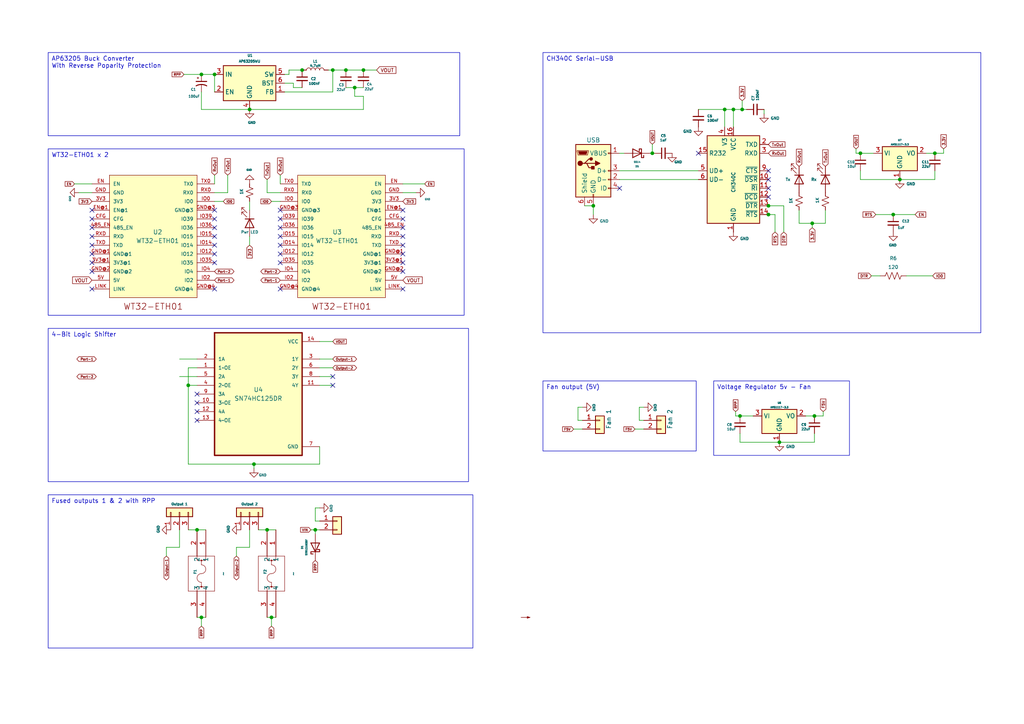
<source format=kicad_sch>
(kicad_sch (version 20230121) (generator eeschema)

  (uuid 02a5f671-3920-440a-b816-d8195eeda907)

  (paper "A4")

  (title_block
    (title "2-Output WT32-ETH01 Combination Board")
    (date "2023-10-20")
    (rev "1")
    (company "Creative xLights")
  )

  (lib_symbols
    (symbol "Connector:USB_B_Micro" (pin_names (offset 1.016)) (in_bom yes) (on_board yes)
      (property "Reference" "J" (at -5.08 11.43 0)
        (effects (font (size 1.27 1.27)) (justify left))
      )
      (property "Value" "USB_B_Micro" (at -5.08 8.89 0)
        (effects (font (size 1.27 1.27)) (justify left))
      )
      (property "Footprint" "" (at 3.81 -1.27 0)
        (effects (font (size 1.27 1.27)) hide)
      )
      (property "Datasheet" "~" (at 3.81 -1.27 0)
        (effects (font (size 1.27 1.27)) hide)
      )
      (property "ki_keywords" "connector USB micro" (at 0 0 0)
        (effects (font (size 1.27 1.27)) hide)
      )
      (property "ki_description" "USB Micro Type B connector" (at 0 0 0)
        (effects (font (size 1.27 1.27)) hide)
      )
      (property "ki_fp_filters" "USB*" (at 0 0 0)
        (effects (font (size 1.27 1.27)) hide)
      )
      (symbol "USB_B_Micro_0_1"
        (rectangle (start -5.08 -7.62) (end 5.08 7.62)
          (stroke (width 0.254) (type default))
          (fill (type background))
        )
        (circle (center -3.81 2.159) (radius 0.635)
          (stroke (width 0.254) (type default))
          (fill (type outline))
        )
        (circle (center -0.635 3.429) (radius 0.381)
          (stroke (width 0.254) (type default))
          (fill (type outline))
        )
        (rectangle (start -0.127 -7.62) (end 0.127 -6.858)
          (stroke (width 0) (type default))
          (fill (type none))
        )
        (polyline
          (pts
            (xy -1.905 2.159)
            (xy 0.635 2.159)
          )
          (stroke (width 0.254) (type default))
          (fill (type none))
        )
        (polyline
          (pts
            (xy -3.175 2.159)
            (xy -2.54 2.159)
            (xy -1.27 3.429)
            (xy -0.635 3.429)
          )
          (stroke (width 0.254) (type default))
          (fill (type none))
        )
        (polyline
          (pts
            (xy -2.54 2.159)
            (xy -1.905 2.159)
            (xy -1.27 0.889)
            (xy 0 0.889)
          )
          (stroke (width 0.254) (type default))
          (fill (type none))
        )
        (polyline
          (pts
            (xy 0.635 2.794)
            (xy 0.635 1.524)
            (xy 1.905 2.159)
            (xy 0.635 2.794)
          )
          (stroke (width 0.254) (type default))
          (fill (type outline))
        )
        (polyline
          (pts
            (xy -4.318 5.588)
            (xy -1.778 5.588)
            (xy -2.032 4.826)
            (xy -4.064 4.826)
            (xy -4.318 5.588)
          )
          (stroke (width 0) (type default))
          (fill (type outline))
        )
        (polyline
          (pts
            (xy -4.699 5.842)
            (xy -4.699 5.588)
            (xy -4.445 4.826)
            (xy -4.445 4.572)
            (xy -1.651 4.572)
            (xy -1.651 4.826)
            (xy -1.397 5.588)
            (xy -1.397 5.842)
            (xy -4.699 5.842)
          )
          (stroke (width 0) (type default))
          (fill (type none))
        )
        (rectangle (start 0.254 1.27) (end -0.508 0.508)
          (stroke (width 0.254) (type default))
          (fill (type outline))
        )
        (rectangle (start 5.08 -5.207) (end 4.318 -4.953)
          (stroke (width 0) (type default))
          (fill (type none))
        )
        (rectangle (start 5.08 -2.667) (end 4.318 -2.413)
          (stroke (width 0) (type default))
          (fill (type none))
        )
        (rectangle (start 5.08 -0.127) (end 4.318 0.127)
          (stroke (width 0) (type default))
          (fill (type none))
        )
        (rectangle (start 5.08 4.953) (end 4.318 5.207)
          (stroke (width 0) (type default))
          (fill (type none))
        )
      )
      (symbol "USB_B_Micro_1_1"
        (pin power_out line (at 7.62 5.08 180) (length 2.54)
          (name "VBUS" (effects (font (size 1.27 1.27))))
          (number "1" (effects (font (size 1.27 1.27))))
        )
        (pin bidirectional line (at 7.62 -2.54 180) (length 2.54)
          (name "D-" (effects (font (size 1.27 1.27))))
          (number "2" (effects (font (size 1.27 1.27))))
        )
        (pin bidirectional line (at 7.62 0 180) (length 2.54)
          (name "D+" (effects (font (size 1.27 1.27))))
          (number "3" (effects (font (size 1.27 1.27))))
        )
        (pin passive line (at 7.62 -5.08 180) (length 2.54)
          (name "ID" (effects (font (size 1.27 1.27))))
          (number "4" (effects (font (size 1.27 1.27))))
        )
        (pin power_out line (at 0 -10.16 90) (length 2.54)
          (name "GND" (effects (font (size 1.27 1.27))))
          (number "5" (effects (font (size 1.27 1.27))))
        )
        (pin passive line (at -2.54 -10.16 90) (length 2.54)
          (name "Shield" (effects (font (size 1.27 1.27))))
          (number "6" (effects (font (size 1.27 1.27))))
        )
      )
    )
    (symbol "Connector_Generic:Conn_01x02" (pin_names (offset 1.016) hide) (in_bom yes) (on_board yes)
      (property "Reference" "J" (at 0 2.54 0)
        (effects (font (size 1.27 1.27)))
      )
      (property "Value" "Conn_01x02" (at 0 -5.08 0)
        (effects (font (size 1.27 1.27)))
      )
      (property "Footprint" "" (at 0 0 0)
        (effects (font (size 1.27 1.27)) hide)
      )
      (property "Datasheet" "~" (at 0 0 0)
        (effects (font (size 1.27 1.27)) hide)
      )
      (property "ki_keywords" "connector" (at 0 0 0)
        (effects (font (size 1.27 1.27)) hide)
      )
      (property "ki_description" "Generic connector, single row, 01x02, script generated (kicad-library-utils/schlib/autogen/connector/)" (at 0 0 0)
        (effects (font (size 1.27 1.27)) hide)
      )
      (property "ki_fp_filters" "Connector*:*_1x??_*" (at 0 0 0)
        (effects (font (size 1.27 1.27)) hide)
      )
      (symbol "Conn_01x02_1_1"
        (rectangle (start -1.27 -2.413) (end 0 -2.667)
          (stroke (width 0.1524) (type default))
          (fill (type none))
        )
        (rectangle (start -1.27 0.127) (end 0 -0.127)
          (stroke (width 0.1524) (type default))
          (fill (type none))
        )
        (rectangle (start -1.27 1.27) (end 1.27 -3.81)
          (stroke (width 0.254) (type default))
          (fill (type background))
        )
        (pin passive line (at -5.08 0 0) (length 3.81)
          (name "Pin_1" (effects (font (size 1.27 1.27))))
          (number "1" (effects (font (size 1.27 1.27))))
        )
        (pin passive line (at -5.08 -2.54 0) (length 3.81)
          (name "Pin_2" (effects (font (size 1.27 1.27))))
          (number "2" (effects (font (size 1.27 1.27))))
        )
      )
    )
    (symbol "Connector_Generic:Conn_01x03" (pin_names (offset 1.016) hide) (in_bom yes) (on_board yes)
      (property "Reference" "J" (at 0 5.08 0)
        (effects (font (size 1.27 1.27)))
      )
      (property "Value" "Conn_01x03" (at 0 -5.08 0)
        (effects (font (size 1.27 1.27)))
      )
      (property "Footprint" "" (at 0 0 0)
        (effects (font (size 1.27 1.27)) hide)
      )
      (property "Datasheet" "~" (at 0 0 0)
        (effects (font (size 1.27 1.27)) hide)
      )
      (property "ki_keywords" "connector" (at 0 0 0)
        (effects (font (size 1.27 1.27)) hide)
      )
      (property "ki_description" "Generic connector, single row, 01x03, script generated (kicad-library-utils/schlib/autogen/connector/)" (at 0 0 0)
        (effects (font (size 1.27 1.27)) hide)
      )
      (property "ki_fp_filters" "Connector*:*_1x??_*" (at 0 0 0)
        (effects (font (size 1.27 1.27)) hide)
      )
      (symbol "Conn_01x03_1_1"
        (rectangle (start -1.27 -2.413) (end 0 -2.667)
          (stroke (width 0.1524) (type default))
          (fill (type none))
        )
        (rectangle (start -1.27 0.127) (end 0 -0.127)
          (stroke (width 0.1524) (type default))
          (fill (type none))
        )
        (rectangle (start -1.27 2.667) (end 0 2.413)
          (stroke (width 0.1524) (type default))
          (fill (type none))
        )
        (rectangle (start -1.27 3.81) (end 1.27 -3.81)
          (stroke (width 0.254) (type default))
          (fill (type background))
        )
        (pin passive line (at -5.08 2.54 0) (length 3.81)
          (name "Pin_1" (effects (font (size 1.27 1.27))))
          (number "1" (effects (font (size 1.27 1.27))))
        )
        (pin passive line (at -5.08 0 0) (length 3.81)
          (name "Pin_2" (effects (font (size 1.27 1.27))))
          (number "2" (effects (font (size 1.27 1.27))))
        )
        (pin passive line (at -5.08 -2.54 0) (length 3.81)
          (name "Pin_3" (effects (font (size 1.27 1.27))))
          (number "3" (effects (font (size 1.27 1.27))))
        )
      )
    )
    (symbol "Device:C_Polarized_Small_US" (pin_numbers hide) (pin_names (offset 0.254) hide) (in_bom yes) (on_board yes)
      (property "Reference" "C" (at 0.254 1.778 0)
        (effects (font (size 1.27 1.27)) (justify left))
      )
      (property "Value" "C_Polarized_Small_US" (at 0.254 -2.032 0)
        (effects (font (size 1.27 1.27)) (justify left))
      )
      (property "Footprint" "" (at 0 0 0)
        (effects (font (size 1.27 1.27)) hide)
      )
      (property "Datasheet" "~" (at 0 0 0)
        (effects (font (size 1.27 1.27)) hide)
      )
      (property "ki_keywords" "cap capacitor" (at 0 0 0)
        (effects (font (size 1.27 1.27)) hide)
      )
      (property "ki_description" "Polarized capacitor, small US symbol" (at 0 0 0)
        (effects (font (size 1.27 1.27)) hide)
      )
      (property "ki_fp_filters" "CP_*" (at 0 0 0)
        (effects (font (size 1.27 1.27)) hide)
      )
      (symbol "C_Polarized_Small_US_0_1"
        (polyline
          (pts
            (xy -1.524 0.508)
            (xy 1.524 0.508)
          )
          (stroke (width 0.3048) (type default))
          (fill (type none))
        )
        (polyline
          (pts
            (xy -1.27 1.524)
            (xy -0.762 1.524)
          )
          (stroke (width 0) (type default))
          (fill (type none))
        )
        (polyline
          (pts
            (xy -1.016 1.27)
            (xy -1.016 1.778)
          )
          (stroke (width 0) (type default))
          (fill (type none))
        )
        (arc (start 1.524 -0.762) (mid 0 -0.3734) (end -1.524 -0.762)
          (stroke (width 0.3048) (type default))
          (fill (type none))
        )
      )
      (symbol "C_Polarized_Small_US_1_1"
        (pin passive line (at 0 2.54 270) (length 2.032)
          (name "~" (effects (font (size 1.27 1.27))))
          (number "1" (effects (font (size 1.27 1.27))))
        )
        (pin passive line (at 0 -2.54 90) (length 2.032)
          (name "~" (effects (font (size 1.27 1.27))))
          (number "2" (effects (font (size 1.27 1.27))))
        )
      )
    )
    (symbol "Device:C_Small" (pin_numbers hide) (pin_names (offset 0.254) hide) (in_bom yes) (on_board yes)
      (property "Reference" "C" (at 0.254 1.778 0)
        (effects (font (size 1.27 1.27)) (justify left))
      )
      (property "Value" "C_Small" (at 0.254 -2.032 0)
        (effects (font (size 1.27 1.27)) (justify left))
      )
      (property "Footprint" "" (at 0 0 0)
        (effects (font (size 1.27 1.27)) hide)
      )
      (property "Datasheet" "~" (at 0 0 0)
        (effects (font (size 1.27 1.27)) hide)
      )
      (property "ki_keywords" "capacitor cap" (at 0 0 0)
        (effects (font (size 1.27 1.27)) hide)
      )
      (property "ki_description" "Unpolarized capacitor, small symbol" (at 0 0 0)
        (effects (font (size 1.27 1.27)) hide)
      )
      (property "ki_fp_filters" "C_*" (at 0 0 0)
        (effects (font (size 1.27 1.27)) hide)
      )
      (symbol "C_Small_0_1"
        (polyline
          (pts
            (xy -1.524 -0.508)
            (xy 1.524 -0.508)
          )
          (stroke (width 0.3302) (type default))
          (fill (type none))
        )
        (polyline
          (pts
            (xy -1.524 0.508)
            (xy 1.524 0.508)
          )
          (stroke (width 0.3048) (type default))
          (fill (type none))
        )
      )
      (symbol "C_Small_1_1"
        (pin passive line (at 0 2.54 270) (length 2.032)
          (name "~" (effects (font (size 1.27 1.27))))
          (number "1" (effects (font (size 1.27 1.27))))
        )
        (pin passive line (at 0 -2.54 90) (length 2.032)
          (name "~" (effects (font (size 1.27 1.27))))
          (number "2" (effects (font (size 1.27 1.27))))
        )
      )
    )
    (symbol "Device:L" (pin_numbers hide) (pin_names (offset 1.016) hide) (in_bom yes) (on_board yes)
      (property "Reference" "L" (at -1.27 0 90)
        (effects (font (size 1.27 1.27)))
      )
      (property "Value" "L" (at 1.905 0 90)
        (effects (font (size 1.27 1.27)))
      )
      (property "Footprint" "" (at 0 0 0)
        (effects (font (size 1.27 1.27)) hide)
      )
      (property "Datasheet" "~" (at 0 0 0)
        (effects (font (size 1.27 1.27)) hide)
      )
      (property "ki_keywords" "inductor choke coil reactor magnetic" (at 0 0 0)
        (effects (font (size 1.27 1.27)) hide)
      )
      (property "ki_description" "Inductor" (at 0 0 0)
        (effects (font (size 1.27 1.27)) hide)
      )
      (property "ki_fp_filters" "Choke_* *Coil* Inductor_* L_*" (at 0 0 0)
        (effects (font (size 1.27 1.27)) hide)
      )
      (symbol "L_0_1"
        (arc (start 0 -2.54) (mid 0.6323 -1.905) (end 0 -1.27)
          (stroke (width 0) (type default))
          (fill (type none))
        )
        (arc (start 0 -1.27) (mid 0.6323 -0.635) (end 0 0)
          (stroke (width 0) (type default))
          (fill (type none))
        )
        (arc (start 0 0) (mid 0.6323 0.635) (end 0 1.27)
          (stroke (width 0) (type default))
          (fill (type none))
        )
        (arc (start 0 1.27) (mid 0.6323 1.905) (end 0 2.54)
          (stroke (width 0) (type default))
          (fill (type none))
        )
      )
      (symbol "L_1_1"
        (pin passive line (at 0 3.81 270) (length 1.27)
          (name "1" (effects (font (size 1.27 1.27))))
          (number "1" (effects (font (size 1.27 1.27))))
        )
        (pin passive line (at 0 -3.81 90) (length 1.27)
          (name "2" (effects (font (size 1.27 1.27))))
          (number "2" (effects (font (size 1.27 1.27))))
        )
      )
    )
    (symbol "Device:LED" (pin_numbers hide) (pin_names (offset 1.016) hide) (in_bom yes) (on_board yes)
      (property "Reference" "D" (at 0 2.54 0)
        (effects (font (size 1.27 1.27)))
      )
      (property "Value" "LED" (at 0 -2.54 0)
        (effects (font (size 1.27 1.27)))
      )
      (property "Footprint" "" (at 0 0 0)
        (effects (font (size 1.27 1.27)) hide)
      )
      (property "Datasheet" "~" (at 0 0 0)
        (effects (font (size 1.27 1.27)) hide)
      )
      (property "ki_keywords" "LED diode" (at 0 0 0)
        (effects (font (size 1.27 1.27)) hide)
      )
      (property "ki_description" "Light emitting diode" (at 0 0 0)
        (effects (font (size 1.27 1.27)) hide)
      )
      (property "ki_fp_filters" "LED* LED_SMD:* LED_THT:*" (at 0 0 0)
        (effects (font (size 1.27 1.27)) hide)
      )
      (symbol "LED_0_1"
        (polyline
          (pts
            (xy -1.27 -1.27)
            (xy -1.27 1.27)
          )
          (stroke (width 0.254) (type default))
          (fill (type none))
        )
        (polyline
          (pts
            (xy -1.27 0)
            (xy 1.27 0)
          )
          (stroke (width 0) (type default))
          (fill (type none))
        )
        (polyline
          (pts
            (xy 1.27 -1.27)
            (xy 1.27 1.27)
            (xy -1.27 0)
            (xy 1.27 -1.27)
          )
          (stroke (width 0.254) (type default))
          (fill (type none))
        )
        (polyline
          (pts
            (xy -3.048 -0.762)
            (xy -4.572 -2.286)
            (xy -3.81 -2.286)
            (xy -4.572 -2.286)
            (xy -4.572 -1.524)
          )
          (stroke (width 0) (type default))
          (fill (type none))
        )
        (polyline
          (pts
            (xy -1.778 -0.762)
            (xy -3.302 -2.286)
            (xy -2.54 -2.286)
            (xy -3.302 -2.286)
            (xy -3.302 -1.524)
          )
          (stroke (width 0) (type default))
          (fill (type none))
        )
      )
      (symbol "LED_1_1"
        (pin passive line (at -3.81 0 0) (length 2.54)
          (name "K" (effects (font (size 1.27 1.27))))
          (number "1" (effects (font (size 1.27 1.27))))
        )
        (pin passive line (at 3.81 0 180) (length 2.54)
          (name "A" (effects (font (size 1.27 1.27))))
          (number "2" (effects (font (size 1.27 1.27))))
        )
      )
    )
    (symbol "Device:R_Small_US" (pin_numbers hide) (pin_names (offset 0.254) hide) (in_bom yes) (on_board yes)
      (property "Reference" "R" (at 0.762 0.508 0)
        (effects (font (size 1.27 1.27)) (justify left))
      )
      (property "Value" "R_Small_US" (at 0.762 -1.016 0)
        (effects (font (size 1.27 1.27)) (justify left))
      )
      (property "Footprint" "" (at 0 0 0)
        (effects (font (size 1.27 1.27)) hide)
      )
      (property "Datasheet" "~" (at 0 0 0)
        (effects (font (size 1.27 1.27)) hide)
      )
      (property "ki_keywords" "r resistor" (at 0 0 0)
        (effects (font (size 1.27 1.27)) hide)
      )
      (property "ki_description" "Resistor, small US symbol" (at 0 0 0)
        (effects (font (size 1.27 1.27)) hide)
      )
      (property "ki_fp_filters" "R_*" (at 0 0 0)
        (effects (font (size 1.27 1.27)) hide)
      )
      (symbol "R_Small_US_1_1"
        (polyline
          (pts
            (xy 0 0)
            (xy 1.016 -0.381)
            (xy 0 -0.762)
            (xy -1.016 -1.143)
            (xy 0 -1.524)
          )
          (stroke (width 0) (type default))
          (fill (type none))
        )
        (polyline
          (pts
            (xy 0 1.524)
            (xy 1.016 1.143)
            (xy 0 0.762)
            (xy -1.016 0.381)
            (xy 0 0)
          )
          (stroke (width 0) (type default))
          (fill (type none))
        )
        (pin passive line (at 0 2.54 270) (length 1.016)
          (name "~" (effects (font (size 1.27 1.27))))
          (number "1" (effects (font (size 1.27 1.27))))
        )
        (pin passive line (at 0 -2.54 90) (length 1.016)
          (name "~" (effects (font (size 1.27 1.27))))
          (number "2" (effects (font (size 1.27 1.27))))
        )
      )
    )
    (symbol "Device:R_US" (pin_numbers hide) (pin_names (offset 0)) (in_bom yes) (on_board yes)
      (property "Reference" "R" (at 2.54 0 90)
        (effects (font (size 1.27 1.27)))
      )
      (property "Value" "R_US" (at -2.54 0 90)
        (effects (font (size 1.27 1.27)))
      )
      (property "Footprint" "" (at 1.016 -0.254 90)
        (effects (font (size 1.27 1.27)) hide)
      )
      (property "Datasheet" "~" (at 0 0 0)
        (effects (font (size 1.27 1.27)) hide)
      )
      (property "ki_keywords" "R res resistor" (at 0 0 0)
        (effects (font (size 1.27 1.27)) hide)
      )
      (property "ki_description" "Resistor, US symbol" (at 0 0 0)
        (effects (font (size 1.27 1.27)) hide)
      )
      (property "ki_fp_filters" "R_*" (at 0 0 0)
        (effects (font (size 1.27 1.27)) hide)
      )
      (symbol "R_US_0_1"
        (polyline
          (pts
            (xy 0 -2.286)
            (xy 0 -2.54)
          )
          (stroke (width 0) (type default))
          (fill (type none))
        )
        (polyline
          (pts
            (xy 0 2.286)
            (xy 0 2.54)
          )
          (stroke (width 0) (type default))
          (fill (type none))
        )
        (polyline
          (pts
            (xy 0 -0.762)
            (xy 1.016 -1.143)
            (xy 0 -1.524)
            (xy -1.016 -1.905)
            (xy 0 -2.286)
          )
          (stroke (width 0) (type default))
          (fill (type none))
        )
        (polyline
          (pts
            (xy 0 0.762)
            (xy 1.016 0.381)
            (xy 0 0)
            (xy -1.016 -0.381)
            (xy 0 -0.762)
          )
          (stroke (width 0) (type default))
          (fill (type none))
        )
        (polyline
          (pts
            (xy 0 2.286)
            (xy 1.016 1.905)
            (xy 0 1.524)
            (xy -1.016 1.143)
            (xy 0 0.762)
          )
          (stroke (width 0) (type default))
          (fill (type none))
        )
      )
      (symbol "R_US_1_1"
        (pin passive line (at 0 3.81 270) (length 1.27)
          (name "~" (effects (font (size 1.27 1.27))))
          (number "1" (effects (font (size 1.27 1.27))))
        )
        (pin passive line (at 0 -3.81 90) (length 1.27)
          (name "~" (effects (font (size 1.27 1.27))))
          (number "2" (effects (font (size 1.27 1.27))))
        )
      )
    )
    (symbol "Diode:1N5711UR" (pin_numbers hide) (pin_names (offset 1.016) hide) (in_bom yes) (on_board yes)
      (property "Reference" "D" (at 0 2.54 0)
        (effects (font (size 1.27 1.27)))
      )
      (property "Value" "1N5711UR" (at 0 -2.54 0)
        (effects (font (size 1.27 1.27)))
      )
      (property "Footprint" "Diode_SMD:D_MELF" (at 0 -4.445 0)
        (effects (font (size 1.27 1.27)) hide)
      )
      (property "Datasheet" "https://www.microsemi.com/document-portal/doc_download/131890-lds-0040-1-datasheet" (at 0 0 0)
        (effects (font (size 1.27 1.27)) hide)
      )
      (property "ki_keywords" "diode Schottky" (at 0 0 0)
        (effects (font (size 1.27 1.27)) hide)
      )
      (property "ki_description" "70V 33mA Schottky diode, MELF(DO-213AA)" (at 0 0 0)
        (effects (font (size 1.27 1.27)) hide)
      )
      (property "ki_fp_filters" "D?MELF*" (at 0 0 0)
        (effects (font (size 1.27 1.27)) hide)
      )
      (symbol "1N5711UR_0_1"
        (polyline
          (pts
            (xy 1.27 0)
            (xy -1.27 0)
          )
          (stroke (width 0) (type default))
          (fill (type none))
        )
        (polyline
          (pts
            (xy 1.27 1.27)
            (xy 1.27 -1.27)
            (xy -1.27 0)
            (xy 1.27 1.27)
          )
          (stroke (width 0.254) (type default))
          (fill (type none))
        )
        (polyline
          (pts
            (xy -1.905 0.635)
            (xy -1.905 1.27)
            (xy -1.27 1.27)
            (xy -1.27 -1.27)
            (xy -0.635 -1.27)
            (xy -0.635 -0.635)
          )
          (stroke (width 0.254) (type default))
          (fill (type none))
        )
      )
      (symbol "1N5711UR_1_1"
        (pin passive line (at -3.81 0 0) (length 2.54)
          (name "K" (effects (font (size 1.27 1.27))))
          (number "1" (effects (font (size 1.27 1.27))))
        )
        (pin passive line (at 3.81 0 180) (length 2.54)
          (name "A" (effects (font (size 1.27 1.27))))
          (number "2" (effects (font (size 1.27 1.27))))
        )
      )
    )
    (symbol "Graphic:SYM_Arrow_Tiny" (in_bom no) (on_board no)
      (property "Reference" "#SYM" (at 0 1.524 0)
        (effects (font (size 1.27 1.27)) hide)
      )
      (property "Value" "SYM_Arrow_Tiny" (at 0.254 -1.27 0)
        (effects (font (size 1.27 1.27)) hide)
      )
      (property "Footprint" "" (at 0 0 0)
        (effects (font (size 1.27 1.27)) hide)
      )
      (property "Datasheet" "~" (at 0 0 0)
        (effects (font (size 1.27 1.27)) hide)
      )
      (property "Sim.Enable" "0" (at 0 0 0)
        (effects (font (size 1.27 1.27)) hide)
      )
      (property "ki_keywords" "symbol arrow" (at 0 0 0)
        (effects (font (size 1.27 1.27)) hide)
      )
      (property "ki_description" "Filled arrow, 100mil" (at 0 0 0)
        (effects (font (size 1.27 1.27)) hide)
      )
      (symbol "SYM_Arrow_Tiny_0_1"
        (polyline
          (pts
            (xy 1.27 0)
            (xy -1.27 0)
          )
          (stroke (width 0) (type default))
          (fill (type none))
        )
        (polyline
          (pts
            (xy 1.27 0)
            (xy 0.508 -0.254)
            (xy 0.508 0.254)
            (xy 1.27 0)
          )
          (stroke (width 0) (type default))
          (fill (type outline))
        )
      )
    )
    (symbol "Interface_USB:CH340C" (in_bom yes) (on_board yes)
      (property "Reference" "U" (at -5.08 13.97 0)
        (effects (font (size 1.27 1.27)) (justify right))
      )
      (property "Value" "CH340C" (at 1.27 13.97 0)
        (effects (font (size 1.27 1.27)) (justify left))
      )
      (property "Footprint" "Package_SO:SOIC-16_3.9x9.9mm_P1.27mm" (at 1.27 -13.97 0)
        (effects (font (size 1.27 1.27)) (justify left) hide)
      )
      (property "Datasheet" "https://datasheet.lcsc.com/szlcsc/Jiangsu-Qin-Heng-CH340C_C84681.pdf" (at -8.89 20.32 0)
        (effects (font (size 1.27 1.27)) hide)
      )
      (property "ki_keywords" "USB UART Serial Converter Interface" (at 0 0 0)
        (effects (font (size 1.27 1.27)) hide)
      )
      (property "ki_description" "USB serial converter, UART, SOIC-16" (at 0 0 0)
        (effects (font (size 1.27 1.27)) hide)
      )
      (property "ki_fp_filters" "SOIC*3.9x9.9mm*P1.27mm*" (at 0 0 0)
        (effects (font (size 1.27 1.27)) hide)
      )
      (symbol "CH340C_0_1"
        (rectangle (start -7.62 12.7) (end 7.62 -12.7)
          (stroke (width 0.254) (type default))
          (fill (type background))
        )
      )
      (symbol "CH340C_1_1"
        (pin power_in line (at 0 -15.24 90) (length 2.54)
          (name "GND" (effects (font (size 1.27 1.27))))
          (number "1" (effects (font (size 1.27 1.27))))
        )
        (pin input line (at 10.16 0 180) (length 2.54)
          (name "~{DSR}" (effects (font (size 1.27 1.27))))
          (number "10" (effects (font (size 1.27 1.27))))
        )
        (pin input line (at 10.16 -2.54 180) (length 2.54)
          (name "~{RI}" (effects (font (size 1.27 1.27))))
          (number "11" (effects (font (size 1.27 1.27))))
        )
        (pin input line (at 10.16 -5.08 180) (length 2.54)
          (name "~{DCD}" (effects (font (size 1.27 1.27))))
          (number "12" (effects (font (size 1.27 1.27))))
        )
        (pin output line (at 10.16 -7.62 180) (length 2.54)
          (name "~{DTR}" (effects (font (size 1.27 1.27))))
          (number "13" (effects (font (size 1.27 1.27))))
        )
        (pin output line (at 10.16 -10.16 180) (length 2.54)
          (name "~{RTS}" (effects (font (size 1.27 1.27))))
          (number "14" (effects (font (size 1.27 1.27))))
        )
        (pin input line (at -10.16 7.62 0) (length 2.54)
          (name "R232" (effects (font (size 1.27 1.27))))
          (number "15" (effects (font (size 1.27 1.27))))
        )
        (pin power_in line (at 0 15.24 270) (length 2.54)
          (name "VCC" (effects (font (size 1.27 1.27))))
          (number "16" (effects (font (size 1.27 1.27))))
        )
        (pin output line (at 10.16 10.16 180) (length 2.54)
          (name "TXD" (effects (font (size 1.27 1.27))))
          (number "2" (effects (font (size 1.27 1.27))))
        )
        (pin input line (at 10.16 7.62 180) (length 2.54)
          (name "RXD" (effects (font (size 1.27 1.27))))
          (number "3" (effects (font (size 1.27 1.27))))
        )
        (pin passive line (at -2.54 15.24 270) (length 2.54)
          (name "V3" (effects (font (size 1.27 1.27))))
          (number "4" (effects (font (size 1.27 1.27))))
        )
        (pin bidirectional line (at -10.16 2.54 0) (length 2.54)
          (name "UD+" (effects (font (size 1.27 1.27))))
          (number "5" (effects (font (size 1.27 1.27))))
        )
        (pin bidirectional line (at -10.16 0 0) (length 2.54)
          (name "UD-" (effects (font (size 1.27 1.27))))
          (number "6" (effects (font (size 1.27 1.27))))
        )
        (pin no_connect line (at -7.62 -7.62 0) (length 2.54) hide
          (name "NC" (effects (font (size 1.27 1.27))))
          (number "7" (effects (font (size 1.27 1.27))))
        )
        (pin no_connect line (at -7.62 -10.16 0) (length 2.54) hide
          (name "NC" (effects (font (size 1.27 1.27))))
          (number "8" (effects (font (size 1.27 1.27))))
        )
        (pin input line (at 10.16 2.54 180) (length 2.54)
          (name "~{CTS}" (effects (font (size 1.27 1.27))))
          (number "9" (effects (font (size 1.27 1.27))))
        )
      )
    )
    (symbol "Regulator_Linear:AMS1117-3.3" (in_bom yes) (on_board yes)
      (property "Reference" "U" (at -3.81 3.175 0)
        (effects (font (size 1.27 1.27)))
      )
      (property "Value" "AMS1117-3.3" (at 0 3.175 0)
        (effects (font (size 1.27 1.27)) (justify left))
      )
      (property "Footprint" "Package_TO_SOT_SMD:SOT-223-3_TabPin2" (at 0 5.08 0)
        (effects (font (size 1.27 1.27)) hide)
      )
      (property "Datasheet" "http://www.advanced-monolithic.com/pdf/ds1117.pdf" (at 2.54 -6.35 0)
        (effects (font (size 1.27 1.27)) hide)
      )
      (property "ki_keywords" "linear regulator ldo fixed positive" (at 0 0 0)
        (effects (font (size 1.27 1.27)) hide)
      )
      (property "ki_description" "1A Low Dropout regulator, positive, 3.3V fixed output, SOT-223" (at 0 0 0)
        (effects (font (size 1.27 1.27)) hide)
      )
      (property "ki_fp_filters" "SOT?223*TabPin2*" (at 0 0 0)
        (effects (font (size 1.27 1.27)) hide)
      )
      (symbol "AMS1117-3.3_0_1"
        (rectangle (start -5.08 -5.08) (end 5.08 1.905)
          (stroke (width 0.254) (type default))
          (fill (type background))
        )
      )
      (symbol "AMS1117-3.3_1_1"
        (pin power_in line (at 0 -7.62 90) (length 2.54)
          (name "GND" (effects (font (size 1.27 1.27))))
          (number "1" (effects (font (size 1.27 1.27))))
        )
        (pin power_out line (at 7.62 0 180) (length 2.54)
          (name "VO" (effects (font (size 1.27 1.27))))
          (number "2" (effects (font (size 1.27 1.27))))
        )
        (pin power_in line (at -7.62 0 0) (length 2.54)
          (name "VI" (effects (font (size 1.27 1.27))))
          (number "3" (effects (font (size 1.27 1.27))))
        )
      )
    )
    (symbol "Regulator_Switching:AP63205WU" (in_bom yes) (on_board yes)
      (property "Reference" "U" (at -7.62 6.35 0)
        (effects (font (size 1.27 1.27)))
      )
      (property "Value" "AP63205WU" (at 2.54 6.35 0)
        (effects (font (size 1.27 1.27)))
      )
      (property "Footprint" "Package_TO_SOT_SMD:TSOT-23-6" (at 0 -22.86 0)
        (effects (font (size 1.27 1.27)) hide)
      )
      (property "Datasheet" "https://www.diodes.com/assets/Datasheets/AP63200-AP63201-AP63203-AP63205.pdf" (at 0 0 0)
        (effects (font (size 1.27 1.27)) hide)
      )
      (property "ki_keywords" "2A Buck DC/DC" (at 0 0 0)
        (effects (font (size 1.27 1.27)) hide)
      )
      (property "ki_description" "2A, 1.1MHz Buck DC/DC Converter, fixed 5.0V output voltage, TSOT-23-6" (at 0 0 0)
        (effects (font (size 1.27 1.27)) hide)
      )
      (property "ki_fp_filters" "TSOT?23*" (at 0 0 0)
        (effects (font (size 1.27 1.27)) hide)
      )
      (symbol "AP63205WU_0_1"
        (rectangle (start -7.62 5.08) (end 7.62 -5.08)
          (stroke (width 0.254) (type default))
          (fill (type background))
        )
      )
      (symbol "AP63205WU_1_1"
        (pin input line (at 10.16 -2.54 180) (length 2.54)
          (name "FB" (effects (font (size 1.27 1.27))))
          (number "1" (effects (font (size 1.27 1.27))))
        )
        (pin input line (at -10.16 -2.54 0) (length 2.54)
          (name "EN" (effects (font (size 1.27 1.27))))
          (number "2" (effects (font (size 1.27 1.27))))
        )
        (pin power_in line (at -10.16 2.54 0) (length 2.54)
          (name "IN" (effects (font (size 1.27 1.27))))
          (number "3" (effects (font (size 1.27 1.27))))
        )
        (pin power_in line (at 0 -7.62 90) (length 2.54)
          (name "GND" (effects (font (size 1.27 1.27))))
          (number "4" (effects (font (size 1.27 1.27))))
        )
        (pin output line (at 10.16 2.54 180) (length 2.54)
          (name "SW" (effects (font (size 1.27 1.27))))
          (number "5" (effects (font (size 1.27 1.27))))
        )
        (pin passive line (at 10.16 0 180) (length 2.54)
          (name "BST" (effects (font (size 1.27 1.27))))
          (number "6" (effects (font (size 1.27 1.27))))
        )
      )
    )
    (symbol "SN74HC125DR:SN74HC125DR" (pin_names (offset 1.016)) (in_bom yes) (on_board yes)
      (property "Reference" "U" (at -12.7 18.78 0)
        (effects (font (size 1.27 1.27)) (justify left bottom))
      )
      (property "Value" "SN74HC125DR" (at -12.7 -21.78 0)
        (effects (font (size 1.27 1.27)) (justify left bottom))
      )
      (property "Footprint" "SN74HC125DR:SOIC127P600X175-14N" (at 0 0 0)
        (effects (font (size 1.27 1.27)) (justify bottom) hide)
      )
      (property "Datasheet" "" (at 0 0 0)
        (effects (font (size 1.27 1.27)) hide)
      )
      (property "MF" "Texas Instruments" (at 0 0 0)
        (effects (font (size 1.27 1.27)) (justify bottom) hide)
      )
      (property "Description" "\n4-ch, 2-V to 6-V buffers with 3-state outputs\n" (at 0 0 0)
        (effects (font (size 1.27 1.27)) (justify bottom) hide)
      )
      (property "Package" "SOIC-14 Texas Instruments" (at 0 0 0)
        (effects (font (size 1.27 1.27)) (justify bottom) hide)
      )
      (property "Price" "None" (at 0 0 0)
        (effects (font (size 1.27 1.27)) (justify bottom) hide)
      )
      (property "SnapEDA_Link" "https://www.snapeda.com/parts/SN74HC125DR/Texas+Instruments/view-part/?ref=snap" (at 0 0 0)
        (effects (font (size 1.27 1.27)) (justify bottom) hide)
      )
      (property "MP" "SN74HC125DR" (at 0 0 0)
        (effects (font (size 1.27 1.27)) (justify bottom) hide)
      )
      (property "Purchase-URL" "https://www.snapeda.com/api/url_track_click_mouser/?unipart_id=361930&manufacturer=Texas Instruments&part_name=SN74HC125DR&search_term=sn74hc125" (at 0 0 0)
        (effects (font (size 1.27 1.27)) (justify bottom) hide)
      )
      (property "Availability" "In Stock" (at 0 0 0)
        (effects (font (size 1.27 1.27)) (justify bottom) hide)
      )
      (property "Check_prices" "https://www.snapeda.com/parts/SN74HC125DR/Texas+Instruments/view-part/?ref=eda" (at 0 0 0)
        (effects (font (size 1.27 1.27)) (justify bottom) hide)
      )
      (symbol "SN74HC125DR_0_0"
        (rectangle (start -12.7 -17.78) (end 12.7 17.78)
          (stroke (width 0.41) (type default))
          (fill (type background))
        )
        (pin input line (at -17.78 7.62 0) (length 5.08)
          (name "1~OE" (effects (font (size 1.016 1.016))))
          (number "1" (effects (font (size 1.016 1.016))))
        )
        (pin input line (at -17.78 -2.54 0) (length 5.08)
          (name "3~OE" (effects (font (size 1.016 1.016))))
          (number "10" (effects (font (size 1.016 1.016))))
        )
        (pin output line (at 17.78 2.54 180) (length 5.08)
          (name "4Y" (effects (font (size 1.016 1.016))))
          (number "11" (effects (font (size 1.016 1.016))))
        )
        (pin input line (at -17.78 -5.08 0) (length 5.08)
          (name "4A" (effects (font (size 1.016 1.016))))
          (number "12" (effects (font (size 1.016 1.016))))
        )
        (pin input line (at -17.78 -7.62 0) (length 5.08)
          (name "4~OE" (effects (font (size 1.016 1.016))))
          (number "13" (effects (font (size 1.016 1.016))))
        )
        (pin power_in line (at 17.78 15.24 180) (length 5.08)
          (name "VCC" (effects (font (size 1.016 1.016))))
          (number "14" (effects (font (size 1.016 1.016))))
        )
        (pin input line (at -17.78 10.16 0) (length 5.08)
          (name "1A" (effects (font (size 1.016 1.016))))
          (number "2" (effects (font (size 1.016 1.016))))
        )
        (pin output line (at 17.78 10.16 180) (length 5.08)
          (name "1Y" (effects (font (size 1.016 1.016))))
          (number "3" (effects (font (size 1.016 1.016))))
        )
        (pin input line (at -17.78 2.54 0) (length 5.08)
          (name "2~OE" (effects (font (size 1.016 1.016))))
          (number "4" (effects (font (size 1.016 1.016))))
        )
        (pin input line (at -17.78 5.08 0) (length 5.08)
          (name "2A" (effects (font (size 1.016 1.016))))
          (number "5" (effects (font (size 1.016 1.016))))
        )
        (pin output line (at 17.78 7.62 180) (length 5.08)
          (name "2Y" (effects (font (size 1.016 1.016))))
          (number "6" (effects (font (size 1.016 1.016))))
        )
        (pin power_in line (at 17.78 -15.24 180) (length 5.08)
          (name "GND" (effects (font (size 1.016 1.016))))
          (number "7" (effects (font (size 1.016 1.016))))
        )
        (pin output line (at 17.78 5.08 180) (length 5.08)
          (name "3Y" (effects (font (size 1.016 1.016))))
          (number "8" (effects (font (size 1.016 1.016))))
        )
        (pin input line (at -17.78 0 0) (length 5.08)
          (name "3A" (effects (font (size 1.016 1.016))))
          (number "9" (effects (font (size 1.016 1.016))))
        )
      )
    )
    (symbol "WT32-ETH-Fuse-Symb:MCCQ-122" (pin_names (offset 0.254)) (in_bom yes) (on_board yes)
      (property "Reference" "F" (at 12.7 7.62 0)
        (effects (font (size 1.524 1.524)))
      )
      (property "Value" "MCCQ-122" (at 12.7 5.08 0)
        (effects (font (size 1.524 1.524)))
      )
      (property "Footprint" "MCCQ-122_MTC" (at 0 0 0)
        (effects (font (size 1.27 1.27) italic) hide)
      )
      (property "Datasheet" "MCCQ-122" (at 0 0 0)
        (effects (font (size 1.27 1.27) italic) hide)
      )
      (property "ki_locked" "" (at 0 0 0)
        (effects (font (size 1.27 1.27)))
      )
      (property "ki_keywords" "MCCQ-122" (at 0 0 0)
        (effects (font (size 1.27 1.27)) hide)
      )
      (property "ki_fp_filters" "MCCQ-122_MTC" (at 0 0 0)
        (effects (font (size 1.27 1.27)) hide)
      )
      (symbol "MCCQ-122_0_1"
        (polyline
          (pts
            (xy 7.62 -5.08)
            (xy 17.78 -5.08)
          )
          (stroke (width 0.127) (type default))
          (fill (type none))
        )
        (polyline
          (pts
            (xy 7.62 -2.54)
            (xy 8.89 -2.54)
          )
          (stroke (width 0.127) (type default))
          (fill (type none))
        )
        (polyline
          (pts
            (xy 7.62 0)
            (xy 8.89 0)
          )
          (stroke (width 0.127) (type default))
          (fill (type none))
        )
        (polyline
          (pts
            (xy 7.62 2.54)
            (xy 7.62 -5.08)
          )
          (stroke (width 0.127) (type default))
          (fill (type none))
        )
        (polyline
          (pts
            (xy 8.89 -1.27)
            (xy 10.16 -1.27)
          )
          (stroke (width 0.127) (type default))
          (fill (type none))
        )
        (polyline
          (pts
            (xy 8.89 0)
            (xy 8.89 -2.54)
          )
          (stroke (width 0.127) (type default))
          (fill (type none))
        )
        (polyline
          (pts
            (xy 15.24 -1.27)
            (xy 16.51 -1.27)
          )
          (stroke (width 0.127) (type default))
          (fill (type none))
        )
        (polyline
          (pts
            (xy 16.51 -2.54)
            (xy 16.51 0)
          )
          (stroke (width 0.127) (type default))
          (fill (type none))
        )
        (polyline
          (pts
            (xy 16.51 0)
            (xy 17.78 0)
          )
          (stroke (width 0.127) (type default))
          (fill (type none))
        )
        (polyline
          (pts
            (xy 17.78 -5.08)
            (xy 17.78 2.54)
          )
          (stroke (width 0.127) (type default))
          (fill (type none))
        )
        (polyline
          (pts
            (xy 17.78 -2.54)
            (xy 16.51 -2.54)
          )
          (stroke (width 0.127) (type default))
          (fill (type none))
        )
        (polyline
          (pts
            (xy 17.78 2.54)
            (xy 7.62 2.54)
          )
          (stroke (width 0.127) (type default))
          (fill (type none))
        )
        (circle (center 8.89 -1.27) (radius 0.127)
          (stroke (width 0.254) (type default))
          (fill (type none))
        )
        (arc (start 12.7 -1.27) (mid 11.43 -0.0055) (end 10.16 -1.27)
          (stroke (width 0.127) (type default))
          (fill (type none))
        )
        (arc (start 12.7 -1.27) (mid 13.97 -2.5345) (end 15.24 -1.27)
          (stroke (width 0.127) (type default))
          (fill (type none))
        )
        (circle (center 16.51 -1.27) (radius 0.127)
          (stroke (width 0.254) (type default))
          (fill (type none))
        )
        (pin unspecified line (at 0 0 0) (length 7.62)
          (name "1" (effects (font (size 1.27 1.27))))
          (number "1" (effects (font (size 1.27 1.27))))
        )
        (pin unspecified line (at 0 -2.54 0) (length 7.62)
          (name "2" (effects (font (size 1.27 1.27))))
          (number "2" (effects (font (size 1.27 1.27))))
        )
        (pin unspecified line (at 25.4 -2.54 180) (length 7.62)
          (name "3" (effects (font (size 1.27 1.27))))
          (number "3" (effects (font (size 1.27 1.27))))
        )
        (pin unspecified line (at 25.4 0 180) (length 7.62)
          (name "4" (effects (font (size 1.27 1.27))))
          (number "4" (effects (font (size 1.27 1.27))))
        )
      )
    )
    (symbol "WT32-ETH01:WT32-ETH01" (pin_names (offset 1.016)) (in_bom yes) (on_board yes)
      (property "Reference" "U" (at 0 0 0)
        (effects (font (size 1.27 1.27)) (justify bottom))
      )
      (property "Value" "WT32-ETH01" (at 0 0 0)
        (effects (font (size 1.27 1.27)) (justify bottom))
      )
      (property "Footprint" "WT32-ETH01" (at 0 0 0)
        (effects (font (size 1.27 1.27)) (justify bottom) hide)
      )
      (property "Datasheet" "" (at 0 0 0)
        (effects (font (size 1.27 1.27)) hide)
      )
      (symbol "WT32-ETH01_0_0"
        (rectangle (start -12.7 -17.78) (end 12.7 17.78)
          (stroke (width 0.1524) (type default))
          (fill (type background))
        )
        (text "WT32-ETH01" (at 0 -20.32 0)
          (effects (font (size 1.778 1.778)))
        )
        (pin bidirectional line (at -17.78 10.16 0) (length 5.08)
          (name "3V3" (effects (font (size 1.016 1.016))))
          (number "3V3" (effects (font (size 1.016 1.016))))
        )
        (pin bidirectional line (at -17.78 -7.62 0) (length 5.08)
          (name "3V3@1" (effects (font (size 1.016 1.016))))
          (number "3V3@1" (effects (font (size 1.016 1.016))))
        )
        (pin bidirectional line (at -17.78 2.54 0) (length 5.08)
          (name "485_EN" (effects (font (size 1.016 1.016))))
          (number "485_EN" (effects (font (size 1.016 1.016))))
        )
        (pin bidirectional line (at -17.78 -12.7 0) (length 5.08)
          (name "5V" (effects (font (size 1.016 1.016))))
          (number "5V" (effects (font (size 1.016 1.016))))
        )
        (pin bidirectional line (at -17.78 5.08 0) (length 5.08)
          (name "CFG" (effects (font (size 1.016 1.016))))
          (number "CFG" (effects (font (size 1.016 1.016))))
        )
        (pin bidirectional line (at -17.78 15.24 0) (length 5.08)
          (name "EN" (effects (font (size 1.016 1.016))))
          (number "EN" (effects (font (size 1.016 1.016))))
        )
        (pin bidirectional line (at -17.78 7.62 0) (length 5.08)
          (name "EN@1" (effects (font (size 1.016 1.016))))
          (number "EN@1" (effects (font (size 1.016 1.016))))
        )
        (pin bidirectional line (at -17.78 12.7 0) (length 5.08)
          (name "GND" (effects (font (size 1.016 1.016))))
          (number "GND" (effects (font (size 1.016 1.016))))
        )
        (pin bidirectional line (at -17.78 -5.08 0) (length 5.08)
          (name "GND@1" (effects (font (size 1.016 1.016))))
          (number "GND@1" (effects (font (size 1.016 1.016))))
        )
        (pin bidirectional line (at -17.78 -10.16 0) (length 5.08)
          (name "GND@2" (effects (font (size 1.016 1.016))))
          (number "GND@2" (effects (font (size 1.016 1.016))))
        )
        (pin bidirectional line (at 17.78 7.62 180) (length 5.08)
          (name "GND@3" (effects (font (size 1.016 1.016))))
          (number "GND@3" (effects (font (size 1.016 1.016))))
        )
        (pin bidirectional line (at 17.78 -15.24 180) (length 5.08)
          (name "GND@4" (effects (font (size 1.016 1.016))))
          (number "GND@4" (effects (font (size 1.016 1.016))))
        )
        (pin bidirectional line (at 17.78 10.16 180) (length 5.08)
          (name "IO0" (effects (font (size 1.016 1.016))))
          (number "IO0" (effects (font (size 1.016 1.016))))
        )
        (pin bidirectional line (at 17.78 -5.08 180) (length 5.08)
          (name "IO12" (effects (font (size 1.016 1.016))))
          (number "IO12" (effects (font (size 1.016 1.016))))
        )
        (pin bidirectional line (at 17.78 -2.54 180) (length 5.08)
          (name "IO14" (effects (font (size 1.016 1.016))))
          (number "IO14" (effects (font (size 1.016 1.016))))
        )
        (pin bidirectional line (at 17.78 0 180) (length 5.08)
          (name "IO15" (effects (font (size 1.016 1.016))))
          (number "IO15" (effects (font (size 1.016 1.016))))
        )
        (pin bidirectional line (at 17.78 -12.7 180) (length 5.08)
          (name "IO2" (effects (font (size 1.016 1.016))))
          (number "IO2" (effects (font (size 1.016 1.016))))
        )
        (pin bidirectional line (at 17.78 -7.62 180) (length 5.08)
          (name "IO35" (effects (font (size 1.016 1.016))))
          (number "IO35" (effects (font (size 1.016 1.016))))
        )
        (pin bidirectional line (at 17.78 2.54 180) (length 5.08)
          (name "IO36" (effects (font (size 1.016 1.016))))
          (number "IO36" (effects (font (size 1.016 1.016))))
        )
        (pin bidirectional line (at 17.78 5.08 180) (length 5.08)
          (name "IO39" (effects (font (size 1.016 1.016))))
          (number "IO39" (effects (font (size 1.016 1.016))))
        )
        (pin bidirectional line (at 17.78 -10.16 180) (length 5.08)
          (name "IO4" (effects (font (size 1.016 1.016))))
          (number "IO4" (effects (font (size 1.016 1.016))))
        )
        (pin bidirectional line (at -17.78 -15.24 0) (length 5.08)
          (name "LINK" (effects (font (size 1.016 1.016))))
          (number "LINK" (effects (font (size 1.016 1.016))))
        )
        (pin bidirectional line (at 17.78 12.7 180) (length 5.08)
          (name "RX0" (effects (font (size 1.016 1.016))))
          (number "RX0" (effects (font (size 1.016 1.016))))
        )
        (pin bidirectional line (at -17.78 0 0) (length 5.08)
          (name "RXD" (effects (font (size 1.016 1.016))))
          (number "RXD" (effects (font (size 1.016 1.016))))
        )
        (pin bidirectional line (at 17.78 15.24 180) (length 5.08)
          (name "TX0" (effects (font (size 1.016 1.016))))
          (number "TX0" (effects (font (size 1.016 1.016))))
        )
        (pin bidirectional line (at -17.78 -2.54 0) (length 5.08)
          (name "TXD" (effects (font (size 1.016 1.016))))
          (number "TXD" (effects (font (size 1.016 1.016))))
        )
      )
    )
    (symbol "power:GND" (power) (pin_names (offset 0)) (in_bom yes) (on_board yes)
      (property "Reference" "#PWR" (at 0 -6.35 0)
        (effects (font (size 1.27 1.27)) hide)
      )
      (property "Value" "GND" (at 0 -3.81 0)
        (effects (font (size 1.27 1.27)))
      )
      (property "Footprint" "" (at 0 0 0)
        (effects (font (size 1.27 1.27)) hide)
      )
      (property "Datasheet" "" (at 0 0 0)
        (effects (font (size 1.27 1.27)) hide)
      )
      (property "ki_keywords" "global power" (at 0 0 0)
        (effects (font (size 1.27 1.27)) hide)
      )
      (property "ki_description" "Power symbol creates a global label with name \"GND\" , ground" (at 0 0 0)
        (effects (font (size 1.27 1.27)) hide)
      )
      (symbol "GND_0_1"
        (polyline
          (pts
            (xy 0 0)
            (xy 0 -1.27)
            (xy 1.27 -1.27)
            (xy 0 -2.54)
            (xy -1.27 -1.27)
            (xy 0 -1.27)
          )
          (stroke (width 0) (type default))
          (fill (type none))
        )
      )
      (symbol "GND_1_1"
        (pin power_in line (at 0 0 270) (length 0) hide
          (name "GND" (effects (font (size 1.27 1.27))))
          (number "1" (effects (font (size 1.27 1.27))))
        )
      )
    )
  )

  (junction (at 235.585 64.77) (diameter 0) (color 0 0 0 0)
    (uuid 011f6311-1f5d-4826-8a0a-ce92af15816a)
  )
  (junction (at 58.42 179.07) (diameter 0) (color 0 0 0 0)
    (uuid 07f5e51c-3569-4936-a5e6-8c360f394c79)
  )
  (junction (at 259.08 62.23) (diameter 0) (color 0 0 0 0)
    (uuid 08044cb6-8daf-460c-aa13-878a20acf759)
  )
  (junction (at 77.47 153.67) (diameter 0) (color 0 0 0 0)
    (uuid 1d2f8cfe-1b45-4588-960d-a6088c8f107c)
  )
  (junction (at 222.885 62.23) (diameter 0) (color 0 0 0 0)
    (uuid 2c54b85b-765e-4401-a45e-bf3812c40355)
  )
  (junction (at 54.61 111.76) (diameter 0) (color 0 0 0 0)
    (uuid 2cb67243-403c-4c02-a5e8-e3f7f33d3b94)
  )
  (junction (at 105.41 20.32) (diameter 0) (color 0 0 0 0)
    (uuid 41639b0b-4720-4a04-bebf-3bb4f258b192)
  )
  (junction (at 91.44 153.67) (diameter 0) (color 0 0 0 0)
    (uuid 41efa403-06a3-43b9-9aee-498f5157622e)
  )
  (junction (at 96.52 20.32) (diameter 0) (color 0 0 0 0)
    (uuid 5890c7ed-9f0e-4302-90cb-13ee9ab0fdee)
  )
  (junction (at 72.39 31.75) (diameter 0) (color 0 0 0 0)
    (uuid 5d6f1931-3f66-4822-9758-392724ed1c68)
  )
  (junction (at 189.2035 44.45) (diameter 0) (color 0 0 0 0)
    (uuid 6986de41-cb4e-43e5-bd30-a1b31f057708)
  )
  (junction (at 236.22 120.65) (diameter 0) (color 0 0 0 0)
    (uuid 69f11a04-1c21-4fdb-a557-85ce36276055)
  )
  (junction (at 62.23 21.59) (diameter 0) (color 0 0 0 0)
    (uuid 8050c9c8-ee4a-4616-a4ca-2b177b2bf209)
  )
  (junction (at 249.555 44.45) (diameter 0) (color 0 0 0 0)
    (uuid 86756c2d-866e-4706-9d1f-f425e1df7fde)
  )
  (junction (at 78.74 179.07) (diameter 0) (color 0 0 0 0)
    (uuid 8a9a4938-2cdd-4f3a-a845-55936d5556ec)
  )
  (junction (at 172.085 59.69) (diameter 0) (color 0 0 0 0)
    (uuid 8b056eaf-dd59-49d7-b448-f4326df15b26)
  )
  (junction (at 210.185 31.75) (diameter 0) (color 0 0 0 0)
    (uuid 8ffd839e-0979-4323-baac-337d795103bd)
  )
  (junction (at 73.66 134.62) (diameter 0) (color 0 0 0 0)
    (uuid 99be7136-879b-4c05-8fcb-6cc0ddf33265)
  )
  (junction (at 58.42 21.59) (diameter 0) (color 0 0 0 0)
    (uuid afa761b8-5b6f-4d06-8f8a-59fa488310b8)
  )
  (junction (at 57.15 153.67) (diameter 0) (color 0 0 0 0)
    (uuid b57b2b7f-f988-4759-a8bb-3d3138a2f4c8)
  )
  (junction (at 212.725 31.75) (diameter 0) (color 0 0 0 0)
    (uuid b80a8d18-71ad-428f-9b73-713eb872a049)
  )
  (junction (at 222.885 59.69) (diameter 0) (color 0 0 0 0)
    (uuid bbf14484-ad17-4f72-8be5-729eff6de101)
  )
  (junction (at 87.63 20.32) (diameter 0) (color 0 0 0 0)
    (uuid bf1f799c-a91d-4a67-900b-5cdf5ba258ff)
  )
  (junction (at 226.06 128.27) (diameter 0) (color 0 0 0 0)
    (uuid c32918be-32dc-406c-942f-42bf23991cdc)
  )
  (junction (at 215.265 31.75) (diameter 0) (color 0 0 0 0)
    (uuid cb9c50d1-ac9f-49b1-97f4-d1771a5e0230)
  )
  (junction (at 102.87 25.4) (diameter 0) (color 0 0 0 0)
    (uuid cd6ccb9b-b9f9-4a8b-9423-e92b4ecb4212)
  )
  (junction (at 260.985 52.07) (diameter 0) (color 0 0 0 0)
    (uuid cf97a6e0-49e9-45a5-a15a-bb621bfcde17)
  )
  (junction (at 100.33 20.32) (diameter 0) (color 0 0 0 0)
    (uuid f23c25e7-5454-43ec-b784-51ee50624936)
  )
  (junction (at 214.63 120.65) (diameter 0) (color 0 0 0 0)
    (uuid f50a656d-bcfa-47de-b91c-9100ad4f2c19)
  )
  (junction (at 271.145 44.45) (diameter 0) (color 0 0 0 0)
    (uuid f87969f1-02af-4edd-92c7-ad655ba1b664)
  )

  (no_connect (at 116.84 71.12) (uuid 0417ef7b-adba-462b-9c07-103e603cb2f9))
  (no_connect (at 81.28 73.66) (uuid 04eadf0b-7f4a-4efa-a10f-9ba4c5b67bd3))
  (no_connect (at 26.67 63.5) (uuid 0abdc5a6-8c21-42da-b2b3-c042abb3dd69))
  (no_connect (at 116.84 76.2) (uuid 0c510e3c-32a7-4d8a-af91-cba253e94773))
  (no_connect (at 116.84 78.74) (uuid 0ebe4576-350a-4d9f-9cea-452d3d8cade6))
  (no_connect (at 81.28 68.58) (uuid 27114e7e-26a6-4e4a-ab91-772195beb7e4))
  (no_connect (at 26.67 73.66) (uuid 338d56d2-a9fd-49d0-b191-5f7b92421b4e))
  (no_connect (at 62.23 66.04) (uuid 386fd4c3-729e-4b8f-88a9-7cf3e0cfbec7))
  (no_connect (at 26.67 68.58) (uuid 41be2215-a43f-4b69-b725-07d60c6a30b5))
  (no_connect (at 62.23 73.66) (uuid 41e5f2b8-381b-4040-a7d5-de1ba2467a8f))
  (no_connect (at 116.84 63.5) (uuid 4613ab60-56b9-402f-8e08-c423178f68b1))
  (no_connect (at 62.23 68.58) (uuid 47505b73-6da6-48ef-967a-bfea8532b953))
  (no_connect (at 179.705 54.61) (uuid 4c20f328-9cfc-4e6a-a011-da15a6247568))
  (no_connect (at 26.67 66.04) (uuid 5404d87d-ba82-4097-b987-5b8a85841e86))
  (no_connect (at 57.15 119.38) (uuid 5b47be5d-dd1d-4996-af0e-68899ad0363a))
  (no_connect (at 26.67 76.2) (uuid 5e18dfeb-3789-4896-8aa6-7c3301f7c068))
  (no_connect (at 202.565 44.45) (uuid 5f9742b4-67bb-407c-84f8-69881aaa04b1))
  (no_connect (at 57.15 121.92) (uuid 61b03e7f-222b-480d-bfad-c27873764041))
  (no_connect (at 81.28 63.5) (uuid 633ebf9b-da74-475b-87d8-6279bb509ad9))
  (no_connect (at 96.52 109.22) (uuid 69525808-00e4-4e3d-b2a2-96a68bbbf5b1))
  (no_connect (at 57.15 116.84) (uuid 71d73e01-1a90-49ab-9a68-52e97f9b8eb9))
  (no_connect (at 116.84 68.58) (uuid 77bb0255-5c49-4d83-a1d4-c5f958719571))
  (no_connect (at 222.885 54.61) (uuid 78069a35-533c-44b0-bc0d-f268992ad01a))
  (no_connect (at 62.23 83.82) (uuid 8ace9f23-1954-44fb-94ab-6831b23b15f7))
  (no_connect (at 62.23 63.5) (uuid 8ae925b6-12a7-4773-9a98-55626d1fd25b))
  (no_connect (at 26.67 60.96) (uuid 940e45e7-f71a-441b-8c2e-97e097da2b3a))
  (no_connect (at 116.84 73.66) (uuid 96e52a02-3289-4ad9-8f69-99c0d7703a99))
  (no_connect (at 81.28 60.96) (uuid 9e5b83c1-a21c-4248-90f7-84c036ab7dc0))
  (no_connect (at 26.67 71.12) (uuid ab121009-818a-4616-b739-c0af42fdfd69))
  (no_connect (at 96.52 111.76) (uuid b4a5f9ab-2d77-4cda-9d2a-e22f24152a75))
  (no_connect (at 81.28 71.12) (uuid b89fb33e-c05c-4c59-af8d-50d9f70ac970))
  (no_connect (at 222.885 52.07) (uuid b9019a27-0792-4ae7-8db5-5f44e2d7088a))
  (no_connect (at 57.15 114.3) (uuid ba42f170-adc9-4b5b-b0fe-c11449a52a7a))
  (no_connect (at 62.23 71.12) (uuid c0d026fb-f72a-4e1e-8549-47ba4f96fc67))
  (no_connect (at 116.84 66.04) (uuid c22484ea-d1a5-4f42-a169-4d76c72c8c4f))
  (no_connect (at 81.28 76.2) (uuid c58e4e41-eba2-4181-ac21-edb9ef06affc))
  (no_connect (at 116.84 83.82) (uuid c924725d-c0bf-41ca-a01b-a95e3ce26985))
  (no_connect (at 26.67 83.82) (uuid ca5544ab-22aa-41d0-94f5-9a22a23ffbbc))
  (no_connect (at 222.885 49.53) (uuid cb960f36-63ae-4de4-a36d-4147d132f32b))
  (no_connect (at 116.84 60.96) (uuid cc19169a-ad69-4ea2-838d-6d50608d5ae1))
  (no_connect (at 62.23 76.2) (uuid e1aa02a8-1cc6-4827-ae63-8772ea06bc3a))
  (no_connect (at 62.23 60.96) (uuid eb0ffd1d-bb3b-4417-897a-5c8347ed1e38))
  (no_connect (at 81.28 83.82) (uuid ebb471c0-0dab-4a30-ae36-db4460aac8db))
  (no_connect (at 26.67 78.74) (uuid ee9c12de-576b-43ae-91ef-6f57a77e9bf7))
  (no_connect (at 81.28 66.04) (uuid f1acfabb-506a-4b7e-bba7-c2b9c5915dab))
  (no_connect (at 222.885 57.15) (uuid fd664350-b710-47b6-b071-a90302461b00))

  (wire (pts (xy 77.47 52.07) (xy 77.47 55.88))
    (stroke (width 0) (type default))
    (uuid 0169cc21-c6ee-49b3-9cb7-fa18d01b7a25)
  )
  (wire (pts (xy 82.55 24.13) (xy 85.09 24.13))
    (stroke (width 0) (type default))
    (uuid 04fe9471-c3b0-47ce-8934-916452d19017)
  )
  (wire (pts (xy 85.09 24.13) (xy 85.09 25.4))
    (stroke (width 0) (type default))
    (uuid 07f129fe-67a6-456f-8678-58d7bd38c7c2)
  )
  (wire (pts (xy 77.47 179.07) (xy 78.74 179.07))
    (stroke (width 0) (type default))
    (uuid 08eb163b-84c6-462b-a2ca-344cfff2f480)
  )
  (wire (pts (xy 72.39 68.58) (xy 72.39 71.12))
    (stroke (width 0) (type default))
    (uuid 098b223c-0ba2-4716-8022-9fd63f561a92)
  )
  (wire (pts (xy 179.705 44.45) (xy 180.975 44.45))
    (stroke (width 0) (type default))
    (uuid 1017e9f7-feed-4e6d-8898-8dc15748eeef)
  )
  (wire (pts (xy 222.885 59.69) (xy 227.33 59.69))
    (stroke (width 0) (type default))
    (uuid 11a1d23a-3058-4d3f-a046-7dfd21a2f7ef)
  )
  (wire (pts (xy 172.085 59.69) (xy 169.545 59.69))
    (stroke (width 0) (type default))
    (uuid 1702b59b-ac40-44a0-864f-0115bc675dea)
  )
  (wire (pts (xy 92.71 104.14) (xy 96.52 104.14))
    (stroke (width 0) (type default))
    (uuid 188f9771-95a2-4f9d-8cf8-0a788e101316)
  )
  (wire (pts (xy 262.89 80.01) (xy 270.51 80.01))
    (stroke (width 0) (type default))
    (uuid 18d13d71-1b8a-484e-8b27-c56534ff49d6)
  )
  (wire (pts (xy 221.615 31.75) (xy 221.615 33.02))
    (stroke (width 0) (type default))
    (uuid 1924feda-6fdb-4aa1-b3f3-9d6db339b0f7)
  )
  (wire (pts (xy 102.87 25.4) (xy 105.41 25.4))
    (stroke (width 0) (type default))
    (uuid 1fb61779-1b7f-49ae-9f5a-78aafe0cb3a2)
  )
  (wire (pts (xy 166.37 124.46) (xy 168.91 124.46))
    (stroke (width 0) (type default))
    (uuid 2205ea6e-f3c1-4dbb-ab52-8b3b5ec9d781)
  )
  (wire (pts (xy 78.74 179.07) (xy 78.74 181.61))
    (stroke (width 0) (type default))
    (uuid 22d902fa-82fb-4b33-8d57-f2df4b1e3877)
  )
  (wire (pts (xy 233.68 120.65) (xy 236.22 120.65))
    (stroke (width 0) (type default))
    (uuid 22e7b894-b5ff-4b59-ae11-319127c16702)
  )
  (wire (pts (xy 92.71 129.54) (xy 92.71 134.62))
    (stroke (width 0) (type default))
    (uuid 234c0919-76bf-4333-b646-76f66828add3)
  )
  (wire (pts (xy 226.06 128.27) (xy 236.22 128.27))
    (stroke (width 0) (type default))
    (uuid 23cfb680-4f85-4ddb-8b6c-7d66b8a4b456)
  )
  (wire (pts (xy 62.23 55.88) (xy 66.04 55.88))
    (stroke (width 0) (type default))
    (uuid 25e9d91c-92b6-4c59-a14a-dd297fb9d3a8)
  )
  (wire (pts (xy 105.41 20.32) (xy 109.22 20.32))
    (stroke (width 0) (type default))
    (uuid 28e5d5d3-d061-496c-8cb2-3b5d5caaa530)
  )
  (wire (pts (xy 185.42 121.92) (xy 185.42 118.11))
    (stroke (width 0) (type default))
    (uuid 290ec8ee-9608-4b64-824a-181b44fbb996)
  )
  (wire (pts (xy 210.185 31.75) (xy 210.185 36.83))
    (stroke (width 0) (type default))
    (uuid 29402e40-4640-4841-90ba-f625dd187f3e)
  )
  (wire (pts (xy 212.725 31.75) (xy 215.265 31.75))
    (stroke (width 0) (type default))
    (uuid 2bb120cd-d847-465b-beeb-3c55ee3a46a7)
  )
  (wire (pts (xy 185.42 121.92) (xy 186.69 121.92))
    (stroke (width 0) (type default))
    (uuid 2c6b163c-5995-4cd4-860d-0da056084e07)
  )
  (wire (pts (xy 167.64 118.11) (xy 168.91 118.11))
    (stroke (width 0) (type default))
    (uuid 2d8ee096-174a-4a80-8866-807bed2b075e)
  )
  (wire (pts (xy 179.705 49.53) (xy 202.565 49.53))
    (stroke (width 0) (type default))
    (uuid 2ee28517-b430-40fb-b4cd-d7e30db35d1a)
  )
  (wire (pts (xy 185.42 118.11) (xy 186.69 118.11))
    (stroke (width 0) (type default))
    (uuid 3129c75c-fc07-41dc-9667-76fd0966055f)
  )
  (wire (pts (xy 26.67 55.88) (xy 22.86 55.88))
    (stroke (width 0) (type default))
    (uuid 31bb5806-d1ba-4b46-b50c-270a56bf2d67)
  )
  (wire (pts (xy 215.265 31.75) (xy 216.535 31.75))
    (stroke (width 0) (type default))
    (uuid 35506570-ecc5-4cc1-a7fc-cd559e21f942)
  )
  (wire (pts (xy 66.04 50.8) (xy 66.04 55.88))
    (stroke (width 0) (type default))
    (uuid 3666f219-2821-46ff-b86b-465778552ab2)
  )
  (wire (pts (xy 96.52 20.32) (xy 100.33 20.32))
    (stroke (width 0) (type default))
    (uuid 36ff26ad-926e-49a7-8731-47482eb55bbc)
  )
  (wire (pts (xy 235.585 64.77) (xy 235.585 66.04))
    (stroke (width 0) (type default))
    (uuid 37e68931-98be-4fb2-8c11-ba30705a1f4c)
  )
  (wire (pts (xy 48.26 158.75) (xy 48.26 161.29))
    (stroke (width 0) (type default))
    (uuid 3928dfe6-6001-454d-88ff-363a2c44c8e0)
  )
  (wire (pts (xy 249.555 44.45) (xy 253.365 44.45))
    (stroke (width 0) (type default))
    (uuid 3947f2ce-90d9-4d0b-bea3-8a02001d04bf)
  )
  (wire (pts (xy 92.71 111.76) (xy 96.52 111.76))
    (stroke (width 0) (type default))
    (uuid 3bf70110-5092-4d8e-9575-7036ed313387)
  )
  (wire (pts (xy 53.34 21.59) (xy 58.42 21.59))
    (stroke (width 0) (type default))
    (uuid 3cc16e06-abec-4140-853c-550966b17e15)
  )
  (wire (pts (xy 212.725 36.83) (xy 212.725 31.75))
    (stroke (width 0) (type default))
    (uuid 3df61338-5c7c-463e-969e-80e013bb64d4)
  )
  (wire (pts (xy 73.66 134.62) (xy 73.66 135.89))
    (stroke (width 0) (type default))
    (uuid 3ff7265c-fbd7-44d3-95e6-043db9e36341)
  )
  (wire (pts (xy 72.39 31.75) (xy 105.41 31.75))
    (stroke (width 0) (type default))
    (uuid 40947892-d29d-4e8a-af77-0cf384d87b29)
  )
  (wire (pts (xy 167.64 121.92) (xy 167.64 118.11))
    (stroke (width 0) (type default))
    (uuid 42bfd699-5111-4761-8b5b-b33c21f202e8)
  )
  (wire (pts (xy 214.63 128.27) (xy 226.06 128.27))
    (stroke (width 0) (type default))
    (uuid 439ecf67-4ac3-4c87-bcf8-6def17cce289)
  )
  (wire (pts (xy 271.145 44.45) (xy 273.685 44.45))
    (stroke (width 0) (type default))
    (uuid 4488bb5e-044a-4d2f-8969-4be22ea4ba51)
  )
  (wire (pts (xy 58.42 26.67) (xy 58.42 31.75))
    (stroke (width 0) (type default))
    (uuid 44fd1298-ee26-47d5-a304-e7faa1272b3a)
  )
  (wire (pts (xy 213.36 119.38) (xy 213.36 120.65))
    (stroke (width 0) (type default))
    (uuid 45535165-6522-4836-94eb-a3ffbfa03696)
  )
  (wire (pts (xy 72.39 58.42) (xy 72.39 60.96))
    (stroke (width 0) (type default))
    (uuid 45973c51-2106-4546-824b-6ce8ffa4eed1)
  )
  (wire (pts (xy 54.61 153.67) (xy 57.15 153.67))
    (stroke (width 0) (type default))
    (uuid 4694479a-e7c9-42db-a764-0881bf8314c7)
  )
  (wire (pts (xy 224.79 62.23) (xy 224.79 67.31))
    (stroke (width 0) (type default))
    (uuid 4def6701-a369-4279-9aa1-983626f62455)
  )
  (wire (pts (xy 214.63 120.65) (xy 218.44 120.65))
    (stroke (width 0) (type default))
    (uuid 5249350f-516c-4b7a-b835-ec6574ddaac3)
  )
  (wire (pts (xy 81.28 50.8) (xy 81.28 53.34))
    (stroke (width 0) (type default))
    (uuid 54b59bb5-6e8c-47f3-bb44-ae5df3405539)
  )
  (wire (pts (xy 92.71 99.06) (xy 96.52 99.06))
    (stroke (width 0) (type default))
    (uuid 56217c5c-406e-4ebc-8377-f3ee7f84f94c)
  )
  (wire (pts (xy 54.61 106.68) (xy 54.61 111.76))
    (stroke (width 0) (type default))
    (uuid 5698918a-1af7-4445-a369-3ccc37f92b08)
  )
  (wire (pts (xy 227.33 59.69) (xy 227.33 67.31))
    (stroke (width 0) (type default))
    (uuid 5702b32e-9f97-432e-96c8-237477c14600)
  )
  (wire (pts (xy 260.985 52.07) (xy 271.145 52.07))
    (stroke (width 0) (type default))
    (uuid 57e87b05-552a-4866-970f-fb581cc40092)
  )
  (wire (pts (xy 52.07 153.67) (xy 52.07 158.75))
    (stroke (width 0) (type default))
    (uuid 5a58b6bc-6c00-49a1-a0d1-c77a4fbcbff3)
  )
  (wire (pts (xy 91.44 151.13) (xy 92.71 151.13))
    (stroke (width 0) (type default))
    (uuid 5abbf45b-1b8e-4c5a-afa8-ee7f49b33976)
  )
  (wire (pts (xy 116.84 55.88) (xy 120.65 55.88))
    (stroke (width 0) (type default))
    (uuid 5e911ff8-62c2-4a8a-859f-6853806691da)
  )
  (wire (pts (xy 52.07 104.14) (xy 57.15 104.14))
    (stroke (width 0) (type default))
    (uuid 5ed39baa-7c90-46b5-869b-5ac14ae4ff84)
  )
  (wire (pts (xy 116.84 53.34) (xy 123.19 53.34))
    (stroke (width 0) (type default))
    (uuid 607d5233-af77-4ed1-b9e9-c733a57283ce)
  )
  (wire (pts (xy 231.775 60.96) (xy 231.775 64.77))
    (stroke (width 0) (type default))
    (uuid 62535aed-6bfd-4d2f-a473-c2ed478a56fb)
  )
  (wire (pts (xy 100.33 25.4) (xy 102.87 25.4))
    (stroke (width 0) (type default))
    (uuid 6285ba1a-fec4-46e8-9218-e1e9965b7300)
  )
  (wire (pts (xy 90.17 153.67) (xy 91.44 153.67))
    (stroke (width 0) (type default))
    (uuid 65304426-88ed-43b1-a2b2-ac3b6fa25e0a)
  )
  (wire (pts (xy 83.82 21.59) (xy 83.82 20.32))
    (stroke (width 0) (type default))
    (uuid 662c7611-d6e3-418a-9760-097be0c41b3e)
  )
  (wire (pts (xy 189.2035 44.45) (xy 189.865 44.45))
    (stroke (width 0) (type default))
    (uuid 67cbcdd2-5a23-4309-bf9d-bebf377ddcdc)
  )
  (wire (pts (xy 91.44 154.94) (xy 91.44 153.67))
    (stroke (width 0) (type default))
    (uuid 6862ed90-f9b2-4df4-8ce7-da98e6c4b8e3)
  )
  (wire (pts (xy 102.87 27.94) (xy 105.41 27.94))
    (stroke (width 0) (type default))
    (uuid 687658de-a664-4cee-9c6b-deb4b73bce76)
  )
  (wire (pts (xy 82.55 26.67) (xy 96.52 26.67))
    (stroke (width 0) (type default))
    (uuid 6cb42a4f-3ba2-41f7-87d1-3826b06c9241)
  )
  (wire (pts (xy 91.44 151.13) (xy 91.44 147.32))
    (stroke (width 0) (type default))
    (uuid 733ce424-5d29-4911-878e-09955404d3f7)
  )
  (wire (pts (xy 210.185 31.75) (xy 212.725 31.75))
    (stroke (width 0) (type default))
    (uuid 75113a49-1a8f-4f61-ba96-e4a56aae56d9)
  )
  (wire (pts (xy 105.41 31.75) (xy 105.41 27.94))
    (stroke (width 0) (type default))
    (uuid 769c5aa7-3e91-4ad7-8617-12208b4ad22e)
  )
  (wire (pts (xy 235.585 64.77) (xy 239.395 64.77))
    (stroke (width 0) (type default))
    (uuid 77705b1d-a543-4a32-a45e-8d667cb43333)
  )
  (wire (pts (xy 82.55 21.59) (xy 83.82 21.59))
    (stroke (width 0) (type default))
    (uuid 7841c661-18d7-4453-9bc0-07ab69b48ae0)
  )
  (wire (pts (xy 271.145 52.07) (xy 271.145 49.53))
    (stroke (width 0) (type default))
    (uuid 79a3030f-0f3f-45ec-ac99-ee4f4c5cd9c0)
  )
  (wire (pts (xy 95.25 20.32) (xy 96.52 20.32))
    (stroke (width 0) (type default))
    (uuid 79d00bf3-3011-491c-ae89-45b4803af612)
  )
  (wire (pts (xy 74.93 153.67) (xy 77.47 153.67))
    (stroke (width 0) (type default))
    (uuid 7ef4d2cf-cc7d-4093-9b8d-d39a57725f61)
  )
  (wire (pts (xy 57.15 153.67) (xy 59.69 153.67))
    (stroke (width 0) (type default))
    (uuid 81bbce43-cefb-480c-8102-133dfdbf4b9a)
  )
  (wire (pts (xy 91.44 153.67) (xy 92.71 153.67))
    (stroke (width 0) (type default))
    (uuid 8467d1aa-4da1-4eff-bd71-ca844f99cb00)
  )
  (wire (pts (xy 236.22 128.27) (xy 236.22 125.73))
    (stroke (width 0) (type default))
    (uuid 87d0ae9f-8e5f-46cb-8a80-c3937258a766)
  )
  (wire (pts (xy 100.33 20.32) (xy 105.41 20.32))
    (stroke (width 0) (type default))
    (uuid 880906a9-eace-4241-8a1d-2ec0c86ce3d0)
  )
  (wire (pts (xy 188.595 44.45) (xy 189.2035 44.45))
    (stroke (width 0) (type default))
    (uuid 893864a7-c119-4a67-9ca5-3a6c7f2d17e7)
  )
  (wire (pts (xy 58.42 21.59) (xy 62.23 21.59))
    (stroke (width 0) (type default))
    (uuid 89c817dd-197f-4fda-9d67-69c45486b98b)
  )
  (wire (pts (xy 231.775 64.77) (xy 235.585 64.77))
    (stroke (width 0) (type default))
    (uuid 8a07b2e5-2c1d-4d15-8a68-121a38c49b4d)
  )
  (wire (pts (xy 239.395 64.77) (xy 239.395 60.96))
    (stroke (width 0) (type default))
    (uuid 8a55997a-e29b-449d-a219-fd3b91840b76)
  )
  (wire (pts (xy 236.22 120.65) (xy 238.76 120.65))
    (stroke (width 0) (type default))
    (uuid 8c029884-377a-4172-82dc-d660f942a7eb)
  )
  (wire (pts (xy 58.42 179.07) (xy 59.69 179.07))
    (stroke (width 0) (type default))
    (uuid 91a2089f-5862-4355-89e5-109dd964652b)
  )
  (wire (pts (xy 77.47 153.67) (xy 80.01 153.67))
    (stroke (width 0) (type default))
    (uuid 96e96244-291d-482e-89ad-930ef2869ea5)
  )
  (wire (pts (xy 72.39 153.67) (xy 72.39 158.75))
    (stroke (width 0) (type default))
    (uuid 9793a7ef-737e-4e21-9dae-30ce4873c18c)
  )
  (wire (pts (xy 62.23 58.42) (xy 64.77 58.42))
    (stroke (width 0) (type default))
    (uuid 9886b77c-08d8-4639-8f3b-c244129ac380)
  )
  (wire (pts (xy 54.61 134.62) (xy 73.66 134.62))
    (stroke (width 0) (type default))
    (uuid 99021744-f071-4962-85f0-bf10aca45a1c)
  )
  (wire (pts (xy 222.25 62.23) (xy 222.885 62.23))
    (stroke (width 0) (type default))
    (uuid 995e6815-a5bf-4b8b-88ab-aa9b80d76df6)
  )
  (wire (pts (xy 72.39 158.75) (xy 68.58 158.75))
    (stroke (width 0) (type default))
    (uuid 9a9346ee-4653-40c5-83d9-fa6ecc4ffe9a)
  )
  (wire (pts (xy 249.555 49.53) (xy 249.555 52.07))
    (stroke (width 0) (type default))
    (uuid 9aacf05f-28a7-4e57-9b2a-e3e1fa5436b7)
  )
  (wire (pts (xy 268.605 44.45) (xy 271.145 44.45))
    (stroke (width 0) (type default))
    (uuid 9b0cea48-3233-4b93-90e1-95be9cc7e4b9)
  )
  (wire (pts (xy 167.64 121.92) (xy 168.91 121.92))
    (stroke (width 0) (type default))
    (uuid 9c83b828-1a18-459e-a674-5790df8ff635)
  )
  (wire (pts (xy 85.09 25.4) (xy 87.63 25.4))
    (stroke (width 0) (type default))
    (uuid 9c89600e-e123-4ce8-8c92-384ed5d8c510)
  )
  (wire (pts (xy 215.265 29.21) (xy 215.265 31.75))
    (stroke (width 0) (type default))
    (uuid 9de5868b-50b4-4504-9e21-07bdd7d30826)
  )
  (wire (pts (xy 213.36 120.65) (xy 214.63 120.65))
    (stroke (width 0) (type default))
    (uuid 9f2d913d-b858-4b3a-bc4d-11c57fd1fbc0)
  )
  (wire (pts (xy 62.23 50.8) (xy 62.23 53.34))
    (stroke (width 0) (type default))
    (uuid 9f52f7b2-8163-4726-84c7-91aa6eedc35e)
  )
  (wire (pts (xy 214.63 125.73) (xy 214.63 128.27))
    (stroke (width 0) (type default))
    (uuid a02eed71-175a-4998-a753-d83383aaf5d7)
  )
  (wire (pts (xy 273.685 43.18) (xy 273.685 44.45))
    (stroke (width 0) (type default))
    (uuid a268c564-c020-4da8-8a2b-6b392f72c59c)
  )
  (wire (pts (xy 78.74 58.42) (xy 81.28 58.42))
    (stroke (width 0) (type default))
    (uuid a66a0ce3-b59e-4f5c-8c84-db374a2438b8)
  )
  (wire (pts (xy 92.71 106.68) (xy 96.52 106.68))
    (stroke (width 0) (type default))
    (uuid abc940a3-488a-411d-9d64-0b872a3cdd64)
  )
  (wire (pts (xy 52.07 158.75) (xy 48.26 158.75))
    (stroke (width 0) (type default))
    (uuid b4161265-8e37-4132-9540-b449987cd314)
  )
  (wire (pts (xy 254 62.23) (xy 259.08 62.23))
    (stroke (width 0) (type default))
    (uuid b74bd878-ef8a-4052-80b5-d419a53d3aad)
  )
  (wire (pts (xy 222.885 62.23) (xy 224.79 62.23))
    (stroke (width 0) (type default))
    (uuid ba1ea2da-29ca-4107-ab1c-10a2b795230c)
  )
  (wire (pts (xy 91.44 147.32) (xy 92.71 147.32))
    (stroke (width 0) (type default))
    (uuid bac265f8-6e3b-4283-ad13-41a39e8d3535)
  )
  (wire (pts (xy 21.59 53.34) (xy 26.67 53.34))
    (stroke (width 0) (type default))
    (uuid bbde9a5a-31a4-454f-a6d9-11ad8f418831)
  )
  (wire (pts (xy 58.42 31.75) (xy 72.39 31.75))
    (stroke (width 0) (type default))
    (uuid be78eb39-b556-45e3-b673-3c83ff941a74)
  )
  (wire (pts (xy 179.705 52.07) (xy 202.565 52.07))
    (stroke (width 0) (type default))
    (uuid bf4ff509-57f1-4ab9-b1d2-71f26127591c)
  )
  (wire (pts (xy 259.08 62.23) (xy 265.43 62.23))
    (stroke (width 0) (type default))
    (uuid bf67137e-4b49-4403-b407-546cab1af300)
  )
  (wire (pts (xy 81.28 55.88) (xy 77.47 55.88))
    (stroke (width 0) (type default))
    (uuid c20f11c8-174f-4c7b-86fb-adf60d13e0b1)
  )
  (wire (pts (xy 248.285 44.45) (xy 249.555 44.45))
    (stroke (width 0) (type default))
    (uuid c2655c92-339d-4b08-814d-a80619e0a29a)
  )
  (wire (pts (xy 249.555 52.07) (xy 260.985 52.07))
    (stroke (width 0) (type default))
    (uuid c4e77d7f-5837-492e-8d38-c1660d6dd4db)
  )
  (wire (pts (xy 73.66 134.62) (xy 92.71 134.62))
    (stroke (width 0) (type default))
    (uuid cc2f3471-6cd8-4045-a0fa-6f9a35c485c9)
  )
  (wire (pts (xy 78.74 179.07) (xy 80.01 179.07))
    (stroke (width 0) (type default))
    (uuid cd58fa49-bf91-41bd-8aef-78db4e007c7a)
  )
  (wire (pts (xy 252.73 80.01) (xy 255.27 80.01))
    (stroke (width 0) (type default))
    (uuid d09775a2-dc0b-4c18-b892-e17d63b375c7)
  )
  (wire (pts (xy 202.565 31.75) (xy 210.185 31.75))
    (stroke (width 0) (type default))
    (uuid d18ba76f-0d6a-4ce6-b7af-eb4d25836a16)
  )
  (wire (pts (xy 62.23 21.59) (xy 62.23 26.67))
    (stroke (width 0) (type default))
    (uuid d20f42b0-5747-43e9-8ceb-c3faa8ede5f0)
  )
  (wire (pts (xy 57.15 106.68) (xy 54.61 106.68))
    (stroke (width 0) (type default))
    (uuid d2a4ecc8-04c2-422c-a3a9-dfffda4602c3)
  )
  (wire (pts (xy 68.58 158.75) (xy 68.58 161.29))
    (stroke (width 0) (type default))
    (uuid d3d9b6e6-dca7-486f-8af2-58c045f8f118)
  )
  (wire (pts (xy 83.82 20.32) (xy 87.63 20.32))
    (stroke (width 0) (type default))
    (uuid d4c88c78-96ba-4a1b-a0d8-47ad7f929939)
  )
  (wire (pts (xy 96.52 26.67) (xy 96.52 20.32))
    (stroke (width 0) (type default))
    (uuid d6a68b54-87bd-457f-af1b-2cfe5458ac3b)
  )
  (wire (pts (xy 54.61 111.76) (xy 57.15 111.76))
    (stroke (width 0) (type default))
    (uuid daec08b7-af8d-46a1-a8fc-e39845bc7375)
  )
  (wire (pts (xy 189.2035 41.8264) (xy 189.2035 44.45))
    (stroke (width 0) (type default))
    (uuid dbadbbf5-b6f7-470c-877e-155a5710ce42)
  )
  (wire (pts (xy 54.61 111.76) (xy 54.61 134.62))
    (stroke (width 0) (type default))
    (uuid e2f2ae8f-dc7e-4192-87a3-2ae4f504f4ee)
  )
  (wire (pts (xy 58.42 179.07) (xy 58.42 181.61))
    (stroke (width 0) (type default))
    (uuid e37ffa8d-fed8-4e6a-9fd5-a517c21a3680)
  )
  (wire (pts (xy 92.71 109.22) (xy 96.52 109.22))
    (stroke (width 0) (type default))
    (uuid eeeacaf3-16e7-4e6b-8d9f-26f2091c5f51)
  )
  (wire (pts (xy 238.76 119.38) (xy 238.76 120.65))
    (stroke (width 0) (type default))
    (uuid ef167b0e-23e7-4a94-9909-77e3cf9812ab)
  )
  (wire (pts (xy 102.87 27.94) (xy 102.87 25.4))
    (stroke (width 0) (type default))
    (uuid f0bab70a-cdcc-48c7-9469-65df79c5a024)
  )
  (wire (pts (xy 248.285 43.18) (xy 248.285 44.45))
    (stroke (width 0) (type default))
    (uuid f5125edc-b303-4ab7-80cd-556d507b0ce5)
  )
  (wire (pts (xy 52.07 109.22) (xy 57.15 109.22))
    (stroke (width 0) (type default))
    (uuid f735e632-e891-4fbf-a32f-e04189fe3cb2)
  )
  (wire (pts (xy 184.15 124.46) (xy 186.69 124.46))
    (stroke (width 0) (type default))
    (uuid f7b67a40-3043-41a1-b971-1c339b2680a5)
  )
  (wire (pts (xy 57.15 179.07) (xy 58.42 179.07))
    (stroke (width 0) (type default))
    (uuid f9443f23-44db-4e32-ab0b-f07a3c7b260f)
  )
  (wire (pts (xy 222.25 59.69) (xy 222.885 59.69))
    (stroke (width 0) (type default))
    (uuid fb1e201b-526b-483f-be38-aa7752f75c7b)
  )
  (wire (pts (xy 172.085 62.23) (xy 172.085 59.69))
    (stroke (width 0) (type default))
    (uuid ffa31cc7-3bf7-4fc4-a3ca-4114167522bb)
  )

  (text_box "AP63205 Buck Converter\nWith Reverse Poparity Protection"
    (at 13.97 15.24 0) (size 119.38 24.13)
    (stroke (width 0) (type default))
    (fill (type none))
    (effects (font (size 1.27 1.27)) (justify left top))
    (uuid 2286f7e1-157e-4bcc-b121-381a0be7819d)
  )
  (text_box "4-Bit Logic Shifter"
    (at 13.97 95.25 0) (size 121.92 44.45)
    (stroke (width 0) (type default))
    (fill (type none))
    (effects (font (size 1.27 1.27)) (justify left top))
    (uuid 4041610c-ec8a-40b4-a6d5-3d578b2529a5)
  )
  (text_box "Voltage Regulator 5v - Fan"
    (at 207.01 110.49 0) (size 39.37 21.59)
    (stroke (width 0) (type default))
    (fill (type none))
    (effects (font (size 1.27 1.27)) (justify left top))
    (uuid 42126d92-bfb6-459d-81fd-10313a0fbd81)
  )
  (text_box "CH340C Serial-USB"
    (at 157.48 15.24 0) (size 127 81.28)
    (stroke (width 0) (type default))
    (fill (type none))
    (effects (font (size 1.27 1.27)) (justify left top))
    (uuid 54f77c0a-2c7f-4f8d-8447-f665ac2ba862)
  )
  (text_box "WT32-ETH01 x 2"
    (at 13.97 43.18 0) (size 120.65 48.26)
    (stroke (width 0) (type default))
    (fill (type none))
    (effects (font (size 1.27 1.27)) (justify left top))
    (uuid 7affe8a1-e3c3-4089-9a81-822bd75583ef)
  )
  (text_box "Fused outputs 1 & 2 with RPP"
    (at 13.97 143.51 0) (size 123.19 44.45)
    (stroke (width 0) (type default))
    (fill (type none))
    (effects (font (size 1.27 1.27)) (justify left top))
    (uuid 836cc8f4-8507-4287-8f2f-ca7ff894ccdc)
  )
  (text_box "Fan output (5V)"
    (at 157.48 110.49 0) (size 44.45 20.32)
    (stroke (width 0) (type default))
    (fill (type none))
    (effects (font (size 1.27 1.27)) (justify left top))
    (uuid 94365f44-5d27-4bd3-ae9c-6df1b0f4ce80)
  )

  (global_label "RTS" (shape input) (at 224.79 67.31 270) (fields_autoplaced)
    (effects (font (size 0.8 0.8)) (justify right))
    (uuid 06177030-1917-4264-8bcc-d5d56fb6436d)
    (property "Intersheetrefs" "${INTERSHEET_REFS}" (at 224.79 71.3617 90)
      (effects (font (size 1.27 1.27)) (justify right) hide)
    )
  )
  (global_label "3V3" (shape input) (at 26.67 58.42 180) (fields_autoplaced)
    (effects (font (size 0.8 0.8)) (justify right))
    (uuid 0e28bac1-72c2-447e-a9d7-21c2013f4567)
    (property "Intersheetrefs" "${INTERSHEET_REFS}" (at 22.5802 58.42 0)
      (effects (font (size 1.27 1.27)) (justify right) hide)
    )
  )
  (global_label "VOUT" (shape input) (at 116.84 81.28 0) (fields_autoplaced)
    (effects (font (size 1 1)) (justify left))
    (uuid 28320282-39e2-46c8-9f00-81f3edfd506c)
    (property "Intersheetrefs" "${INTERSHEET_REFS}" (at 122.9045 81.28 0)
      (effects (font (size 1.27 1.27)) (justify left) hide)
    )
  )
  (global_label "TxOut" (shape input) (at 222.885 41.91 0) (fields_autoplaced)
    (effects (font (size 0.8 0.8)) (justify left))
    (uuid 2fc92ea0-a49d-4cd1-b06c-6455a3bf6da0)
    (property "Intersheetrefs" "${INTERSHEET_REFS}" (at 228.0414 41.91 0)
      (effects (font (size 1.27 1.27)) (justify left) hide)
    )
  )
  (global_label "F5V" (shape input) (at 238.76 119.38 90) (fields_autoplaced)
    (effects (font (size 0.8 0.8)) (justify left))
    (uuid 392cbf3e-4d56-4ae3-aa09-dbfcf913138e)
    (property "Intersheetrefs" "${INTERSHEET_REFS}" (at 238.76 115.3664 90)
      (effects (font (size 1.27 1.27)) (justify left) hide)
    )
  )
  (global_label "DTR" (shape input) (at 227.33 67.31 270) (fields_autoplaced)
    (effects (font (size 0.8 0.8)) (justify right))
    (uuid 3a68cd12-09c3-4606-bf2f-2d5ba6a61aa4)
    (property "Intersheetrefs" "${INTERSHEET_REFS}" (at 227.33 71.3998 90)
      (effects (font (size 1.27 1.27)) (justify right) hide)
    )
  )
  (global_label "RPP" (shape input) (at 53.34 21.59 180) (fields_autoplaced)
    (effects (font (size 0.7 0.7)) (justify right))
    (uuid 3b1765ba-dd74-4ce5-b41f-556e54773dd0)
    (property "Intersheetrefs" "${INTERSHEET_REFS}" (at 49.5947 21.59 0)
      (effects (font (size 1.27 1.27)) (justify right) hide)
    )
  )
  (global_label "EN" (shape input) (at 21.59 53.34 180) (fields_autoplaced)
    (effects (font (size 0.7 0.7)) (justify right))
    (uuid 3e655418-71c4-4685-a581-972eea828c07)
    (property "Intersheetrefs" "${INTERSHEET_REFS}" (at 18.5781 53.34 0)
      (effects (font (size 1.27 1.27)) (justify right) hide)
    )
  )
  (global_label "Port-2" (shape bidirectional) (at 62.23 78.74 0) (fields_autoplaced)
    (effects (font (size 0.7 0.7)) (justify left))
    (uuid 3e7c7a9c-aa9d-42d0-9a9f-8ba5e21880f3)
    (property "Intersheetrefs" "${INTERSHEET_REFS}" (at 68.1878 78.74 0)
      (effects (font (size 1.27 1.27)) (justify left) hide)
    )
  )
  (global_label "Port-2" (shape bidirectional) (at 27.94 109.22 180) (fields_autoplaced)
    (effects (font (size 0.7 0.7)) (justify right))
    (uuid 40952dbf-3df9-48ec-a7b3-284f2286c44a)
    (property "Intersheetrefs" "${INTERSHEET_REFS}" (at 21.9822 109.22 0)
      (effects (font (size 1.27 1.27)) (justify right) hide)
    )
  )
  (global_label "TxOut" (shape input) (at 77.47 52.07 90) (fields_autoplaced)
    (effects (font (size 0.8 0.8)) (justify left))
    (uuid 42b7afd0-c7e1-468b-bf2e-67f38746726a)
    (property "Intersheetrefs" "${INTERSHEET_REFS}" (at 77.47 46.9136 90)
      (effects (font (size 1.27 1.27)) (justify left) hide)
    )
  )
  (global_label "3V3" (shape input) (at 116.84 58.42 0) (fields_autoplaced)
    (effects (font (size 0.8 0.8)) (justify left))
    (uuid 47bddec8-31fd-4986-875c-6e025996f064)
    (property "Intersheetrefs" "${INTERSHEET_REFS}" (at 120.9298 58.42 0)
      (effects (font (size 1.27 1.27)) (justify left) hide)
    )
  )
  (global_label "Output-2" (shape bidirectional) (at 68.58 161.29 270) (fields_autoplaced)
    (effects (font (size 0.7 0.7)) (justify right))
    (uuid 4988de31-5f76-4cd4-b72c-3d9d43c7787d)
    (property "Intersheetrefs" "${INTERSHEET_REFS}" (at 68.58 168.5144 90)
      (effects (font (size 1.27 1.27)) (justify right) hide)
    )
  )
  (global_label "VOUT" (shape input) (at 26.67 81.28 180) (fields_autoplaced)
    (effects (font (size 1 1)) (justify right))
    (uuid 50579afb-b3ef-4254-b115-4e2493f8b4c2)
    (property "Intersheetrefs" "${INTERSHEET_REFS}" (at 20.6055 81.28 0)
      (effects (font (size 1.27 1.27)) (justify right) hide)
    )
  )
  (global_label "IO0" (shape input) (at 78.74 58.42 180) (fields_autoplaced)
    (effects (font (size 0.7 0.7)) (justify right))
    (uuid 50ae322a-a3b0-41e9-a14f-a9f333081dcb)
    (property "Intersheetrefs" "${INTERSHEET_REFS}" (at 75.3614 58.42 0)
      (effects (font (size 1.27 1.27)) (justify right) hide)
    )
  )
  (global_label "RTS" (shape input) (at 254 62.23 180) (fields_autoplaced)
    (effects (font (size 0.8 0.8)) (justify right))
    (uuid 51c94ca2-8f05-4176-80e6-61224bdaaf1f)
    (property "Intersheetrefs" "${INTERSHEET_REFS}" (at 249.9483 62.23 0)
      (effects (font (size 1.27 1.27)) (justify right) hide)
    )
  )
  (global_label "3V3" (shape input) (at 72.39 71.12 270) (fields_autoplaced)
    (effects (font (size 0.8 0.8)) (justify right))
    (uuid 56c881dc-e550-43d9-94fa-0f7beaa97be5)
    (property "Intersheetrefs" "${INTERSHEET_REFS}" (at 72.39 75.2098 90)
      (effects (font (size 1.27 1.27)) (justify right) hide)
    )
  )
  (global_label "VOUT" (shape input) (at 248.285 43.18 90) (fields_autoplaced)
    (effects (font (size 0.7 0.7)) (justify left))
    (uuid 6739ba50-9685-4e9b-8cee-7882cb9a4e2f)
    (property "Intersheetrefs" "${INTERSHEET_REFS}" (at 248.285 38.9348 90)
      (effects (font (size 1.27 1.27)) (justify left) hide)
    )
  )
  (global_label "IO0" (shape input) (at 270.51 80.01 0) (fields_autoplaced)
    (effects (font (size 0.8 0.8)) (justify left))
    (uuid 6d983188-30a6-4362-907e-78669400ef3c)
    (property "Intersheetrefs" "${INTERSHEET_REFS}" (at 274.3713 80.01 0)
      (effects (font (size 1.27 1.27)) (justify left) hide)
    )
  )
  (global_label "RPP" (shape input) (at 58.42 181.61 270) (fields_autoplaced)
    (effects (font (size 0.7 0.7)) (justify right))
    (uuid 70d9af73-8f92-4d37-9925-e967bd8eebb3)
    (property "Intersheetrefs" "${INTERSHEET_REFS}" (at 58.42 185.3553 90)
      (effects (font (size 1.27 1.27)) (justify right) hide)
    )
  )
  (global_label "VOUT" (shape input) (at 189.2035 41.8264 90) (fields_autoplaced)
    (effects (font (size 0.7 0.7)) (justify left))
    (uuid 78650a57-2bac-4a69-bc60-5686dee02d33)
    (property "Intersheetrefs" "${INTERSHEET_REFS}" (at 189.2035 37.5812 90)
      (effects (font (size 1.27 1.27)) (justify left) hide)
    )
  )
  (global_label "TxOut" (shape input) (at 239.395 48.26 90) (fields_autoplaced)
    (effects (font (size 0.8 0.8)) (justify left))
    (uuid 7cae342f-360c-493a-84ee-0ac9cd5608b9)
    (property "Intersheetrefs" "${INTERSHEET_REFS}" (at 239.395 43.1036 90)
      (effects (font (size 1.27 1.27)) (justify left) hide)
    )
  )
  (global_label "VIN" (shape input) (at 90.17 153.67 180) (fields_autoplaced)
    (effects (font (size 0.7 0.7)) (justify right))
    (uuid 804a2509-5a78-4bb8-b04a-13779390f0d6)
    (property "Intersheetrefs" "${INTERSHEET_REFS}" (at 86.8581 153.67 0)
      (effects (font (size 1.27 1.27)) (justify right) hide)
    )
  )
  (global_label "RxOut" (shape input) (at 231.775 48.26 90) (fields_autoplaced)
    (effects (font (size 0.8 0.8)) (justify left))
    (uuid 80fddbab-3d85-4d60-a79f-3923ffb574cc)
    (property "Intersheetrefs" "${INTERSHEET_REFS}" (at 231.775 42.9131 90)
      (effects (font (size 1.27 1.27)) (justify left) hide)
    )
  )
  (global_label "TxOut" (shape input) (at 66.04 50.8 90) (fields_autoplaced)
    (effects (font (size 0.8 0.8)) (justify left))
    (uuid 81bdf1bf-65cf-454d-87e1-56ee408fbf50)
    (property "Intersheetrefs" "${INTERSHEET_REFS}" (at 66.04 45.6436 90)
      (effects (font (size 1.27 1.27)) (justify left) hide)
    )
  )
  (global_label "Output-1" (shape bidirectional) (at 96.52 104.14 0) (fields_autoplaced)
    (effects (font (size 0.7 0.7)) (justify left))
    (uuid 8bfbcf9b-e9d3-4d09-8b35-be9c94e47918)
    (property "Intersheetrefs" "${INTERSHEET_REFS}" (at 103.7444 104.14 0)
      (effects (font (size 1.27 1.27)) (justify left) hide)
    )
  )
  (global_label "EN" (shape input) (at 123.19 53.34 0) (fields_autoplaced)
    (effects (font (size 0.7 0.7)) (justify left))
    (uuid 8e811ea3-ce42-4698-a73a-0403229003a9)
    (property "Intersheetrefs" "${INTERSHEET_REFS}" (at 126.2019 53.34 0)
      (effects (font (size 1.27 1.27)) (justify left) hide)
    )
  )
  (global_label "VOUT" (shape input) (at 96.52 99.06 0) (fields_autoplaced)
    (effects (font (size 0.7 0.7)) (justify left))
    (uuid 943ef1c9-1659-4915-a85a-7ab1ba687c80)
    (property "Intersheetrefs" "${INTERSHEET_REFS}" (at 100.7652 99.06 0)
      (effects (font (size 1.27 1.27)) (justify left) hide)
    )
  )
  (global_label "Port-2" (shape bidirectional) (at 81.28 78.74 180) (fields_autoplaced)
    (effects (font (size 0.7 0.7)) (justify right))
    (uuid 953120dc-47c3-4f9a-beed-657bae4b077c)
    (property "Intersheetrefs" "${INTERSHEET_REFS}" (at 75.3222 78.74 0)
      (effects (font (size 1.27 1.27)) (justify right) hide)
    )
  )
  (global_label "Port-1" (shape bidirectional) (at 27.94 104.14 180) (fields_autoplaced)
    (effects (font (size 0.7 0.7)) (justify right))
    (uuid a55acfd3-6d5f-4a40-9a34-27a19a7f7931)
    (property "Intersheetrefs" "${INTERSHEET_REFS}" (at 21.9822 104.14 0)
      (effects (font (size 1.27 1.27)) (justify right) hide)
    )
  )
  (global_label "RPP" (shape input) (at 213.36 119.38 90) (fields_autoplaced)
    (effects (font (size 0.7 0.7)) (justify left))
    (uuid b2d8b0cf-f576-47ec-8016-550fa05661cb)
    (property "Intersheetrefs" "${INTERSHEET_REFS}" (at 213.36 115.6347 90)
      (effects (font (size 1.27 1.27)) (justify left) hide)
    )
  )
  (global_label "Output-2" (shape bidirectional) (at 96.52 106.68 0) (fields_autoplaced)
    (effects (font (size 0.7 0.7)) (justify left))
    (uuid bbe985c9-e8bc-4f44-b6dd-92e753f1666b)
    (property "Intersheetrefs" "${INTERSHEET_REFS}" (at 103.7444 106.68 0)
      (effects (font (size 1.27 1.27)) (justify left) hide)
    )
  )
  (global_label "RPP" (shape input) (at 78.74 181.61 270) (fields_autoplaced)
    (effects (font (size 0.7 0.7)) (justify right))
    (uuid c04a134e-e9a9-4fd2-adc7-9dc81545598b)
    (property "Intersheetrefs" "${INTERSHEET_REFS}" (at 78.74 185.3553 90)
      (effects (font (size 1.27 1.27)) (justify right) hide)
    )
  )
  (global_label "Output-1" (shape bidirectional) (at 48.26 161.29 270) (fields_autoplaced)
    (effects (font (size 0.7 0.7)) (justify right))
    (uuid c2484c60-b362-423f-b614-47054e708385)
    (property "Intersheetrefs" "${INTERSHEET_REFS}" (at 48.26 168.5144 90)
      (effects (font (size 1.27 1.27)) (justify right) hide)
    )
  )
  (global_label "EN" (shape input) (at 265.43 62.23 0) (fields_autoplaced)
    (effects (font (size 0.8 0.8)) (justify left))
    (uuid c9e2ff29-6407-42db-901e-b63a292544d6)
    (property "Intersheetrefs" "${INTERSHEET_REFS}" (at 268.8722 62.23 0)
      (effects (font (size 1.27 1.27)) (justify left) hide)
    )
  )
  (global_label "RxOut" (shape input) (at 81.28 50.8 90) (fields_autoplaced)
    (effects (font (size 0.8 0.8)) (justify left))
    (uuid cdda5bc5-7ea7-4231-956f-855292f0337d)
    (property "Intersheetrefs" "${INTERSHEET_REFS}" (at 81.28 45.4531 90)
      (effects (font (size 1.27 1.27)) (justify left) hide)
    )
  )
  (global_label "RxOut" (shape input) (at 222.885 44.45 0) (fields_autoplaced)
    (effects (font (size 0.8 0.8)) (justify left))
    (uuid d38f049e-a4fa-4079-b87c-9c8afc3d3869)
    (property "Intersheetrefs" "${INTERSHEET_REFS}" (at 228.2319 44.45 0)
      (effects (font (size 1.27 1.27)) (justify left) hide)
    )
  )
  (global_label "RPP" (shape input) (at 91.44 162.56 270) (fields_autoplaced)
    (effects (font (size 0.7 0.7)) (justify right))
    (uuid d5b72958-0662-40b0-8b12-f2edfe16efb7)
    (property "Intersheetrefs" "${INTERSHEET_REFS}" (at 91.44 166.3053 90)
      (effects (font (size 1.27 1.27)) (justify right) hide)
    )
  )
  (global_label "F5V" (shape input) (at 184.15 124.46 180) (fields_autoplaced)
    (effects (font (size 0.7 0.7)) (justify right))
    (uuid d64918a6-69f7-4485-9781-6b48f274ca31)
    (property "Intersheetrefs" "${INTERSHEET_REFS}" (at 180.638 124.46 0)
      (effects (font (size 1.27 1.27)) (justify right) hide)
    )
  )
  (global_label "Port-1" (shape bidirectional) (at 81.28 81.28 180) (fields_autoplaced)
    (effects (font (size 0.7 0.7)) (justify right))
    (uuid e6bb8e29-079c-4685-a08c-f320ed2322ec)
    (property "Intersheetrefs" "${INTERSHEET_REFS}" (at 75.3222 81.28 0)
      (effects (font (size 1.27 1.27)) (justify right) hide)
    )
  )
  (global_label "IO0" (shape input) (at 64.77 58.42 0) (fields_autoplaced)
    (effects (font (size 0.7 0.7)) (justify left))
    (uuid e8241a76-af93-47c1-a329-4a50731a0e7b)
    (property "Intersheetrefs" "${INTERSHEET_REFS}" (at 68.1486 58.42 0)
      (effects (font (size 1.27 1.27)) (justify left) hide)
    )
  )
  (global_label "VOUT" (shape input) (at 109.22 20.32 0) (fields_autoplaced)
    (effects (font (size 1 1)) (justify left))
    (uuid e843ae76-0038-452b-bb1f-cb21c5224872)
    (property "Intersheetrefs" "${INTERSHEET_REFS}" (at 115.2845 20.32 0)
      (effects (font (size 1.27 1.27)) (justify left) hide)
    )
  )
  (global_label "3.3V" (shape input) (at 215.265 29.21 90) (fields_autoplaced)
    (effects (font (size 0.8 0.8)) (justify left))
    (uuid ebacee5d-648a-48c8-96a6-68eac6309d58)
    (property "Intersheetrefs" "${INTERSHEET_REFS}" (at 215.265 24.7392 90)
      (effects (font (size 1.27 1.27)) (justify left) hide)
    )
  )
  (global_label "3.3V" (shape input) (at 235.585 66.04 270) (fields_autoplaced)
    (effects (font (size 0.8 0.8)) (justify right))
    (uuid ed9e1f38-40e6-4a6b-a216-a3483774a967)
    (property "Intersheetrefs" "${INTERSHEET_REFS}" (at 235.585 70.5108 90)
      (effects (font (size 1.27 1.27)) (justify right) hide)
    )
  )
  (global_label "Port-1" (shape bidirectional) (at 62.23 81.28 0) (fields_autoplaced)
    (effects (font (size 0.7 0.7)) (justify left))
    (uuid f1414112-dd7c-4572-a7e8-f886cb1031dc)
    (property "Intersheetrefs" "${INTERSHEET_REFS}" (at 68.1878 81.28 0)
      (effects (font (size 1.27 1.27)) (justify left) hide)
    )
  )
  (global_label "F5V" (shape input) (at 166.37 124.46 180) (fields_autoplaced)
    (effects (font (size 0.7 0.7)) (justify right))
    (uuid f21dde83-5bc8-4bf2-a645-9f607f4d213b)
    (property "Intersheetrefs" "${INTERSHEET_REFS}" (at 162.858 124.46 0)
      (effects (font (size 1.27 1.27)) (justify right) hide)
    )
  )
  (global_label "DTR" (shape input) (at 252.73 80.01 180) (fields_autoplaced)
    (effects (font (size 0.8 0.8)) (justify right))
    (uuid f38671a5-ce5b-450f-a293-e1f335d2a5db)
    (property "Intersheetrefs" "${INTERSHEET_REFS}" (at 248.6402 80.01 0)
      (effects (font (size 1.27 1.27)) (justify right) hide)
    )
  )
  (global_label "3.3V" (shape input) (at 273.685 43.18 90) (fields_autoplaced)
    (effects (font (size 0.8 0.8)) (justify left))
    (uuid f4072a51-be82-4590-9c90-f2ad2b24018b)
    (property "Intersheetrefs" "${INTERSHEET_REFS}" (at 273.685 38.7092 90)
      (effects (font (size 1.27 1.27)) (justify left) hide)
    )
  )
  (global_label "RxOut" (shape input) (at 62.23 50.8 90) (fields_autoplaced)
    (effects (font (size 0.8 0.8)) (justify left))
    (uuid ff8856a4-997b-445d-b94f-126feb87257a)
    (property "Intersheetrefs" "${INTERSHEET_REFS}" (at 62.23 45.4531 90)
      (effects (font (size 1.27 1.27)) (justify left) hide)
    )
  )

  (symbol (lib_id "Regulator_Linear:AMS1117-3.3") (at 260.985 44.45 0) (unit 1)
    (in_bom yes) (on_board yes) (dnp no)
    (uuid 07f1c9b7-c74f-4cf3-a4d3-4a90f72df2a7)
    (property "Reference" "U7" (at 260.985 40.64 0)
      (effects (font (size 0.5 0.5)))
    )
    (property "Value" "AMS1117-3.3" (at 260.985 41.91 0)
      (effects (font (size 0.5 0.5)))
    )
    (property "Footprint" "Package_TO_SOT_SMD:SOT-223-3_TabPin2" (at 260.985 39.37 0)
      (effects (font (size 1.27 1.27)) hide)
    )
    (property "Datasheet" "http://www.advanced-monolithic.com/pdf/ds1117.pdf" (at 263.525 50.8 0)
      (effects (font (size 1.27 1.27)) hide)
    )
    (pin "1" (uuid b54f8fe5-4e54-424c-a4da-2aecf91f8bb3))
    (pin "2" (uuid e40daf64-bcd0-40be-a368-bee9a7a4c329))
    (pin "3" (uuid c1ba8400-c556-4882-9786-ee4f5071633a))
    (instances
      (project "2-Output-WT32-ETH01-Combo-Rev-1A"
        (path "/02a5f671-3920-440a-b816-d8195eeda907"
          (reference "U7") (unit 1)
        )
      )
      (project "1-WT32-CH340C-Flasher-Header-Combo-Rev-1"
        (path "/4ab011e7-afb7-41a6-be55-53aad6df2158"
          (reference "U3") (unit 1)
        )
      )
    )
  )

  (symbol (lib_id "Device:C_Small") (at 271.145 46.99 0) (unit 1)
    (in_bom yes) (on_board yes) (dnp no)
    (uuid 093a8190-d5fc-4c35-af33-e71ece91a121)
    (property "Reference" "C11" (at 267.335 46.99 0)
      (effects (font (size 0.7 0.7)) (justify left))
    )
    (property "Value" "22uF" (at 267.335 48.26 0)
      (effects (font (size 0.7 0.7)) (justify left))
    )
    (property "Footprint" "Capacitor_SMD:C_0805_2012Metric_Pad1.18x1.45mm_HandSolder" (at 271.145 46.99 0)
      (effects (font (size 1.27 1.27)) hide)
    )
    (property "Datasheet" "~" (at 271.145 46.99 0)
      (effects (font (size 1.27 1.27)) hide)
    )
    (pin "1" (uuid f4c2adac-4ad9-4ee1-8fce-400086cf9118))
    (pin "2" (uuid 603620f5-5ae5-40c2-8887-2bb739c173ad))
    (instances
      (project "2-Output-WT32-ETH01-Combo-Rev-1A"
        (path "/02a5f671-3920-440a-b816-d8195eeda907"
          (reference "C11") (unit 1)
        )
      )
      (project "WT32-ETH01-Flasher-2-Layer"
        (path "/2c81915d-cdea-4388-bd81-969b45cb2481"
          (reference "C5") (unit 1)
        )
      )
      (project "1-WT32-CH340C-Flasher-Header-Combo-Rev-1"
        (path "/4ab011e7-afb7-41a6-be55-53aad6df2158"
          (reference "C2") (unit 1)
        )
      )
      (project "2-Ports-WT32-ETH01-AP63205-CH340C-Rev-1"
        (path "/52a803d6-6233-4c43-9f28-ec924c341592"
          (reference "C10") (unit 1)
        )
      )
    )
  )

  (symbol (lib_id "Diode:1N5711UR") (at 91.44 158.75 90) (unit 1)
    (in_bom yes) (on_board yes) (dnp no)
    (uuid 0b857476-186e-4233-a75e-15c6ab589ad9)
    (property "Reference" "D1" (at 87.63 158.75 0)
      (effects (font (size 0.5 0.5)))
    )
    (property "Value" "STR10100BF" (at 88.9 158.75 0)
      (effects (font (size 0.5 0.5)))
    )
    (property "Footprint" "Diode_SMD:D_SMB_Handsoldering" (at 95.885 158.75 0)
      (effects (font (size 1.27 1.27)) hide)
    )
    (property "Datasheet" "https://www.microsemi.com/document-portal/doc_download/131890-lds-0040-1-datasheet" (at 91.44 158.75 0)
      (effects (font (size 1.27 1.27)) hide)
    )
    (pin "1" (uuid 91b143dd-d60a-40a4-9b8a-370b9eb1f4bc))
    (pin "2" (uuid cc3fb2da-9e9b-4546-b007-37ed0b35b07e))
    (instances
      (project "2-Output-WT32-ETH01-Combo-Rev-1A"
        (path "/02a5f671-3920-440a-b816-d8195eeda907"
          (reference "D1") (unit 1)
        )
      )
    )
  )

  (symbol (lib_id "Connector:USB_B_Micro") (at 172.085 49.53 0) (unit 1)
    (in_bom yes) (on_board yes) (dnp no)
    (uuid 0f20420f-817b-47a9-87af-0e77fc6e8cc3)
    (property "Reference" "J2" (at 172.085 36.83 0)
      (effects (font (size 1.27 1.27)) hide)
    )
    (property "Value" "USB" (at 172.085 40.64 0)
      (effects (font (size 1.27 1.27)))
    )
    (property "Footprint" "MicroUSB:USB_Micro-B_Unknown_5s_SMT" (at 175.895 50.8 0)
      (effects (font (size 1.27 1.27)) hide)
    )
    (property "Datasheet" "~" (at 175.895 50.8 0)
      (effects (font (size 1.27 1.27)) hide)
    )
    (pin "1" (uuid 8475b422-c77c-4c98-b29b-d31699339772))
    (pin "2" (uuid 799c8d3c-f307-4620-9b85-87fffd58b052))
    (pin "3" (uuid ad68e964-c38c-469c-b939-7e81cf156dc8))
    (pin "4" (uuid a7bf67c3-79f5-4638-80d5-5eba12e9b9a8))
    (pin "5" (uuid b5fc2228-0385-4ef6-b2cd-702558a04801))
    (pin "6" (uuid fa180e70-133b-4571-b8dc-5e21df9a5635))
    (instances
      (project "2-Output-WT32-ETH01-Combo-Rev-1A"
        (path "/02a5f671-3920-440a-b816-d8195eeda907"
          (reference "J2") (unit 1)
        )
      )
      (project "WT32-ETH01-Flasher-2-Layer"
        (path "/2c81915d-cdea-4388-bd81-969b45cb2481"
          (reference "J1") (unit 1)
        )
      )
      (project "4-Ports-WT32-ETH01-AP63205-CH340C-Rev-1"
        (path "/52a803d6-6233-4c43-9f28-ec924c341592"
          (reference "J1") (unit 1)
        )
      )
    )
  )

  (symbol (lib_id "WT32-ETH01:WT32-ETH01") (at 44.45 68.58 0) (unit 1)
    (in_bom yes) (on_board yes) (dnp no)
    (uuid 100ce6f8-c6d8-46fc-99c2-b7989b112c6e)
    (property "Reference" "U2" (at 45.72 67.31 0)
      (effects (font (size 1.27 1.27)))
    )
    (property "Value" "WT32-ETH01" (at 45.72 69.85 0)
      (effects (font (size 1.27 1.27)))
    )
    (property "Footprint" "WT32-ETH01:WT32_ETH01" (at 44.45 68.58 0)
      (effects (font (size 1.27 1.27)) (justify bottom) hide)
    )
    (property "Datasheet" "" (at 44.45 68.58 0)
      (effects (font (size 1.27 1.27)) hide)
    )
    (pin "3V3" (uuid dddb43c3-98ee-48b2-b012-45a5fcc3b333))
    (pin "3V3@1" (uuid f3bc612a-2bbc-4589-adc3-cbc296184a29))
    (pin "485_EN" (uuid 0e5644f8-0cdc-463a-94f3-8fdaacb10d9e))
    (pin "5V" (uuid 386c031b-c063-4db7-8d75-054a5c69674a))
    (pin "CFG" (uuid 3c14c5d6-7347-49e0-99bd-025138b12810))
    (pin "EN" (uuid aaa7e9d7-f882-498c-b178-7ba807da2047))
    (pin "EN@1" (uuid de2b19ed-3302-40bb-9210-a9386febb9a1))
    (pin "GND" (uuid ddb214f6-dab9-458a-80c6-152911c9c693))
    (pin "GND@1" (uuid ab7ac715-34a7-4bab-ba1c-e49788d909c3))
    (pin "GND@2" (uuid 7a81709e-d4ec-4d66-95d3-641bfb241ef3))
    (pin "GND@3" (uuid fca7d453-7548-421f-9ca9-990306f1e5a6))
    (pin "GND@4" (uuid 8f34919a-c7ff-4477-be58-d6e8c84309cc))
    (pin "IO0" (uuid df001a7e-ff3a-4060-8acb-d0cb3b329021))
    (pin "IO12" (uuid 0dcc1af0-4c38-4e78-b0f2-f05b815f56cc))
    (pin "IO14" (uuid e80d67e1-8d0e-42a6-909c-d0ad04853ea6))
    (pin "IO15" (uuid b9c89399-41d1-4c40-b1c6-44c2110e8c06))
    (pin "IO2" (uuid 6e82017a-b43f-4f71-93af-dfb0d0dc2501))
    (pin "IO35" (uuid 4d3794fd-737f-4759-aa54-d0e5dc96a471))
    (pin "IO36" (uuid 473a47f1-c896-47ed-9a97-1a0edbfab6b2))
    (pin "IO39" (uuid 41b9eed2-94b2-4713-a759-df1379a9c5f2))
    (pin "IO4" (uuid ac6791ea-ccac-4bb1-91f7-2d421f5a1a8b))
    (pin "LINK" (uuid 001bdc82-3e90-465a-a8c9-9e8a778c6ffc))
    (pin "RX0" (uuid f538098b-53e3-46bb-b7af-d2b3fb793a39))
    (pin "RXD" (uuid b9330423-db08-46eb-86ba-932ac09713ff))
    (pin "TX0" (uuid c6c35e82-47d0-4b73-8483-f5b8a91e611c))
    (pin "TXD" (uuid 47e7534f-dc1c-439c-b36f-5fe97e1ab9bd))
    (instances
      (project "2-Output-WT32-ETH01-Combo-Rev-1A"
        (path "/02a5f671-3920-440a-b816-d8195eeda907"
          (reference "U2") (unit 1)
        )
      )
      (project "WT32-ETH01-xLight-Rev1"
        (path "/098a1d5e-3f67-4844-b7bd-50be2aeb4ec9"
          (reference "U1") (unit 1)
        )
      )
      (project "1-WT32-CH340C-Flasher-Header-Combo-Rev-1"
        (path "/4ab011e7-afb7-41a6-be55-53aad6df2158"
          (reference "U1") (unit 1)
        )
      )
      (project "2-P-WT32-AP63205-CH340C-No-Fuse-Rev-1"
        (path "/52a803d6-6233-4c43-9f28-ec924c341592"
          (reference "U2") (unit 1)
        )
      )
    )
  )

  (symbol (lib_id "Interface_USB:CH340C") (at 212.725 52.07 0) (unit 1)
    (in_bom yes) (on_board yes) (dnp no)
    (uuid 10a639c2-f6ec-40e2-8cda-38ab92ac2144)
    (property "Reference" "U5" (at 214.9191 67.31 0)
      (effects (font (size 1.27 1.27)) (justify left) hide)
    )
    (property "Value" "CH340C" (at 212.725 55.88 90)
      (effects (font (size 1 1)) (justify left))
    )
    (property "Footprint" "Package_SO:SOP-16_3.9x9.9mm_P1.27mm" (at 213.995 66.04 0)
      (effects (font (size 1.27 1.27)) (justify left) hide)
    )
    (property "Datasheet" "https://datasheet.lcsc.com/szlcsc/Jiangsu-Qin-Heng-CH340C_C84681.pdf" (at 203.835 31.75 0)
      (effects (font (size 1.27 1.27)) hide)
    )
    (pin "1" (uuid 1a4903a0-84b5-4fc4-b79f-20ee15f35334))
    (pin "10" (uuid 0046dff2-9b0a-4af0-a4dd-208e5aef3897))
    (pin "11" (uuid 0b9a18b3-56ed-4a4c-8b6e-489a8880b2b5))
    (pin "12" (uuid 62201fea-644b-4146-82d3-23466b5700fb))
    (pin "13" (uuid 7df23aee-d1a2-4ea1-a246-3522839cfdb8))
    (pin "14" (uuid 2723dffa-4ff4-4dd8-a776-9705e3fc8f13))
    (pin "15" (uuid 444d36be-d08a-42e3-8ccb-ed01fe5aa2fc))
    (pin "16" (uuid f6ed6aed-ad59-45c2-a668-fbd49be4b28e))
    (pin "2" (uuid 60879116-16bd-4a5a-8c7d-fdbfac3f5313))
    (pin "3" (uuid 820107ea-11e5-4f64-b21f-2e961bebae2c))
    (pin "4" (uuid b7c0f553-9d4c-4484-a0b5-7d563ea2cfdf))
    (pin "5" (uuid a5e88f01-4a61-4e6e-b3aa-103e97a2c869))
    (pin "6" (uuid 32aca0b1-a367-4a6e-83f7-a8a894eafd6c))
    (pin "7" (uuid e11632c6-4f87-4136-8c9e-ffab97e9f649))
    (pin "8" (uuid 67604ae1-23d8-4417-95d7-5c172b31ed28))
    (pin "9" (uuid 21bcb4ed-b838-40cd-afee-ebacc46071fb))
    (instances
      (project "2-Output-WT32-ETH01-Combo-Rev-1A"
        (path "/02a5f671-3920-440a-b816-d8195eeda907"
          (reference "U5") (unit 1)
        )
      )
      (project "WT32-ETH01-Flasher-2-Layer"
        (path "/2c81915d-cdea-4388-bd81-969b45cb2481"
          (reference "U2") (unit 1)
        )
      )
      (project "4-Ports-WT32-ETH01-AP63205-CH340C-Rev-1"
        (path "/52a803d6-6233-4c43-9f28-ec924c341592"
          (reference "U3") (unit 1)
        )
      )
    )
  )

  (symbol (lib_id "power:GND") (at 72.39 31.75 0) (unit 1)
    (in_bom yes) (on_board yes) (dnp no)
    (uuid 11b5d8bb-5a17-4579-ad18-4fbacb84382c)
    (property "Reference" "#PWR01" (at 72.39 38.1 0)
      (effects (font (size 1.27 1.27)) hide)
    )
    (property "Value" "GND" (at 73.025 35.56 0)
      (effects (font (size 0.7 0.7)))
    )
    (property "Footprint" "" (at 72.39 31.75 0)
      (effects (font (size 1.27 1.27)) hide)
    )
    (property "Datasheet" "" (at 72.39 31.75 0)
      (effects (font (size 1.27 1.27)) hide)
    )
    (pin "1" (uuid 62f31870-38f4-420a-9ca8-d781937f7553))
    (instances
      (project "2-Output-WT32-ETH01-Combo-Rev-1A"
        (path "/02a5f671-3920-440a-b816-d8195eeda907"
          (reference "#PWR01") (unit 1)
        )
      )
      (project "Buck-Conv-With-RPP"
        (path "/4ab011e7-afb7-41a6-be55-53aad6df2158"
          (reference "#PWR01") (unit 1)
        )
      )
      (project "2-P-WT32-AP63205-CH340C-No-Fuse-Rev-1"
        (path "/52a803d6-6233-4c43-9f28-ec924c341592"
          (reference "#PWR02") (unit 1)
        )
      )
    )
  )

  (symbol (lib_id "power:GND") (at 259.08 67.31 0) (unit 1)
    (in_bom yes) (on_board yes) (dnp no)
    (uuid 130ac427-6a31-4aa7-b40c-676d114eaa20)
    (property "Reference" "#PWR07" (at 259.08 73.66 0)
      (effects (font (size 1.27 1.27)) hide)
    )
    (property "Value" "GND" (at 257.81 71.12 0)
      (effects (font (size 0.7 0.7)) (justify left))
    )
    (property "Footprint" "" (at 259.08 67.31 0)
      (effects (font (size 1.27 1.27)) hide)
    )
    (property "Datasheet" "" (at 259.08 67.31 0)
      (effects (font (size 1.27 1.27)) hide)
    )
    (pin "1" (uuid f3a528b6-ada8-4a06-b537-895b667751ed))
    (instances
      (project "2-Output-WT32-ETH01-Combo-Rev-1A"
        (path "/02a5f671-3920-440a-b816-d8195eeda907"
          (reference "#PWR07") (unit 1)
        )
      )
      (project "WT32-ETH01-Flasher-2-Layer"
        (path "/2c81915d-cdea-4388-bd81-969b45cb2481"
          (reference "#PWR01") (unit 1)
        )
      )
      (project "1-WT32-CH340C-Flasher-Header-Rev-1"
        (path "/4ab011e7-afb7-41a6-be55-53aad6df2158"
          (reference "#PWR01") (unit 1)
        )
      )
      (project "2-Ports-WT32-ETH01-AP63205-CH340C-Rev-1"
        (path "/52a803d6-6233-4c43-9f28-ec924c341592"
          (reference "#PWR026") (unit 1)
        )
      )
    )
  )

  (symbol (lib_id "power:GND") (at 194.945 44.45 0) (unit 1)
    (in_bom yes) (on_board yes) (dnp no)
    (uuid 132a7a0d-6a18-490d-a69b-e76a7ece14b3)
    (property "Reference" "#PWR012" (at 194.945 50.8 0)
      (effects (font (size 1.27 1.27)) hide)
    )
    (property "Value" "GND" (at 195.58 46.99 0)
      (effects (font (size 0.7 0.7)) (justify left))
    )
    (property "Footprint" "" (at 194.945 44.45 0)
      (effects (font (size 1.27 1.27)) hide)
    )
    (property "Datasheet" "" (at 194.945 44.45 0)
      (effects (font (size 1.27 1.27)) hide)
    )
    (pin "1" (uuid 7a76aabb-bd0e-4df0-b034-a32eaeaca194))
    (instances
      (project "2-Output-WT32-ETH01-Combo-Rev-1A"
        (path "/02a5f671-3920-440a-b816-d8195eeda907"
          (reference "#PWR012") (unit 1)
        )
      )
      (project "WT32-ETH01-Flasher-2-Layer"
        (path "/2c81915d-cdea-4388-bd81-969b45cb2481"
          (reference "#PWR01") (unit 1)
        )
      )
      (project "4-Ports-WT32-ETH01-AP63205-CH340C-Rev-1"
        (path "/52a803d6-6233-4c43-9f28-ec924c341592"
          (reference "#PWR026") (unit 1)
        )
      )
    )
  )

  (symbol (lib_id "Regulator_Linear:AMS1117-3.3") (at 226.06 120.65 0) (unit 1)
    (in_bom yes) (on_board yes) (dnp no)
    (uuid 14f9b0bc-0a87-41e7-9d86-f08ca9a93251)
    (property "Reference" "U6" (at 226.06 116.84 0)
      (effects (font (size 0.5 0.5)))
    )
    (property "Value" "AMS1117-3.3" (at 226.06 118.11 0)
      (effects (font (size 0.5 0.5)))
    )
    (property "Footprint" "Package_TO_SOT_SMD:SOT-223-3_TabPin2" (at 226.06 115.57 0)
      (effects (font (size 1.27 1.27)) hide)
    )
    (property "Datasheet" "http://www.advanced-monolithic.com/pdf/ds1117.pdf" (at 228.6 127 0)
      (effects (font (size 1.27 1.27)) hide)
    )
    (pin "1" (uuid a954a8e1-17a1-4ede-95e4-dbba762972ca))
    (pin "2" (uuid 62c8c771-b88d-4d5a-98ce-1d01e3a1d74d))
    (pin "3" (uuid 89b9f0c5-b82e-4240-b4b4-7f632bde866b))
    (instances
      (project "2-Output-WT32-ETH01-Combo-Rev-1A"
        (path "/02a5f671-3920-440a-b816-d8195eeda907"
          (reference "U6") (unit 1)
        )
      )
      (project "1-WT32-CH340C-Flasher-Header-Combo-Rev-1"
        (path "/4ab011e7-afb7-41a6-be55-53aad6df2158"
          (reference "U3") (unit 1)
        )
      )
    )
  )

  (symbol (lib_id "Device:C_Small") (at 192.405 44.45 90) (unit 1)
    (in_bom yes) (on_board yes) (dnp no) (fields_autoplaced)
    (uuid 270ef2d0-861c-407f-9b4a-cbe0192a27ff)
    (property "Reference" "C5" (at 192.4113 39.37 90)
      (effects (font (size 0.7 0.7)))
    )
    (property "Value" "1uF" (at 192.4113 40.64 90)
      (effects (font (size 0.7 0.7)))
    )
    (property "Footprint" "Capacitor_SMD:C_0805_2012Metric_Pad1.18x1.45mm_HandSolder" (at 192.405 44.45 0)
      (effects (font (size 1.27 1.27)) hide)
    )
    (property "Datasheet" "~" (at 192.405 44.45 0)
      (effects (font (size 1.27 1.27)) hide)
    )
    (pin "1" (uuid 9b827d16-c351-4468-96ff-f4a438794dbd))
    (pin "2" (uuid daef6e40-86a7-4b55-bade-269e398855ab))
    (instances
      (project "2-Output-WT32-ETH01-Combo-Rev-1A"
        (path "/02a5f671-3920-440a-b816-d8195eeda907"
          (reference "C5") (unit 1)
        )
      )
      (project "WT32-ETH01-Flasher-2-Layer"
        (path "/2c81915d-cdea-4388-bd81-969b45cb2481"
          (reference "C3") (unit 1)
        )
      )
      (project "4-Ports-WT32-ETH01-AP63205-CH340C-Rev-1"
        (path "/52a803d6-6233-4c43-9f28-ec924c341592"
          (reference "C6") (unit 1)
        )
      )
    )
  )

  (symbol (lib_id "Device:C_Small") (at 87.63 22.86 0) (unit 1)
    (in_bom yes) (on_board yes) (dnp no)
    (uuid 27975642-9b9e-4bc1-9fc8-6ad3d3daa463)
    (property "Reference" "C2" (at 90.17 22.86 0)
      (effects (font (size 0.7 0.7)) (justify left))
    )
    (property "Value" "100nF" (at 89.5102 24.2347 0)
      (effects (font (size 0.7 0.7)) (justify left))
    )
    (property "Footprint" "Capacitor_SMD:C_0805_2012Metric_Pad1.18x1.45mm_HandSolder" (at 87.63 22.86 0)
      (effects (font (size 1.27 1.27)) hide)
    )
    (property "Datasheet" "~" (at 87.63 22.86 0)
      (effects (font (size 1.27 1.27)) hide)
    )
    (pin "1" (uuid 6519fbfd-37ba-4305-aefb-954b9eee130a))
    (pin "2" (uuid 31f41d7e-6033-4fe3-86a3-7a22583a41eb))
    (instances
      (project "2-Output-WT32-ETH01-Combo-Rev-1A"
        (path "/02a5f671-3920-440a-b816-d8195eeda907"
          (reference "C2") (unit 1)
        )
      )
      (project "Buck-Conv-With-RPP"
        (path "/4ab011e7-afb7-41a6-be55-53aad6df2158"
          (reference "C2") (unit 1)
        )
      )
      (project "2-P-WT32-AP63205-CH340C-No-Fuse-Rev-1"
        (path "/52a803d6-6233-4c43-9f28-ec924c341592"
          (reference "C2") (unit 1)
        )
      )
    )
  )

  (symbol (lib_id "Device:C_Small") (at 249.555 46.99 0) (unit 1)
    (in_bom yes) (on_board yes) (dnp no)
    (uuid 30d3454d-4d30-44bd-bd86-09efde3e674f)
    (property "Reference" "C10" (at 245.745 46.99 0)
      (effects (font (size 0.7 0.7)) (justify left))
    )
    (property "Value" "10uF" (at 245.745 48.26 0)
      (effects (font (size 0.7 0.7)) (justify left))
    )
    (property "Footprint" "Capacitor_SMD:C_0805_2012Metric_Pad1.18x1.45mm_HandSolder" (at 249.555 46.99 0)
      (effects (font (size 1.27 1.27)) hide)
    )
    (property "Datasheet" "~" (at 249.555 46.99 0)
      (effects (font (size 1.27 1.27)) hide)
    )
    (pin "1" (uuid 7b8f36a4-c98a-447a-994d-33a2072f0462))
    (pin "2" (uuid 6300f044-5536-4cfc-a875-2cf4394f202c))
    (instances
      (project "2-Output-WT32-ETH01-Combo-Rev-1A"
        (path "/02a5f671-3920-440a-b816-d8195eeda907"
          (reference "C10") (unit 1)
        )
      )
      (project "WT32-ETH01-Flasher-2-Layer"
        (path "/2c81915d-cdea-4388-bd81-969b45cb2481"
          (reference "C4") (unit 1)
        )
      )
      (project "1-WT32-CH340C-Flasher-Header-Combo-Rev-1"
        (path "/4ab011e7-afb7-41a6-be55-53aad6df2158"
          (reference "C1") (unit 1)
        )
      )
      (project "2-Ports-WT32-ETH01-AP63205-CH340C-Rev-1"
        (path "/52a803d6-6233-4c43-9f28-ec924c341592"
          (reference "C9") (unit 1)
        )
      )
    )
  )

  (symbol (lib_id "Connector_Generic:Conn_01x02") (at 173.99 121.92 0) (unit 1)
    (in_bom yes) (on_board yes) (dnp no)
    (uuid 35c85a11-13ab-4c39-863a-4a08e91b971d)
    (property "Reference" "J3" (at 172.72 119.38 90)
      (effects (font (size 1.27 1.27)) (justify left) hide)
    )
    (property "Value" "Fan 1" (at 176.53 124.46 90)
      (effects (font (size 1.27 1.27)) (justify left))
    )
    (property "Footprint" "Connector_JST:JST_XH_B2B-XH-A_1x02_P2.50mm_Vertical" (at 173.99 121.92 0)
      (effects (font (size 1.27 1.27)) hide)
    )
    (property "Datasheet" "~" (at 173.99 121.92 0)
      (effects (font (size 1.27 1.27)) hide)
    )
    (pin "1" (uuid 812097fa-99af-4c14-8df0-5ce3415b9819))
    (pin "2" (uuid 3ee1c782-a1c8-4aa5-97ee-f8668bd30a7d))
    (instances
      (project "2-Output-WT32-ETH01-Combo-Rev-1A"
        (path "/02a5f671-3920-440a-b816-d8195eeda907"
          (reference "J3") (unit 1)
        )
      )
      (project "WT32-ETH01-BuckConv-Rev2"
        (path "/098a1d5e-3f67-4844-b7bd-50be2aeb4ec9"
          (reference "J1") (unit 1)
        )
      )
      (project "Buck-Conv-With-RPP"
        (path "/4ab011e7-afb7-41a6-be55-53aad6df2158"
          (reference "J1") (unit 1)
        )
      )
      (project "2-P-WT32-AP63205-CH340C-No-Fuse-Rev-1"
        (path "/52a803d6-6233-4c43-9f28-ec924c341592"
          (reference "J4") (unit 1)
        )
      )
    )
  )

  (symbol (lib_id "Device:C_Small") (at 202.565 34.29 0) (unit 1)
    (in_bom yes) (on_board yes) (dnp no) (fields_autoplaced)
    (uuid 365f3d99-d53f-42cb-ba7a-a16c748926a7)
    (property "Reference" "C6" (at 205.105 33.6613 0)
      (effects (font (size 0.7 0.7)) (justify left))
    )
    (property "Value" "100nF" (at 205.105 34.9313 0)
      (effects (font (size 0.7 0.7)) (justify left))
    )
    (property "Footprint" "Capacitor_SMD:C_0805_2012Metric_Pad1.18x1.45mm_HandSolder" (at 202.565 34.29 0)
      (effects (font (size 1.27 1.27)) hide)
    )
    (property "Datasheet" "~" (at 202.565 34.29 0)
      (effects (font (size 1.27 1.27)) hide)
    )
    (pin "1" (uuid e9e1465c-2aa8-49cb-bb5c-11479a40d32c))
    (pin "2" (uuid 70efd4fe-acc8-472e-914c-fcabb32f4668))
    (instances
      (project "2-Output-WT32-ETH01-Combo-Rev-1A"
        (path "/02a5f671-3920-440a-b816-d8195eeda907"
          (reference "C6") (unit 1)
        )
      )
      (project "WT32-ETH01-Flasher-2-Layer"
        (path "/2c81915d-cdea-4388-bd81-969b45cb2481"
          (reference "C2") (unit 1)
        )
      )
      (project "4-Ports-WT32-ETH01-AP63205-CH340C-Rev-1"
        (path "/52a803d6-6233-4c43-9f28-ec924c341592"
          (reference "C7") (unit 1)
        )
      )
    )
  )

  (symbol (lib_id "Diode:1N5711UR") (at 184.785 44.45 180) (unit 1)
    (in_bom yes) (on_board yes) (dnp no)
    (uuid 3fa35481-f5aa-4c29-8645-6e13bf1f0be5)
    (property "Reference" "D5" (at 184.785 48.26 0)
      (effects (font (size 0.5 0.5)))
    )
    (property "Value" "SS14" (at 184.785 46.99 0)
      (effects (font (size 0.5 0.5)))
    )
    (property "Footprint" "Diode_SMD:D_SOD-323_HandSoldering" (at 184.785 40.005 0)
      (effects (font (size 1.27 1.27)) hide)
    )
    (property "Datasheet" "https://www.microsemi.com/document-portal/doc_download/131890-lds-0040-1-datasheet" (at 184.785 44.45 0)
      (effects (font (size 1.27 1.27)) hide)
    )
    (pin "1" (uuid f429e174-997f-4f80-a08f-6bde192e677c))
    (pin "2" (uuid 54a5da74-6fd6-4438-b14e-99de7d5bd2a1))
    (instances
      (project "2-Output-WT32-ETH01-Combo-Rev-1A"
        (path "/02a5f671-3920-440a-b816-d8195eeda907"
          (reference "D5") (unit 1)
        )
      )
    )
  )

  (symbol (lib_id "Device:C_Small") (at 259.08 64.77 0) (unit 1)
    (in_bom yes) (on_board yes) (dnp no)
    (uuid 43233749-e6e7-4726-8b52-c1fe07f87271)
    (property "Reference" "C12" (at 261.62 64.1413 0)
      (effects (font (size 0.7 0.7)) (justify left))
    )
    (property "Value" "1uF" (at 260.35 66.04 0)
      (effects (font (size 0.7 0.7)) (justify left))
    )
    (property "Footprint" "Capacitor_SMD:C_0805_2012Metric_Pad1.18x1.45mm_HandSolder" (at 259.08 64.77 0)
      (effects (font (size 1.27 1.27)) hide)
    )
    (property "Datasheet" "~" (at 259.08 64.77 0)
      (effects (font (size 1.27 1.27)) hide)
    )
    (pin "1" (uuid 4b12e8b8-f904-42d0-ae75-c8ff2fff7394))
    (pin "2" (uuid ee074453-4523-49c5-a2cc-40b66df00550))
    (instances
      (project "2-Output-WT32-ETH01-Combo-Rev-1A"
        (path "/02a5f671-3920-440a-b816-d8195eeda907"
          (reference "C12") (unit 1)
        )
      )
      (project "WT32-ETH01-Flasher-2-Layer"
        (path "/2c81915d-cdea-4388-bd81-969b45cb2481"
          (reference "C3") (unit 1)
        )
      )
      (project "1-WT32-CH340C-Flasher-Header-Rev-1"
        (path "/4ab011e7-afb7-41a6-be55-53aad6df2158"
          (reference "C4") (unit 1)
        )
      )
      (project "2-Ports-WT32-ETH01-AP63205-CH340C-Rev-1"
        (path "/52a803d6-6233-4c43-9f28-ec924c341592"
          (reference "C6") (unit 1)
        )
      )
    )
  )

  (symbol (lib_id "Connector_Generic:Conn_01x03") (at 52.07 148.59 90) (unit 1)
    (in_bom yes) (on_board yes) (dnp no)
    (uuid 4bfdfd74-c7d0-494f-b301-299acc0e428d)
    (property "Reference" "JST1" (at 52.0699 146.05 0)
      (effects (font (size 1.27 1.27)) (justify left) hide)
    )
    (property "Value" "Output 1" (at 54.4357 146.2021 90)
      (effects (font (size 0.7 0.7)) (justify left))
    )
    (property "Footprint" "TerminalBlock_Phoenix:TerminalBlock_Phoenix_MKDS-1,5-3-5.08_1x03_P5.08mm_Horizontal" (at 52.07 148.59 0)
      (effects (font (size 1.27 1.27)) hide)
    )
    (property "Datasheet" "~" (at 52.07 148.59 0)
      (effects (font (size 1.27 1.27)) hide)
    )
    (pin "1" (uuid 2c60ec3f-f6a0-496f-96af-184a55f81d65))
    (pin "2" (uuid 3a70d970-c8d3-4edd-aa85-d07582386c18))
    (pin "3" (uuid f640b151-a38d-42f9-8648-7f56ff606f48))
    (instances
      (project "2-Output-WT32-ETH01-Combo-Rev-1A"
        (path "/02a5f671-3920-440a-b816-d8195eeda907"
          (reference "JST1") (unit 1)
        )
      )
      (project "WT32-ETH01-xLight-Rev1"
        (path "/098a1d5e-3f67-4844-b7bd-50be2aeb4ec9"
          (reference "JST2") (unit 1)
        )
      )
      (project "ESPixel-xLight-Rev-4"
        (path "/2a976531-b26d-4a09-9006-04e4163957a1"
          (reference "JST1") (unit 1)
        )
      )
      (project "4-Ports-WT32-ETH01-AP63205-CH340C-Rev-1"
        (path "/52a803d6-6233-4c43-9f28-ec924c341592"
          (reference "JST1") (unit 1)
        )
      )
    )
  )

  (symbol (lib_id "power:GND") (at 22.86 55.88 270) (unit 1)
    (in_bom yes) (on_board yes) (dnp no)
    (uuid 4f33e3b8-9776-49d3-b176-94f77717d5ab)
    (property "Reference" "#PWR02" (at 16.51 55.88 0)
      (effects (font (size 1.27 1.27)) hide)
    )
    (property "Value" "GND" (at 20.32 58.42 0)
      (effects (font (size 0.5 0.5)) (justify right))
    )
    (property "Footprint" "" (at 22.86 55.88 0)
      (effects (font (size 1.27 1.27)) hide)
    )
    (property "Datasheet" "" (at 22.86 55.88 0)
      (effects (font (size 1.27 1.27)) hide)
    )
    (pin "1" (uuid bda1c42c-40a1-45e2-83e9-30fc269416ab))
    (instances
      (project "2-Output-WT32-ETH01-Combo-Rev-1A"
        (path "/02a5f671-3920-440a-b816-d8195eeda907"
          (reference "#PWR02") (unit 1)
        )
      )
      (project "WT32-ETH01-xLight-Rev1"
        (path "/098a1d5e-3f67-4844-b7bd-50be2aeb4ec9"
          (reference "#PWR010") (unit 1)
        )
      )
      (project "ESPixel-xLight-Rev-4"
        (path "/2a976531-b26d-4a09-9006-04e4163957a1"
          (reference "#PWR0101") (unit 1)
        )
      )
      (project "1-WT32-CH340C-Flasher-Header-Combo-Rev-1"
        (path "/4ab011e7-afb7-41a6-be55-53aad6df2158"
          (reference "#PWR04") (unit 1)
        )
      )
      (project "2-P-WT32-AP63205-CH340C-No-Fuse-Rev-1"
        (path "/52a803d6-6233-4c43-9f28-ec924c341592"
          (reference "#PWR04") (unit 1)
        )
      )
    )
  )

  (symbol (lib_id "Connector_Generic:Conn_01x02") (at 97.79 151.13 0) (unit 1)
    (in_bom yes) (on_board yes) (dnp no) (fields_autoplaced)
    (uuid 4f9e0107-02bf-4713-94f6-e0ed16520b99)
    (property "Reference" "J1" (at 96.52 148.59 90)
      (effects (font (size 1.27 1.27)) (justify left) hide)
    )
    (property "Value" "4.5-28V Power Input" (at 97.79 148.59 90)
      (effects (font (size 1.27 1.27)) (justify left) hide)
    )
    (property "Footprint" "TerminalBlock_Phoenix:TerminalBlock_Phoenix_MKDS-1,5-2-5.08_1x02_P5.08mm_Horizontal" (at 97.79 151.13 0)
      (effects (font (size 1.27 1.27)) hide)
    )
    (property "Datasheet" "~" (at 97.79 151.13 0)
      (effects (font (size 1.27 1.27)) hide)
    )
    (pin "1" (uuid adad34a2-e1a3-486e-888d-c5b9f444ce7f))
    (pin "2" (uuid 6fbe2e15-350b-4113-a62a-dab6a7c21e07))
    (instances
      (project "2-Output-WT32-ETH01-Combo-Rev-1A"
        (path "/02a5f671-3920-440a-b816-d8195eeda907"
          (reference "J1") (unit 1)
        )
      )
      (project "WT32-ETH01-BuckConv-Rev2"
        (path "/098a1d5e-3f67-4844-b7bd-50be2aeb4ec9"
          (reference "J1") (unit 1)
        )
      )
      (project "Buck-Conv-With-RPP"
        (path "/4ab011e7-afb7-41a6-be55-53aad6df2158"
          (reference "J1") (unit 1)
        )
      )
      (project "2-P-WT32-AP63205-CH340C-No-Fuse-Rev-1"
        (path "/52a803d6-6233-4c43-9f28-ec924c341592"
          (reference "J4") (unit 1)
        )
      )
    )
  )

  (symbol (lib_id "Device:C_Small") (at 100.33 22.86 0) (unit 1)
    (in_bom yes) (on_board yes) (dnp no)
    (uuid 6266d6b4-34e8-4aa6-b001-1d6c3bdc113e)
    (property "Reference" "C3" (at 98.2677 24.63 0)
      (effects (font (size 0.7 0.7)) (justify left))
    )
    (property "Value" "22uF" (at 97.6079 26.0047 0)
      (effects (font (size 0.7 0.7)) (justify left))
    )
    (property "Footprint" "Capacitor_SMD:C_0805_2012Metric_Pad1.18x1.45mm_HandSolder" (at 100.33 22.86 0)
      (effects (font (size 1.27 1.27)) hide)
    )
    (property "Datasheet" "~" (at 100.33 22.86 0)
      (effects (font (size 1.27 1.27)) hide)
    )
    (pin "1" (uuid 3b37ac07-7240-4444-a932-5e5a94d1c63e))
    (pin "2" (uuid 46364bcb-6c93-4005-b934-bab504316bdc))
    (instances
      (project "2-Output-WT32-ETH01-Combo-Rev-1A"
        (path "/02a5f671-3920-440a-b816-d8195eeda907"
          (reference "C3") (unit 1)
        )
      )
      (project "Buck-Conv-With-RPP"
        (path "/4ab011e7-afb7-41a6-be55-53aad6df2158"
          (reference "C3") (unit 1)
        )
      )
      (project "2-P-WT32-AP63205-CH340C-No-Fuse-Rev-1"
        (path "/52a803d6-6233-4c43-9f28-ec924c341592"
          (reference "C3") (unit 1)
        )
      )
    )
  )

  (symbol (lib_id "power:GND") (at 69.85 153.67 270) (unit 1)
    (in_bom yes) (on_board yes) (dnp no)
    (uuid 67bda54e-9a32-4227-887e-d85bff146349)
    (property "Reference" "#PWR03" (at 63.5 153.67 0)
      (effects (font (size 1.27 1.27)) hide)
    )
    (property "Value" "GND" (at 66.2427 154.619 0)
      (effects (font (size 0.7 0.7)) (justify right))
    )
    (property "Footprint" "" (at 69.85 153.67 0)
      (effects (font (size 1.27 1.27)) hide)
    )
    (property "Datasheet" "" (at 69.85 153.67 0)
      (effects (font (size 1.27 1.27)) hide)
    )
    (pin "1" (uuid a5fdefc7-c3d1-4aed-950e-7ad09151eb9f))
    (instances
      (project "2-Output-WT32-ETH01-Combo-Rev-1A"
        (path "/02a5f671-3920-440a-b816-d8195eeda907"
          (reference "#PWR03") (unit 1)
        )
      )
      (project "WT32-ETH01-xLight-Rev1"
        (path "/098a1d5e-3f67-4844-b7bd-50be2aeb4ec9"
          (reference "#PWR07") (unit 1)
        )
      )
      (project "ESPixel-xLight-Rev-4"
        (path "/2a976531-b26d-4a09-9006-04e4163957a1"
          (reference "#PWR0102") (unit 1)
        )
      )
      (project "4-Ports-WT32-ETH01-AP63205-CH340C-Rev-1"
        (path "/52a803d6-6233-4c43-9f28-ec924c341592"
          (reference "#PWR010") (unit 1)
        )
      )
    )
  )

  (symbol (lib_id "Device:L") (at 91.44 20.32 90) (unit 1)
    (in_bom yes) (on_board yes) (dnp no)
    (uuid 6b5fbbd7-5be8-496c-ac12-c7f54aa68acc)
    (property "Reference" "L1" (at 91.44 17.78 90)
      (effects (font (size 0.7 0.7)))
    )
    (property "Value" "4.7uH" (at 91.44 19.05 90)
      (effects (font (size 0.7 0.7)))
    )
    (property "Footprint" "Inductor_SMD:L_Taiyo-Yuden_MD-5050" (at 91.44 20.32 0)
      (effects (font (size 1.27 1.27)) hide)
    )
    (property "Datasheet" "~" (at 91.44 20.32 0)
      (effects (font (size 1.27 1.27)) hide)
    )
    (pin "1" (uuid 49ae74aa-6e28-4565-854f-a7fa68add8e3))
    (pin "2" (uuid 0ed5ca1b-0c57-4557-8778-2c020dbf2bd5))
    (instances
      (project "2-Output-WT32-ETH01-Combo-Rev-1A"
        (path "/02a5f671-3920-440a-b816-d8195eeda907"
          (reference "L1") (unit 1)
        )
      )
      (project "Buck-Conv-With-RPP"
        (path "/4ab011e7-afb7-41a6-be55-53aad6df2158"
          (reference "L1") (unit 1)
        )
      )
      (project "2-P-WT32-AP63205-CH340C-No-Fuse-Rev-1"
        (path "/52a803d6-6233-4c43-9f28-ec924c341592"
          (reference "L1") (unit 1)
        )
      )
    )
  )

  (symbol (lib_id "Device:C_Small") (at 219.075 31.75 90) (unit 1)
    (in_bom yes) (on_board yes) (dnp no) (fields_autoplaced)
    (uuid 6edd3bcf-afa2-4625-92e6-ca25bb1a8935)
    (property "Reference" "C7" (at 218.4463 29.21 0)
      (effects (font (size 0.7 0.7)) (justify left))
    )
    (property "Value" "100nF" (at 219.7163 29.21 0)
      (effects (font (size 0.7 0.7)) (justify left))
    )
    (property "Footprint" "Capacitor_SMD:C_0805_2012Metric_Pad1.18x1.45mm_HandSolder" (at 219.075 31.75 0)
      (effects (font (size 1.27 1.27)) hide)
    )
    (property "Datasheet" "~" (at 219.075 31.75 0)
      (effects (font (size 1.27 1.27)) hide)
    )
    (pin "1" (uuid 5aed14e4-5bb6-44e3-9571-7567d23afa0c))
    (pin "2" (uuid ec433aaf-5c01-4a80-aa54-b1d2e873f23d))
    (instances
      (project "2-Output-WT32-ETH01-Combo-Rev-1A"
        (path "/02a5f671-3920-440a-b816-d8195eeda907"
          (reference "C7") (unit 1)
        )
      )
      (project "WT32-ETH01-Flasher-2-Layer"
        (path "/2c81915d-cdea-4388-bd81-969b45cb2481"
          (reference "C1") (unit 1)
        )
      )
      (project "4-Ports-WT32-ETH01-AP63205-CH340C-Rev-1"
        (path "/52a803d6-6233-4c43-9f28-ec924c341592"
          (reference "C8") (unit 1)
        )
      )
    )
  )

  (symbol (lib_id "SN74HC125DR:SN74HC125DR") (at 74.93 114.3 0) (unit 1)
    (in_bom yes) (on_board yes) (dnp no)
    (uuid 72042030-1c07-41b3-aa95-08ab8b7ad8ff)
    (property "Reference" "U4" (at 74.93 113.03 0)
      (effects (font (size 1.27 1.27)))
    )
    (property "Value" "SN74HC125DR" (at 74.93 115.57 0)
      (effects (font (size 1.27 1.27)))
    )
    (property "Footprint" "SN74HC125DR:SOIC127P600X175-14N" (at 74.93 114.3 0)
      (effects (font (size 1.27 1.27)) (justify bottom) hide)
    )
    (property "Datasheet" "" (at 74.93 114.3 0)
      (effects (font (size 1.27 1.27)) hide)
    )
    (property "MF" "Texas Instruments" (at 74.93 114.3 0)
      (effects (font (size 1.27 1.27)) (justify bottom) hide)
    )
    (property "Description" "\n4-ch, 2-V to 6-V buffers with 3-state outputs\n" (at 74.93 114.3 0)
      (effects (font (size 1.27 1.27)) (justify bottom) hide)
    )
    (property "Package" "SOIC-14 Texas Instruments" (at 74.93 114.3 0)
      (effects (font (size 1.27 1.27)) (justify bottom) hide)
    )
    (property "Price" "None" (at 74.93 114.3 0)
      (effects (font (size 1.27 1.27)) (justify bottom) hide)
    )
    (property "SnapEDA_Link" "https://www.snapeda.com/parts/SN74HC125DR/Texas+Instruments/view-part/?ref=snap" (at 74.93 114.3 0)
      (effects (font (size 1.27 1.27)) (justify bottom) hide)
    )
    (property "MP" "SN74HC125DR" (at 74.93 114.3 0)
      (effects (font (size 1.27 1.27)) (justify bottom) hide)
    )
    (property "Purchase-URL" "https://www.snapeda.com/api/url_track_click_mouser/?unipart_id=361930&manufacturer=Texas Instruments&part_name=SN74HC125DR&search_term=sn74hc125" (at 74.93 114.3 0)
      (effects (font (size 1.27 1.27)) (justify bottom) hide)
    )
    (property "Availability" "In Stock" (at 74.93 114.3 0)
      (effects (font (size 1.27 1.27)) (justify bottom) hide)
    )
    (property "Check_prices" "https://www.snapeda.com/parts/SN74HC125DR/Texas+Instruments/view-part/?ref=eda" (at 74.93 114.3 0)
      (effects (font (size 1.27 1.27)) (justify bottom) hide)
    )
    (pin "1" (uuid 9952161e-33b8-49d8-86fe-66ffed3d8044))
    (pin "10" (uuid df1bdbd9-ba12-4031-8cc0-22c713fec46f))
    (pin "11" (uuid f52717c3-71df-4f55-9641-02d4246b5175))
    (pin "12" (uuid 46295a68-f2fc-4def-82ec-4744b582cec6))
    (pin "13" (uuid 523c0dd0-835c-4308-8c53-07ec51fa3275))
    (pin "14" (uuid 113be6c7-a147-49d4-99ee-a00627fd88ca))
    (pin "2" (uuid 0e015f2b-8790-4cbe-b6c8-c77be67e94a1))
    (pin "3" (uuid ea8c90dd-d4b0-45d6-afe4-b93cb55f5e6e))
    (pin "4" (uuid f34cafd5-dbbc-4a86-b6c9-999f45d6d5a4))
    (pin "5" (uuid ae33be31-9437-497e-a3b2-ac7c811e1d8f))
    (pin "6" (uuid 1a6fb2e1-9917-4f0f-a641-cb68978d91d1))
    (pin "7" (uuid 6f7c9b52-897d-4b48-9e4d-d7d6c153fac2))
    (pin "8" (uuid 08d912ea-0ee1-419c-a288-8139628d6e22))
    (pin "9" (uuid af1cdda8-9c1b-4893-8b31-b0345edb65eb))
    (instances
      (project "2-Output-WT32-ETH01-Combo-Rev-1A"
        (path "/02a5f671-3920-440a-b816-d8195eeda907"
          (reference "U4") (unit 1)
        )
      )
    )
  )

  (symbol (lib_id "power:GND") (at 212.725 67.31 0) (unit 1)
    (in_bom yes) (on_board yes) (dnp no)
    (uuid 73486900-cf02-4c6d-8fab-b5957e75ca7c)
    (property "Reference" "#PWR014" (at 212.725 73.66 0)
      (effects (font (size 1.27 1.27)) hide)
    )
    (property "Value" "GND" (at 214.63 69.215 0)
      (effects (font (size 0.8 0.8)) (justify left))
    )
    (property "Footprint" "" (at 212.725 67.31 0)
      (effects (font (size 1.27 1.27)) hide)
    )
    (property "Datasheet" "" (at 212.725 67.31 0)
      (effects (font (size 1.27 1.27)) hide)
    )
    (pin "1" (uuid 684b50da-6b41-4a88-9af9-c5d1fc95d78a))
    (instances
      (project "2-Output-WT32-ETH01-Combo-Rev-1A"
        (path "/02a5f671-3920-440a-b816-d8195eeda907"
          (reference "#PWR014") (unit 1)
        )
      )
      (project "WT32-ETH01-Flasher-2-Layer"
        (path "/2c81915d-cdea-4388-bd81-969b45cb2481"
          (reference "#PWR03") (unit 1)
        )
      )
      (project "4-Ports-WT32-ETH01-AP63205-CH340C-Rev-1"
        (path "/52a803d6-6233-4c43-9f28-ec924c341592"
          (reference "#PWR028") (unit 1)
        )
      )
    )
  )

  (symbol (lib_id "Device:C_Small") (at 105.41 22.86 0) (unit 1)
    (in_bom yes) (on_board yes) (dnp no)
    (uuid 737e614d-74a0-4694-8cbb-ffe41b88d77c)
    (property "Reference" "C4" (at 106.3944 24.4457 0)
      (effects (font (size 0.7 0.7)) (justify left))
    )
    (property "Value" "22uF" (at 105.7346 25.8204 0)
      (effects (font (size 0.7 0.7)) (justify left))
    )
    (property "Footprint" "Capacitor_SMD:C_0805_2012Metric_Pad1.18x1.45mm_HandSolder" (at 105.41 22.86 0)
      (effects (font (size 1.27 1.27)) hide)
    )
    (property "Datasheet" "~" (at 105.41 22.86 0)
      (effects (font (size 1.27 1.27)) hide)
    )
    (pin "1" (uuid 23520c90-a3b3-4ae4-8b26-778bf9c046b6))
    (pin "2" (uuid d92c6efb-5586-467a-9909-559ff1426381))
    (instances
      (project "2-Output-WT32-ETH01-Combo-Rev-1A"
        (path "/02a5f671-3920-440a-b816-d8195eeda907"
          (reference "C4") (unit 1)
        )
      )
      (project "Buck-Conv-With-RPP"
        (path "/4ab011e7-afb7-41a6-be55-53aad6df2158"
          (reference "C4") (unit 1)
        )
      )
      (project "2-P-WT32-AP63205-CH340C-No-Fuse-Rev-1"
        (path "/52a803d6-6233-4c43-9f28-ec924c341592"
          (reference "C4") (unit 1)
        )
      )
    )
  )

  (symbol (lib_id "Device:LED") (at 72.39 64.77 270) (unit 1)
    (in_bom yes) (on_board yes) (dnp no)
    (uuid 76e8e476-c2db-4270-aaca-dd14eee9c740)
    (property "Reference" "D2" (at 78.74 63.1825 0)
      (effects (font (size 1.27 1.27)) hide)
    )
    (property "Value" "Pwr LED" (at 74.93 67.31 90)
      (effects (font (size 0.8 0.8)) (justify right))
    )
    (property "Footprint" "LED_SMD:LED_0805_2012Metric_Pad1.15x1.40mm_HandSolder" (at 72.39 64.77 0)
      (effects (font (size 1.27 1.27)) hide)
    )
    (property "Datasheet" "~" (at 72.39 64.77 0)
      (effects (font (size 1.27 1.27)) hide)
    )
    (pin "1" (uuid ef53c479-3758-47f6-9a3e-37f00af1e868))
    (pin "2" (uuid 052344e7-d3e2-44e2-8d09-6f0ed2c360fe))
    (instances
      (project "2-Output-WT32-ETH01-Combo-Rev-1A"
        (path "/02a5f671-3920-440a-b816-d8195eeda907"
          (reference "D2") (unit 1)
        )
      )
      (project "WT32-ETH01-Flasher-2-Layer"
        (path "/2c81915d-cdea-4388-bd81-969b45cb2481"
          (reference "D4") (unit 1)
        )
      )
      (project "1-WT32-CH340C-Flasher-Header-Combo-Rev-1"
        (path "/4ab011e7-afb7-41a6-be55-53aad6df2158"
          (reference "D3") (unit 1)
        )
      )
      (project "2-Ports-WT32-ETH01-AP63205-CH340C-Rev-1"
        (path "/52a803d6-6233-4c43-9f28-ec924c341592"
          (reference "D2") (unit 1)
        )
      )
    )
  )

  (symbol (lib_id "Device:C_Small") (at 214.63 123.19 0) (unit 1)
    (in_bom yes) (on_board yes) (dnp no)
    (uuid 7d206d73-71c1-4ed9-a7dd-478e70392106)
    (property "Reference" "C8" (at 210.82 123.19 0)
      (effects (font (size 0.7 0.7)) (justify left))
    )
    (property "Value" "10uF" (at 210.82 124.46 0)
      (effects (font (size 0.7 0.7)) (justify left))
    )
    (property "Footprint" "Capacitor_SMD:C_0805_2012Metric_Pad1.18x1.45mm_HandSolder" (at 214.63 123.19 0)
      (effects (font (size 1.27 1.27)) hide)
    )
    (property "Datasheet" "~" (at 214.63 123.19 0)
      (effects (font (size 1.27 1.27)) hide)
    )
    (pin "1" (uuid 942b6f24-3d61-4efd-8ba9-7a3b89108f24))
    (pin "2" (uuid fce92a10-b1fb-49a3-b732-65c982022c6f))
    (instances
      (project "2-Output-WT32-ETH01-Combo-Rev-1A"
        (path "/02a5f671-3920-440a-b816-d8195eeda907"
          (reference "C8") (unit 1)
        )
      )
      (project "WT32-ETH01-Flasher-2-Layer"
        (path "/2c81915d-cdea-4388-bd81-969b45cb2481"
          (reference "C4") (unit 1)
        )
      )
      (project "1-WT32-CH340C-Flasher-Header-Combo-Rev-1"
        (path "/4ab011e7-afb7-41a6-be55-53aad6df2158"
          (reference "C1") (unit 1)
        )
      )
      (project "2-Ports-WT32-ETH01-AP63205-CH340C-Rev-1"
        (path "/52a803d6-6233-4c43-9f28-ec924c341592"
          (reference "C9") (unit 1)
        )
      )
    )
  )

  (symbol (lib_id "power:GND") (at 73.66 135.89 0) (unit 1)
    (in_bom yes) (on_board yes) (dnp no)
    (uuid 7f7a3551-4d42-4947-bac7-80069afaeae8)
    (property "Reference" "#PWR010" (at 73.66 142.24 0)
      (effects (font (size 1.27 1.27)) hide)
    )
    (property "Value" "GND" (at 76.2 137.795 0)
      (effects (font (size 0.7 0.7)))
    )
    (property "Footprint" "" (at 73.66 135.89 0)
      (effects (font (size 1.27 1.27)) hide)
    )
    (property "Datasheet" "" (at 73.66 135.89 0)
      (effects (font (size 1.27 1.27)) hide)
    )
    (pin "1" (uuid b21aec44-85f0-484e-be9d-14e74877c5f6))
    (instances
      (project "2-Output-WT32-ETH01-Combo-Rev-1A"
        (path "/02a5f671-3920-440a-b816-d8195eeda907"
          (reference "#PWR010") (unit 1)
        )
      )
      (project "Buck-Conv-With-RPP"
        (path "/4ab011e7-afb7-41a6-be55-53aad6df2158"
          (reference "#PWR01") (unit 1)
        )
      )
      (project "2-P-WT32-AP63205-CH340C-No-Fuse-Rev-1"
        (path "/52a803d6-6233-4c43-9f28-ec924c341592"
          (reference "#PWR02") (unit 1)
        )
      )
    )
  )

  (symbol (lib_id "WT32-ETH-Fuse-Symb:MCCQ-122") (at 80.01 153.67 270) (unit 1)
    (in_bom yes) (on_board yes) (dnp no)
    (uuid 830dee74-24fc-485d-a689-4fbacc0b595d)
    (property "Reference" "F2" (at 76.92 165.8254 0)
      (effects (font (size 0.7 0.7)))
    )
    (property "Value" "~" (at 85.09 166.37 0)
      (effects (font (size 1.524 1.524)))
    )
    (property "Footprint" "WT32-ETH-Fuse-Holder:MCCQ-122_MTC" (at 80.01 153.67 0)
      (effects (font (size 1.27 1.27) italic) hide)
    )
    (property "Datasheet" "MCCQ-122" (at 80.01 153.67 0)
      (effects (font (size 1.27 1.27) italic) hide)
    )
    (pin "1" (uuid e2104e07-51ba-4688-96eb-5fde267fd1c4))
    (pin "2" (uuid 8a8bc678-0fce-4475-a50c-4ecf1ee05d1f))
    (pin "3" (uuid 6ecdb18e-452c-4cbd-9877-4fc881621fef))
    (pin "4" (uuid fdd76b04-ec08-4db3-ba03-6627159a5d19))
    (instances
      (project "2-Output-WT32-ETH01-Combo-Rev-1A"
        (path "/02a5f671-3920-440a-b816-d8195eeda907"
          (reference "F2") (unit 1)
        )
      )
      (project "WT32-ETH01-xLight-Rev1"
        (path "/098a1d5e-3f67-4844-b7bd-50be2aeb4ec9"
          (reference "F1") (unit 1)
        )
      )
      (project "4-Ports-WT32-ETH01-AP63205-CH340C-Rev-1"
        (path "/52a803d6-6233-4c43-9f28-ec924c341592"
          (reference "F1") (unit 1)
        )
      )
      (project "WT32-ETH01-Component-Placement"
        (path "/54fbcadf-858a-4638-8aef-f1710f8d94c5"
          (reference "F2") (unit 1)
        )
      )
    )
  )

  (symbol (lib_id "power:GND") (at 72.39 53.34 0) (mirror x) (unit 1)
    (in_bom yes) (on_board yes) (dnp no)
    (uuid 886435a8-4445-40ce-b836-07d7d5679b46)
    (property "Reference" "#PWR04" (at 72.39 46.99 0)
      (effects (font (size 1.27 1.27)) hide)
    )
    (property "Value" "GND" (at 73.0769 49.2851 0)
      (effects (font (size 0.5 0.5)) (justify right))
    )
    (property "Footprint" "" (at 72.39 53.34 0)
      (effects (font (size 1.27 1.27)) hide)
    )
    (property "Datasheet" "" (at 72.39 53.34 0)
      (effects (font (size 1.27 1.27)) hide)
    )
    (pin "1" (uuid 106f18eb-b141-42d8-b65d-2102b955ff86))
    (instances
      (project "2-Output-WT32-ETH01-Combo-Rev-1A"
        (path "/02a5f671-3920-440a-b816-d8195eeda907"
          (reference "#PWR04") (unit 1)
        )
      )
      (project "WT32-ETH01-xLight-Rev1"
        (path "/098a1d5e-3f67-4844-b7bd-50be2aeb4ec9"
          (reference "#PWR010") (unit 1)
        )
      )
      (project "ESPixel-xLight-Rev-4"
        (path "/2a976531-b26d-4a09-9006-04e4163957a1"
          (reference "#PWR0101") (unit 1)
        )
      )
      (project "1-WT32-CH340C-Flasher-Header-Combo-Rev-1"
        (path "/4ab011e7-afb7-41a6-be55-53aad6df2158"
          (reference "#PWR01") (unit 1)
        )
      )
      (project "2-P-WT32-AP63205-CH340C-No-Fuse-Rev-1"
        (path "/52a803d6-6233-4c43-9f28-ec924c341592"
          (reference "#PWR04") (unit 1)
        )
      )
    )
  )

  (symbol (lib_id "Device:R_Small_US") (at 72.39 55.88 0) (unit 1)
    (in_bom yes) (on_board yes) (dnp no)
    (uuid 907746c6-4f98-41c5-a35b-115bc9a2971b)
    (property "Reference" "R1" (at 78.74 55.88 90)
      (effects (font (size 1.27 1.27)) hide)
    )
    (property "Value" "1K" (at 70.0735 55.5602 90)
      (effects (font (size 0.8 0.8)))
    )
    (property "Footprint" "Resistor_SMD:R_0805_2012Metric_Pad1.20x1.40mm_HandSolder" (at 72.39 55.88 0)
      (effects (font (size 1.27 1.27)) hide)
    )
    (property "Datasheet" "~" (at 72.39 55.88 0)
      (effects (font (size 1.27 1.27)) hide)
    )
    (pin "1" (uuid 666bdce9-6ea6-40fb-907e-f826304ef33f))
    (pin "2" (uuid fb1d70b4-0698-4a4f-a858-47ca66bd3153))
    (instances
      (project "2-Output-WT32-ETH01-Combo-Rev-1A"
        (path "/02a5f671-3920-440a-b816-d8195eeda907"
          (reference "R1") (unit 1)
        )
      )
      (project "WT32-ETH01-Flasher-2-Layer"
        (path "/2c81915d-cdea-4388-bd81-969b45cb2481"
          (reference "R2") (unit 1)
        )
      )
      (project "1-WT32-CH340C-Flasher-Header-Combo-Rev-1"
        (path "/4ab011e7-afb7-41a6-be55-53aad6df2158"
          (reference "R3") (unit 1)
        )
      )
      (project "2-Ports-WT32-ETH01-AP63205-CH340C-Rev-1"
        (path "/52a803d6-6233-4c43-9f28-ec924c341592"
          (reference "R18") (unit 1)
        )
      )
    )
  )

  (symbol (lib_id "power:GND") (at 221.615 33.02 0) (unit 1)
    (in_bom yes) (on_board yes) (dnp no)
    (uuid 9c82dbca-dcb8-42c9-8aa3-cd8ee9abd5c6)
    (property "Reference" "#PWR015" (at 221.615 39.37 0)
      (effects (font (size 1.27 1.27)) hide)
    )
    (property "Value" "GND" (at 223.52 34.29 0)
      (effects (font (size 0.8 0.8)) (justify left))
    )
    (property "Footprint" "" (at 221.615 33.02 0)
      (effects (font (size 1.27 1.27)) hide)
    )
    (property "Datasheet" "" (at 221.615 33.02 0)
      (effects (font (size 1.27 1.27)) hide)
    )
    (pin "1" (uuid 6864bd5c-03e5-4402-b7d5-f75dc355eeaf))
    (instances
      (project "2-Output-WT32-ETH01-Combo-Rev-1A"
        (path "/02a5f671-3920-440a-b816-d8195eeda907"
          (reference "#PWR015") (unit 1)
        )
      )
      (project "WT32-ETH01-Flasher-2-Layer"
        (path "/2c81915d-cdea-4388-bd81-969b45cb2481"
          (reference "#PWR011") (unit 1)
        )
      )
      (project "4-Ports-WT32-ETH01-AP63205-CH340C-Rev-1"
        (path "/52a803d6-6233-4c43-9f28-ec924c341592"
          (reference "#PWR029") (unit 1)
        )
      )
    )
  )

  (symbol (lib_id "power:GND") (at 49.53 153.67 270) (unit 1)
    (in_bom yes) (on_board yes) (dnp no)
    (uuid 9e209480-e1c3-4d8f-966b-efaf6e5d5263)
    (property "Reference" "#PWR06" (at 43.18 153.67 0)
      (effects (font (size 1.27 1.27)) hide)
    )
    (property "Value" "GND" (at 45.9227 154.619 0)
      (effects (font (size 0.7 0.7)) (justify right))
    )
    (property "Footprint" "" (at 49.53 153.67 0)
      (effects (font (size 1.27 1.27)) hide)
    )
    (property "Datasheet" "" (at 49.53 153.67 0)
      (effects (font (size 1.27 1.27)) hide)
    )
    (pin "1" (uuid 6c4d4079-411f-40c1-8aac-68a2cdcb576f))
    (instances
      (project "2-Output-WT32-ETH01-Combo-Rev-1A"
        (path "/02a5f671-3920-440a-b816-d8195eeda907"
          (reference "#PWR06") (unit 1)
        )
      )
      (project "WT32-ETH01-xLight-Rev1"
        (path "/098a1d5e-3f67-4844-b7bd-50be2aeb4ec9"
          (reference "#PWR07") (unit 1)
        )
      )
      (project "ESPixel-xLight-Rev-4"
        (path "/2a976531-b26d-4a09-9006-04e4163957a1"
          (reference "#PWR0102") (unit 1)
        )
      )
      (project "4-Ports-WT32-ETH01-AP63205-CH340C-Rev-1"
        (path "/52a803d6-6233-4c43-9f28-ec924c341592"
          (reference "#PWR010") (unit 1)
        )
      )
    )
  )

  (symbol (lib_id "power:GND") (at 168.91 118.11 90) (unit 1)
    (in_bom yes) (on_board yes) (dnp no)
    (uuid a2cfe5ce-bec9-4b64-b483-763768e449f0)
    (property "Reference" "#PWR08" (at 175.26 118.11 0)
      (effects (font (size 1.27 1.27)) hide)
    )
    (property "Value" "GND" (at 172.2805 118.2231 0)
      (effects (font (size 0.7 0.7)))
    )
    (property "Footprint" "" (at 168.91 118.11 0)
      (effects (font (size 1.27 1.27)) hide)
    )
    (property "Datasheet" "" (at 168.91 118.11 0)
      (effects (font (size 1.27 1.27)) hide)
    )
    (pin "1" (uuid 6f56a5fc-5a68-4430-8f50-ff652b9ecc64))
    (instances
      (project "2-Output-WT32-ETH01-Combo-Rev-1A"
        (path "/02a5f671-3920-440a-b816-d8195eeda907"
          (reference "#PWR08") (unit 1)
        )
      )
      (project "Buck-Conv-With-RPP"
        (path "/4ab011e7-afb7-41a6-be55-53aad6df2158"
          (reference "#PWR01") (unit 1)
        )
      )
      (project "2-P-WT32-AP63205-CH340C-No-Fuse-Rev-1"
        (path "/52a803d6-6233-4c43-9f28-ec924c341592"
          (reference "#PWR02") (unit 1)
        )
      )
    )
  )

  (symbol (lib_id "Device:LED") (at 231.775 52.07 270) (unit 1)
    (in_bom yes) (on_board yes) (dnp no)
    (uuid a5d69a2a-3d40-42f7-a07f-38eb440ce415)
    (property "Reference" "D3" (at 238.125 50.4825 0)
      (effects (font (size 1.27 1.27)) hide)
    )
    (property "Value" "Tx" (at 229.235 52.07 90)
      (effects (font (size 0.8 0.8)) (justify right))
    )
    (property "Footprint" "LED_SMD:LED_0805_2012Metric_Pad1.15x1.40mm_HandSolder" (at 231.775 52.07 0)
      (effects (font (size 1.27 1.27)) hide)
    )
    (property "Datasheet" "~" (at 231.775 52.07 0)
      (effects (font (size 1.27 1.27)) hide)
    )
    (pin "1" (uuid 581ce567-4b24-4753-af24-57468a79aad0))
    (pin "2" (uuid e3268817-8b56-42a7-80a1-be4793c33067))
    (instances
      (project "2-Output-WT32-ETH01-Combo-Rev-1A"
        (path "/02a5f671-3920-440a-b816-d8195eeda907"
          (reference "D3") (unit 1)
        )
      )
      (project "WT32-ETH01-Flasher-2-Layer"
        (path "/2c81915d-cdea-4388-bd81-969b45cb2481"
          (reference "D2") (unit 1)
        )
      )
      (project "4-Ports-WT32-ETH01-AP63205-CH340C-Rev-1"
        (path "/52a803d6-6233-4c43-9f28-ec924c341592"
          (reference "D1") (unit 1)
        )
      )
    )
  )

  (symbol (lib_id "power:GND") (at 172.085 62.23 0) (mirror y) (unit 1)
    (in_bom yes) (on_board yes) (dnp no)
    (uuid b03507d7-4948-4220-aa81-1c1ba4dd305d)
    (property "Reference" "#PWR011" (at 172.085 68.58 0)
      (effects (font (size 1.27 1.27)) hide)
    )
    (property "Value" "GND" (at 176.53 64.135 0)
      (effects (font (size 0.8 0.8)) (justify left))
    )
    (property "Footprint" "" (at 172.085 62.23 0)
      (effects (font (size 1.27 1.27)) hide)
    )
    (property "Datasheet" "" (at 172.085 62.23 0)
      (effects (font (size 1.27 1.27)) hide)
    )
    (pin "1" (uuid 68a4d21c-cc08-4ce1-b60f-c49e56b0967e))
    (instances
      (project "2-Output-WT32-ETH01-Combo-Rev-1A"
        (path "/02a5f671-3920-440a-b816-d8195eeda907"
          (reference "#PWR011") (unit 1)
        )
      )
      (project "WT32-ETH01-Flasher-2-Layer"
        (path "/2c81915d-cdea-4388-bd81-969b45cb2481"
          (reference "#PWR02") (unit 1)
        )
      )
      (project "4-Ports-WT32-ETH01-AP63205-CH340C-Rev-1"
        (path "/52a803d6-6233-4c43-9f28-ec924c341592"
          (reference "#PWR025") (unit 1)
        )
      )
    )
  )

  (symbol (lib_id "power:GND") (at 202.565 36.83 0) (unit 1)
    (in_bom yes) (on_board yes) (dnp no)
    (uuid b1057d78-5acb-40bd-8625-dea215ca85e6)
    (property "Reference" "#PWR013" (at 202.565 43.18 0)
      (effects (font (size 1.27 1.27)) hide)
    )
    (property "Value" "GND" (at 198.12 38.1 0)
      (effects (font (size 0.8 0.8)) (justify left))
    )
    (property "Footprint" "" (at 202.565 36.83 0)
      (effects (font (size 1.27 1.27)) hide)
    )
    (property "Datasheet" "" (at 202.565 36.83 0)
      (effects (font (size 1.27 1.27)) hide)
    )
    (pin "1" (uuid 0cdc425e-98f6-493d-803b-66330e8b561a))
    (instances
      (project "2-Output-WT32-ETH01-Combo-Rev-1A"
        (path "/02a5f671-3920-440a-b816-d8195eeda907"
          (reference "#PWR013") (unit 1)
        )
      )
      (project "WT32-ETH01-Flasher-2-Layer"
        (path "/2c81915d-cdea-4388-bd81-969b45cb2481"
          (reference "#PWR012") (unit 1)
        )
      )
      (project "4-Ports-WT32-ETH01-AP63205-CH340C-Rev-1"
        (path "/52a803d6-6233-4c43-9f28-ec924c341592"
          (reference "#PWR027") (unit 1)
        )
      )
    )
  )

  (symbol (lib_id "Connector_Generic:Conn_01x02") (at 191.77 121.92 0) (unit 1)
    (in_bom yes) (on_board yes) (dnp no)
    (uuid b36a9fd4-dcf4-4a2d-9fe0-e11584bed898)
    (property "Reference" "J4" (at 190.5 119.38 90)
      (effects (font (size 1.27 1.27)) (justify left) hide)
    )
    (property "Value" "Fan 2" (at 194.31 124.46 90)
      (effects (font (size 1.27 1.27)) (justify left))
    )
    (property "Footprint" "Connector_JST:JST_XH_B2B-XH-A_1x02_P2.50mm_Vertical" (at 191.77 121.92 0)
      (effects (font (size 1.27 1.27)) hide)
    )
    (property "Datasheet" "~" (at 191.77 121.92 0)
      (effects (font (size 1.27 1.27)) hide)
    )
    (pin "1" (uuid 7545f826-5867-437d-8ee8-c1ee259e00b0))
    (pin "2" (uuid c16deded-3ae1-4d65-9ce9-4c21f5706177))
    (instances
      (project "2-Output-WT32-ETH01-Combo-Rev-1A"
        (path "/02a5f671-3920-440a-b816-d8195eeda907"
          (reference "J4") (unit 1)
        )
      )
      (project "WT32-ETH01-BuckConv-Rev2"
        (path "/098a1d5e-3f67-4844-b7bd-50be2aeb4ec9"
          (reference "J1") (unit 1)
        )
      )
      (project "Buck-Conv-With-RPP"
        (path "/4ab011e7-afb7-41a6-be55-53aad6df2158"
          (reference "J1") (unit 1)
        )
      )
      (project "2-P-WT32-AP63205-CH340C-No-Fuse-Rev-1"
        (path "/52a803d6-6233-4c43-9f28-ec924c341592"
          (reference "J4") (unit 1)
        )
      )
    )
  )

  (symbol (lib_id "power:GND") (at 260.985 52.07 0) (unit 1)
    (in_bom yes) (on_board yes) (dnp no)
    (uuid b779d7c4-7c96-491c-8631-4083eea4457b)
    (property "Reference" "#PWR019" (at 260.985 58.42 0)
      (effects (font (size 1.27 1.27)) hide)
    )
    (property "Value" "GND" (at 262.89 53.34 0)
      (effects (font (size 0.8 0.8)) (justify left))
    )
    (property "Footprint" "" (at 260.985 52.07 0)
      (effects (font (size 1.27 1.27)) hide)
    )
    (property "Datasheet" "" (at 260.985 52.07 0)
      (effects (font (size 1.27 1.27)) hide)
    )
    (pin "1" (uuid 4b7fda78-fdcc-4347-9824-91adba24f69f))
    (instances
      (project "2-Output-WT32-ETH01-Combo-Rev-1A"
        (path "/02a5f671-3920-440a-b816-d8195eeda907"
          (reference "#PWR019") (unit 1)
        )
      )
      (project "WT32-ETH01-Flasher-2-Layer"
        (path "/2c81915d-cdea-4388-bd81-969b45cb2481"
          (reference "#PWR010") (unit 1)
        )
      )
      (project "1-WT32-CH340C-Flasher-Header-Combo-Rev-1"
        (path "/4ab011e7-afb7-41a6-be55-53aad6df2158"
          (reference "#PWR017") (unit 1)
        )
      )
      (project "2-Ports-WT32-ETH01-AP63205-CH340C-Rev-1"
        (path "/52a803d6-6233-4c43-9f28-ec924c341592"
          (reference "#PWR032") (unit 1)
        )
      )
    )
  )

  (symbol (lib_id "power:GND") (at 186.69 118.11 90) (unit 1)
    (in_bom yes) (on_board yes) (dnp no)
    (uuid ba4aa52c-b312-4eaa-b454-0a69bd91cf41)
    (property "Reference" "#PWR016" (at 193.04 118.11 0)
      (effects (font (size 1.27 1.27)) hide)
    )
    (property "Value" "GND" (at 190.0605 118.2231 0)
      (effects (font (size 0.7 0.7)))
    )
    (property "Footprint" "" (at 186.69 118.11 0)
      (effects (font (size 1.27 1.27)) hide)
    )
    (property "Datasheet" "" (at 186.69 118.11 0)
      (effects (font (size 1.27 1.27)) hide)
    )
    (pin "1" (uuid 6fd3b8ee-0e65-4c94-a9d5-d1e7a2678f06))
    (instances
      (project "2-Output-WT32-ETH01-Combo-Rev-1A"
        (path "/02a5f671-3920-440a-b816-d8195eeda907"
          (reference "#PWR016") (unit 1)
        )
      )
      (project "Buck-Conv-With-RPP"
        (path "/4ab011e7-afb7-41a6-be55-53aad6df2158"
          (reference "#PWR01") (unit 1)
        )
      )
      (project "2-P-WT32-AP63205-CH340C-No-Fuse-Rev-1"
        (path "/52a803d6-6233-4c43-9f28-ec924c341592"
          (reference "#PWR02") (unit 1)
        )
      )
    )
  )

  (symbol (lib_id "Device:R_Small_US") (at 239.395 58.42 0) (unit 1)
    (in_bom yes) (on_board yes) (dnp no)
    (uuid bb1e2ab6-a7a9-4593-9b05-1fc412cc429c)
    (property "Reference" "R3" (at 245.745 58.42 90)
      (effects (font (size 1.27 1.27)) hide)
    )
    (property "Value" "1K" (at 237.0785 58.1002 90)
      (effects (font (size 0.8 0.8)))
    )
    (property "Footprint" "Resistor_SMD:R_0805_2012Metric_Pad1.20x1.40mm_HandSolder" (at 239.395 58.42 0)
      (effects (font (size 1.27 1.27)) hide)
    )
    (property "Datasheet" "~" (at 239.395 58.42 0)
      (effects (font (size 1.27 1.27)) hide)
    )
    (pin "1" (uuid 9f57843d-2769-48bc-a0c6-ec19d7a041ba))
    (pin "2" (uuid f1cd2425-6ef2-4e1f-9474-ba90cbffdf63))
    (instances
      (project "2-Output-WT32-ETH01-Combo-Rev-1A"
        (path "/02a5f671-3920-440a-b816-d8195eeda907"
          (reference "R3") (unit 1)
        )
      )
      (project "WT32-ETH01-Flasher-2-Layer"
        (path "/2c81915d-cdea-4388-bd81-969b45cb2481"
          (reference "R2") (unit 1)
        )
      )
      (project "4-Ports-WT32-ETH01-AP63205-CH340C-Rev-1"
        (path "/52a803d6-6233-4c43-9f28-ec924c341592"
          (reference "R18") (unit 1)
        )
      )
    )
  )

  (symbol (lib_id "power:GND") (at 226.06 128.27 0) (unit 1)
    (in_bom yes) (on_board yes) (dnp no)
    (uuid bc2c2cf6-2887-4387-a27c-d55c15d3a676)
    (property "Reference" "#PWR017" (at 226.06 134.62 0)
      (effects (font (size 1.27 1.27)) hide)
    )
    (property "Value" "GND" (at 227.965 129.54 0)
      (effects (font (size 0.8 0.8)) (justify left))
    )
    (property "Footprint" "" (at 226.06 128.27 0)
      (effects (font (size 1.27 1.27)) hide)
    )
    (property "Datasheet" "" (at 226.06 128.27 0)
      (effects (font (size 1.27 1.27)) hide)
    )
    (pin "1" (uuid db3daa5b-f9da-4c02-ba20-93ba0c41258d))
    (instances
      (project "2-Output-WT32-ETH01-Combo-Rev-1A"
        (path "/02a5f671-3920-440a-b816-d8195eeda907"
          (reference "#PWR017") (unit 1)
        )
      )
      (project "WT32-ETH01-Flasher-2-Layer"
        (path "/2c81915d-cdea-4388-bd81-969b45cb2481"
          (reference "#PWR010") (unit 1)
        )
      )
      (project "1-WT32-CH340C-Flasher-Header-Combo-Rev-1"
        (path "/4ab011e7-afb7-41a6-be55-53aad6df2158"
          (reference "#PWR017") (unit 1)
        )
      )
      (project "2-Ports-WT32-ETH01-AP63205-CH340C-Rev-1"
        (path "/52a803d6-6233-4c43-9f28-ec924c341592"
          (reference "#PWR032") (unit 1)
        )
      )
    )
  )

  (symbol (lib_id "power:GND") (at 120.65 55.88 90) (mirror x) (unit 1)
    (in_bom yes) (on_board yes) (dnp no)
    (uuid c0363454-5d46-48e7-b25b-e6111d40baea)
    (property "Reference" "#PWR05" (at 127 55.88 0)
      (effects (font (size 1.27 1.27)) hide)
    )
    (property "Value" "GND" (at 123.19 57.785 90)
      (effects (font (size 0.5 0.5)) (justify right))
    )
    (property "Footprint" "" (at 120.65 55.88 0)
      (effects (font (size 1.27 1.27)) hide)
    )
    (property "Datasheet" "" (at 120.65 55.88 0)
      (effects (font (size 1.27 1.27)) hide)
    )
    (pin "1" (uuid 3f2cf97c-b120-4808-9940-127c41477746))
    (instances
      (project "2-Output-WT32-ETH01-Combo-Rev-1A"
        (path "/02a5f671-3920-440a-b816-d8195eeda907"
          (reference "#PWR05") (unit 1)
        )
      )
      (project "WT32-ETH01-xLight-Rev1"
        (path "/098a1d5e-3f67-4844-b7bd-50be2aeb4ec9"
          (reference "#PWR010") (unit 1)
        )
      )
      (project "ESPixel-xLight-Rev-4"
        (path "/2a976531-b26d-4a09-9006-04e4163957a1"
          (reference "#PWR0101") (unit 1)
        )
      )
      (project "1-WT32-CH340C-Flasher-Header-Combo-Rev-1"
        (path "/4ab011e7-afb7-41a6-be55-53aad6df2158"
          (reference "#PWR010") (unit 1)
        )
      )
      (project "2-P-WT32-AP63205-CH340C-No-Fuse-Rev-1"
        (path "/52a803d6-6233-4c43-9f28-ec924c341592"
          (reference "#PWR04") (unit 1)
        )
      )
    )
  )

  (symbol (lib_id "Device:R_US") (at 259.08 80.01 90) (unit 1)
    (in_bom yes) (on_board yes) (dnp no)
    (uuid c77db8c8-992c-4015-9839-3f71ca46b9a4)
    (property "Reference" "R6" (at 259.08 74.93 90)
      (effects (font (size 1 1)))
    )
    (property "Value" "120" (at 259.08 77.47 90)
      (effects (font (size 1 1)))
    )
    (property "Footprint" "Resistor_SMD:R_0805_2012Metric_Pad1.20x1.40mm_HandSolder" (at 259.334 78.994 90)
      (effects (font (size 1.27 1.27)) hide)
    )
    (property "Datasheet" "~" (at 259.08 80.01 0)
      (effects (font (size 1.27 1.27)) hide)
    )
    (pin "1" (uuid a9d2fb33-4dd3-403c-8663-f29072af5c4f))
    (pin "2" (uuid e81d39d7-0717-4762-86b6-0cf4fef36ace))
    (instances
      (project "2-Output-WT32-ETH01-Combo-Rev-1A"
        (path "/02a5f671-3920-440a-b816-d8195eeda907"
          (reference "R6") (unit 1)
        )
      )
      (project "1-WT32-CH340C-Flasher-Header-Rev-1"
        (path "/4ab011e7-afb7-41a6-be55-53aad6df2158"
          (reference "R2") (unit 1)
        )
      )
      (project "ESPixel-xLight-Buck-Conv-Rev-1"
        (path "/b400bec1-0701-4f4b-acfa-0ebd53900689"
          (reference "R1") (unit 1)
        )
      )
    )
  )

  (symbol (lib_id "power:GND") (at 92.71 147.32 90) (unit 1)
    (in_bom yes) (on_board yes) (dnp no)
    (uuid d8fa781e-74f7-45cb-a73c-8735d94e791f)
    (property "Reference" "#PWR09" (at 99.06 147.32 0)
      (effects (font (size 1.27 1.27)) hide)
    )
    (property "Value" "GND" (at 96.0805 147.4331 0)
      (effects (font (size 0.7 0.7)))
    )
    (property "Footprint" "" (at 92.71 147.32 0)
      (effects (font (size 1.27 1.27)) hide)
    )
    (property "Datasheet" "" (at 92.71 147.32 0)
      (effects (font (size 1.27 1.27)) hide)
    )
    (pin "1" (uuid 16763ac3-4923-4e45-9e37-c5d32479b09e))
    (instances
      (project "2-Output-WT32-ETH01-Combo-Rev-1A"
        (path "/02a5f671-3920-440a-b816-d8195eeda907"
          (reference "#PWR09") (unit 1)
        )
      )
      (project "Buck-Conv-With-RPP"
        (path "/4ab011e7-afb7-41a6-be55-53aad6df2158"
          (reference "#PWR01") (unit 1)
        )
      )
      (project "2-P-WT32-AP63205-CH340C-No-Fuse-Rev-1"
        (path "/52a803d6-6233-4c43-9f28-ec924c341592"
          (reference "#PWR02") (unit 1)
        )
      )
    )
  )

  (symbol (lib_id "WT32-ETH01:WT32-ETH01") (at 99.06 68.58 0) (mirror y) (unit 1)
    (in_bom yes) (on_board yes) (dnp no)
    (uuid debdeeff-9e19-4214-a6d6-653a8710044f)
    (property "Reference" "U3" (at 97.79 67.31 0)
      (effects (font (size 1.27 1.27)))
    )
    (property "Value" "WT32-ETH01" (at 97.79 69.85 0)
      (effects (font (size 1.27 1.27)))
    )
    (property "Footprint" "WT32-ETH01:WT32_ETH01" (at 99.06 68.58 0)
      (effects (font (size 1.27 1.27)) (justify bottom) hide)
    )
    (property "Datasheet" "" (at 99.06 68.58 0)
      (effects (font (size 1.27 1.27)) hide)
    )
    (pin "3V3" (uuid cb421d57-2989-48d1-9579-e7de3df2fa3d))
    (pin "3V3@1" (uuid fdd7f6b9-1aab-4791-a24e-4face5b6c683))
    (pin "485_EN" (uuid 02364031-7108-4390-af4a-72b21fff8d7b))
    (pin "5V" (uuid 1fbd38cf-fbfb-414c-901a-a7ec2d00e7c0))
    (pin "CFG" (uuid 2e50e740-c542-4b65-90a7-7baea8ff318d))
    (pin "EN" (uuid 33132a9a-afa7-4019-8e06-e0d7d9b9e1c1))
    (pin "EN@1" (uuid b26c2610-6860-489e-9e47-ae8d3f7cd4b0))
    (pin "GND" (uuid 9d6506cb-6d65-42f3-9df5-3614eb6697aa))
    (pin "GND@1" (uuid f30e7cd7-de51-4d3c-a2cf-d6f6bf112604))
    (pin "GND@2" (uuid e60ade12-821b-4cdd-9628-126c4d198cf0))
    (pin "GND@3" (uuid 39532fc3-b2db-467b-97dd-7a01c50d25c4))
    (pin "GND@4" (uuid 2a77f7da-9872-4dea-b2ec-33ef19eaed41))
    (pin "IO0" (uuid dd3d1107-a3b6-43fb-98d4-f1f2284fd3df))
    (pin "IO12" (uuid 33d3b819-c6c4-4c05-a4aa-206482e3d79a))
    (pin "IO14" (uuid aa38f470-53c3-4c11-bde1-0d09b77c1281))
    (pin "IO15" (uuid ff453dfb-6889-46cf-91e4-b8ee72e89d3f))
    (pin "IO2" (uuid 932ffd42-a1a4-473f-b21b-e4168d02d427))
    (pin "IO35" (uuid 007db807-d834-419c-91e9-6da62ccdf05d))
    (pin "IO36" (uuid 857cebb2-bd1e-4847-9b31-3e2e937e7eb5))
    (pin "IO39" (uuid 4d92051b-06c2-4f5a-835c-4ef1de54b05c))
    (pin "IO4" (uuid 51d9735c-eb1e-41f0-9c90-4afd19e01b19))
    (pin "LINK" (uuid ff05d35a-1ed3-4da3-9279-70d45d3eede4))
    (pin "RX0" (uuid 8223bdcd-bd0e-4791-aad2-9c39ddb8ae35))
    (pin "RXD" (uuid a3192be3-cabc-4b24-8d15-4ae45f4e638d))
    (pin "TX0" (uuid 11031579-dd1a-4346-b6df-2a404926b837))
    (pin "TXD" (uuid 73906b5f-2742-406c-97e1-8c9b2d385d00))
    (instances
      (project "2-Output-WT32-ETH01-Combo-Rev-1A"
        (path "/02a5f671-3920-440a-b816-d8195eeda907"
          (reference "U3") (unit 1)
        )
      )
      (project "WT32-ETH01-xLight-Rev1"
        (path "/098a1d5e-3f67-4844-b7bd-50be2aeb4ec9"
          (reference "U1") (unit 1)
        )
      )
      (project "1-WT32-CH340C-Flasher-Header-Combo-Rev-1"
        (path "/4ab011e7-afb7-41a6-be55-53aad6df2158"
          (reference "U2") (unit 1)
        )
      )
      (project "2-P-WT32-AP63205-CH340C-No-Fuse-Rev-1"
        (path "/52a803d6-6233-4c43-9f28-ec924c341592"
          (reference "U2") (unit 1)
        )
      )
    )
  )

  (symbol (lib_id "Device:LED") (at 239.395 52.07 270) (unit 1)
    (in_bom yes) (on_board yes) (dnp no)
    (uuid ded510d6-a788-4808-b62e-ecabd5046ad2)
    (property "Reference" "D4" (at 245.745 50.4825 0)
      (effects (font (size 1.27 1.27)) hide)
    )
    (property "Value" "Rx" (at 236.855 52.07 90)
      (effects (font (size 0.8 0.8)) (justify right))
    )
    (property "Footprint" "LED_SMD:LED_0805_2012Metric_Pad1.15x1.40mm_HandSolder" (at 239.395 52.07 0)
      (effects (font (size 1.27 1.27)) hide)
    )
    (property "Datasheet" "~" (at 239.395 52.07 0)
      (effects (font (size 1.27 1.27)) hide)
    )
    (pin "1" (uuid d82bf629-1ef6-4d54-bf5a-5a16ce52bc95))
    (pin "2" (uuid defbb72e-c7f0-4590-9b1b-4b38836fddee))
    (instances
      (project "2-Output-WT32-ETH01-Combo-Rev-1A"
        (path "/02a5f671-3920-440a-b816-d8195eeda907"
          (reference "D4") (unit 1)
        )
      )
      (project "WT32-ETH01-Flasher-2-Layer"
        (path "/2c81915d-cdea-4388-bd81-969b45cb2481"
          (reference "D4") (unit 1)
        )
      )
      (project "4-Ports-WT32-ETH01-AP63205-CH340C-Rev-1"
        (path "/52a803d6-6233-4c43-9f28-ec924c341592"
          (reference "D2") (unit 1)
        )
      )
    )
  )

  (symbol (lib_id "Device:C_Small") (at 236.22 123.19 0) (unit 1)
    (in_bom yes) (on_board yes) (dnp no)
    (uuid e2cf0bc2-4353-41bb-8ec9-7c2da63f523b)
    (property "Reference" "C9" (at 232.41 123.19 0)
      (effects (font (size 0.7 0.7)) (justify left))
    )
    (property "Value" "22uF" (at 232.41 124.46 0)
      (effects (font (size 0.7 0.7)) (justify left))
    )
    (property "Footprint" "Capacitor_SMD:C_0805_2012Metric_Pad1.18x1.45mm_HandSolder" (at 236.22 123.19 0)
      (effects (font (size 1.27 1.27)) hide)
    )
    (property "Datasheet" "~" (at 236.22 123.19 0)
      (effects (font (size 1.27 1.27)) hide)
    )
    (pin "1" (uuid b030344d-a0fb-423e-995d-f6368185ed67))
    (pin "2" (uuid 9e49c84c-1d4f-471c-8967-405b22a96010))
    (instances
      (project "2-Output-WT32-ETH01-Combo-Rev-1A"
        (path "/02a5f671-3920-440a-b816-d8195eeda907"
          (reference "C9") (unit 1)
        )
      )
      (project "WT32-ETH01-Flasher-2-Layer"
        (path "/2c81915d-cdea-4388-bd81-969b45cb2481"
          (reference "C5") (unit 1)
        )
      )
      (project "1-WT32-CH340C-Flasher-Header-Combo-Rev-1"
        (path "/4ab011e7-afb7-41a6-be55-53aad6df2158"
          (reference "C2") (unit 1)
        )
      )
      (project "2-Ports-WT32-ETH01-AP63205-CH340C-Rev-1"
        (path "/52a803d6-6233-4c43-9f28-ec924c341592"
          (reference "C10") (unit 1)
        )
      )
    )
  )

  (symbol (lib_id "Device:R_Small_US") (at 231.775 58.42 180) (unit 1)
    (in_bom yes) (on_board yes) (dnp no)
    (uuid ea514275-b87e-4b76-b076-1f3a2b1cef5b)
    (property "Reference" "R2" (at 225.425 58.42 90)
      (effects (font (size 1.27 1.27)) hide)
    )
    (property "Value" "1K" (at 229.3875 58.1975 90)
      (effects (font (size 0.8 0.8)))
    )
    (property "Footprint" "Resistor_SMD:R_0805_2012Metric_Pad1.20x1.40mm_HandSolder" (at 231.775 58.42 0)
      (effects (font (size 1.27 1.27)) hide)
    )
    (property "Datasheet" "~" (at 231.775 58.42 0)
      (effects (font (size 1.27 1.27)) hide)
    )
    (pin "1" (uuid a940f6f7-cd7b-4e86-a1ba-e8bba377f801))
    (pin "2" (uuid 698ccb36-b012-4bf8-9629-7b7a6e44b894))
    (instances
      (project "2-Output-WT32-ETH01-Combo-Rev-1A"
        (path "/02a5f671-3920-440a-b816-d8195eeda907"
          (reference "R2") (unit 1)
        )
      )
      (project "WT32-ETH01-Flasher-2-Layer"
        (path "/2c81915d-cdea-4388-bd81-969b45cb2481"
          (reference "R3") (unit 1)
        )
      )
      (project "4-Ports-WT32-ETH01-AP63205-CH340C-Rev-1"
        (path "/52a803d6-6233-4c43-9f28-ec924c341592"
          (reference "R17") (unit 1)
        )
      )
    )
  )

  (symbol (lib_id "Regulator_Switching:AP63205WU") (at 72.39 24.13 0) (unit 1)
    (in_bom yes) (on_board yes) (dnp no)
    (uuid eda020f2-d7c8-48d7-9505-bb88fd174577)
    (property "Reference" "U1" (at 72.5122 16.0809 0)
      (effects (font (size 0.7 0.7)))
    )
    (property "Value" "AP63205WU" (at 72.39 17.78 0)
      (effects (font (size 0.7 0.7)))
    )
    (property "Footprint" "Package_TO_SOT_SMD:TSOT-23-6" (at 72.39 46.99 0)
      (effects (font (size 1.27 1.27)) hide)
    )
    (property "Datasheet" "https://www.diodes.com/assets/Datasheets/AP63200-AP63201-AP63203-AP63205.pdf" (at 72.39 24.13 0)
      (effects (font (size 1.27 1.27)) hide)
    )
    (pin "1" (uuid fd8d9d63-9d33-4f74-99fc-c43c76d75e24))
    (pin "2" (uuid 6292c923-1832-4673-b2c2-455cd0ea56a8))
    (pin "3" (uuid c8f1cef5-ac9f-4280-8307-156e8adb5ee1))
    (pin "4" (uuid 0b64711a-1632-4529-a9bf-0c29a7a83c0a))
    (pin "5" (uuid cca796c3-bbfe-4d9e-a687-92d4caa6f892))
    (pin "6" (uuid 66456ff1-2b70-4517-ab4d-3e7ac3968621))
    (instances
      (project "2-Output-WT32-ETH01-Combo-Rev-1A"
        (path "/02a5f671-3920-440a-b816-d8195eeda907"
          (reference "U1") (unit 1)
        )
      )
      (project "Buck-Conv-With-RPP"
        (path "/4ab011e7-afb7-41a6-be55-53aad6df2158"
          (reference "U3") (unit 1)
        )
      )
      (project "2-P-WT32-AP63205-CH340C-No-Fuse-Rev-1"
        (path "/52a803d6-6233-4c43-9f28-ec924c341592"
          (reference "U1") (unit 1)
        )
      )
    )
  )

  (symbol (lib_id "Graphic:SYM_Arrow_Tiny") (at 152.4 179.07 0) (unit 1)
    (in_bom no) (on_board no) (dnp no) (fields_autoplaced)
    (uuid f4125ad8-3648-45b2-86e7-4333adabaf0b)
    (property "Reference" "#SYM1" (at 152.4 177.546 0)
      (effects (font (size 1.27 1.27)) hide)
    )
    (property "Value" "SYM_Arrow_Tiny" (at 152.654 180.34 0)
      (effects (font (size 1.27 1.27)) hide)
    )
    (property "Footprint" "" (at 152.4 179.07 0)
      (effects (font (size 1.27 1.27)) hide)
    )
    (property "Datasheet" "~" (at 152.4 179.07 0)
      (effects (font (size 1.27 1.27)) hide)
    )
    (property "Sim.Enable" "0" (at 152.4 179.07 0)
      (effects (font (size 1.27 1.27)) hide)
    )
    (instances
      (project "2-Output-WT32-ETH01-Combo-Rev-1A"
        (path "/02a5f671-3920-440a-b816-d8195eeda907"
          (reference "#SYM1") (unit 1)
        )
      )
    )
  )

  (symbol (lib_id "WT32-ETH-Fuse-Symb:MCCQ-122") (at 59.69 153.67 270) (unit 1)
    (in_bom yes) (on_board yes) (dnp no)
    (uuid f796321f-a111-4c9e-b49f-e2a122ad03c0)
    (property "Reference" "F1" (at 56.6 165.8254 0)
      (effects (font (size 0.7 0.7)))
    )
    (property "Value" "~" (at 64.77 166.37 0)
      (effects (font (size 1.524 1.524)))
    )
    (property "Footprint" "WT32-ETH-Fuse-Holder:MCCQ-122_MTC" (at 59.69 153.67 0)
      (effects (font (size 1.27 1.27) italic) hide)
    )
    (property "Datasheet" "MCCQ-122" (at 59.69 153.67 0)
      (effects (font (size 1.27 1.27) italic) hide)
    )
    (pin "1" (uuid c8966e76-9845-4e76-b96c-35117ce82c6e))
    (pin "2" (uuid 7cb0656e-f0c0-48f6-a21c-d842f020cef8))
    (pin "3" (uuid 344b264e-f046-4bf3-83fe-9be1c01767bf))
    (pin "4" (uuid ff63e325-47d9-40d7-b9da-716e99885bf1))
    (instances
      (project "2-Output-WT32-ETH01-Combo-Rev-1A"
        (path "/02a5f671-3920-440a-b816-d8195eeda907"
          (reference "F1") (unit 1)
        )
      )
      (project "WT32-ETH01-xLight-Rev1"
        (path "/098a1d5e-3f67-4844-b7bd-50be2aeb4ec9"
          (reference "F1") (unit 1)
        )
      )
      (project "4-Ports-WT32-ETH01-AP63205-CH340C-Rev-1"
        (path "/52a803d6-6233-4c43-9f28-ec924c341592"
          (reference "F1") (unit 1)
        )
      )
      (project "WT32-ETH01-Component-Placement"
        (path "/54fbcadf-858a-4638-8aef-f1710f8d94c5"
          (reference "F2") (unit 1)
        )
      )
    )
  )

  (symbol (lib_id "Connector_Generic:Conn_01x03") (at 72.39 148.59 90) (unit 1)
    (in_bom yes) (on_board yes) (dnp no)
    (uuid f896ecf7-8ff8-4fec-8871-3335cf1e51b0)
    (property "Reference" "JST2" (at 72.3899 146.05 0)
      (effects (font (size 1.27 1.27)) (justify left) hide)
    )
    (property "Value" "Output 2" (at 74.7557 146.2021 90)
      (effects (font (size 0.7 0.7)) (justify left))
    )
    (property "Footprint" "TerminalBlock_Phoenix:TerminalBlock_Phoenix_MKDS-1,5-3-5.08_1x03_P5.08mm_Horizontal" (at 72.39 148.59 0)
      (effects (font (size 1.27 1.27)) hide)
    )
    (property "Datasheet" "~" (at 72.39 148.59 0)
      (effects (font (size 1.27 1.27)) hide)
    )
    (pin "1" (uuid 7dce85e3-3a5c-424b-a83c-c7299fcf20e9))
    (pin "2" (uuid 4d965615-18c2-455d-ae86-7d77f189f096))
    (pin "3" (uuid d124e053-1a53-4ff5-8a4d-4614bc2a5704))
    (instances
      (project "2-Output-WT32-ETH01-Combo-Rev-1A"
        (path "/02a5f671-3920-440a-b816-d8195eeda907"
          (reference "JST2") (unit 1)
        )
      )
      (project "WT32-ETH01-xLight-Rev1"
        (path "/098a1d5e-3f67-4844-b7bd-50be2aeb4ec9"
          (reference "JST2") (unit 1)
        )
      )
      (project "ESPixel-xLight-Rev-4"
        (path "/2a976531-b26d-4a09-9006-04e4163957a1"
          (reference "JST1") (unit 1)
        )
      )
      (project "4-Ports-WT32-ETH01-AP63205-CH340C-Rev-1"
        (path "/52a803d6-6233-4c43-9f28-ec924c341592"
          (reference "JST1") (unit 1)
        )
      )
    )
  )

  (symbol (lib_id "Device:C_Polarized_Small_US") (at 58.42 24.13 0) (unit 1)
    (in_bom yes) (on_board yes) (dnp no)
    (uuid fe3e1554-f975-4f97-b46c-086cb8eda89e)
    (property "Reference" "C1" (at 55.349 25.9466 0)
      (effects (font (size 0.7 0.7)) (justify left))
    )
    (property "Value" "100uF" (at 54.61 27.94 0)
      (effects (font (size 0.7 0.7)) (justify left))
    )
    (property "Footprint" "Capacitor_SMD:CP_Elec_6.3x5.4" (at 58.42 24.13 0)
      (effects (font (size 1.27 1.27)) hide)
    )
    (property "Datasheet" "~" (at 58.42 24.13 0)
      (effects (font (size 1.27 1.27)) hide)
    )
    (pin "1" (uuid d17778fa-096d-4029-acd5-03e90835e5a6))
    (pin "2" (uuid f91378a3-8632-45f6-aae0-bc322c546eef))
    (instances
      (project "2-Output-WT32-ETH01-Combo-Rev-1A"
        (path "/02a5f671-3920-440a-b816-d8195eeda907"
          (reference "C1") (unit 1)
        )
      )
      (project "Buck-Conv-With-RPP"
        (path "/4ab011e7-afb7-41a6-be55-53aad6df2158"
          (reference "C1") (unit 1)
        )
      )
      (project "2-P-WT32-AP63205-CH340C-No-Fuse-Rev-1"
        (path "/52a803d6-6233-4c43-9f28-ec924c341592"
          (reference "C1") (unit 1)
        )
      )
    )
  )

  (sheet_instances
    (path "/" (page "1"))
  )
)

</source>
